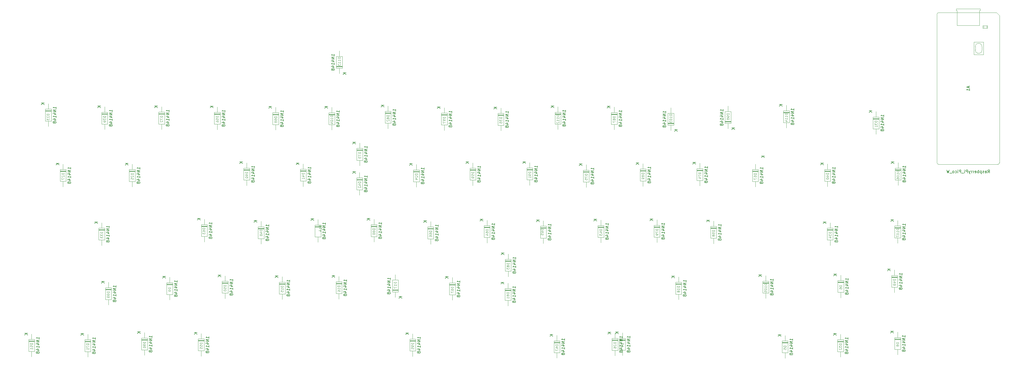
<source format=gbr>
%TF.GenerationSoftware,KiCad,Pcbnew,9.0.2*%
%TF.CreationDate,2025-06-27T22:30:49-07:00*%
%TF.ProjectId,Proj3,50726f6a-332e-46b6-9963-61645f706362,rev?*%
%TF.SameCoordinates,Original*%
%TF.FileFunction,AssemblyDrawing,Bot*%
%FSLAX46Y46*%
G04 Gerber Fmt 4.6, Leading zero omitted, Abs format (unit mm)*
G04 Created by KiCad (PCBNEW 9.0.2) date 2025-06-27 22:30:49*
%MOMM*%
%LPD*%
G01*
G04 APERTURE LIST*
%ADD10C,0.150000*%
%ADD11C,0.120000*%
%ADD12C,0.100000*%
G04 APERTURE END LIST*
D10*
X256294819Y-288819142D02*
X256294819Y-288247714D01*
X256294819Y-288533428D02*
X255294819Y-288533428D01*
X255294819Y-288533428D02*
X255437676Y-288438190D01*
X255437676Y-288438190D02*
X255532914Y-288342952D01*
X255532914Y-288342952D02*
X255580533Y-288247714D01*
X256294819Y-289247714D02*
X255294819Y-289247714D01*
X255294819Y-289247714D02*
X256294819Y-289819142D01*
X256294819Y-289819142D02*
X255294819Y-289819142D01*
X255628152Y-290723904D02*
X256294819Y-290723904D01*
X255247200Y-290485809D02*
X255961485Y-290247714D01*
X255961485Y-290247714D02*
X255961485Y-290866761D01*
X256294819Y-291771523D02*
X256294819Y-291200095D01*
X256294819Y-291485809D02*
X255294819Y-291485809D01*
X255294819Y-291485809D02*
X255437676Y-291390571D01*
X255437676Y-291390571D02*
X255532914Y-291295333D01*
X255532914Y-291295333D02*
X255580533Y-291200095D01*
X255628152Y-292628666D02*
X256294819Y-292628666D01*
X255247200Y-292390571D02*
X255961485Y-292152476D01*
X255961485Y-292152476D02*
X255961485Y-292771523D01*
X255723390Y-293295333D02*
X255675771Y-293200095D01*
X255675771Y-293200095D02*
X255628152Y-293152476D01*
X255628152Y-293152476D02*
X255532914Y-293104857D01*
X255532914Y-293104857D02*
X255485295Y-293104857D01*
X255485295Y-293104857D02*
X255390057Y-293152476D01*
X255390057Y-293152476D02*
X255342438Y-293200095D01*
X255342438Y-293200095D02*
X255294819Y-293295333D01*
X255294819Y-293295333D02*
X255294819Y-293485809D01*
X255294819Y-293485809D02*
X255342438Y-293581047D01*
X255342438Y-293581047D02*
X255390057Y-293628666D01*
X255390057Y-293628666D02*
X255485295Y-293676285D01*
X255485295Y-293676285D02*
X255532914Y-293676285D01*
X255532914Y-293676285D02*
X255628152Y-293628666D01*
X255628152Y-293628666D02*
X255675771Y-293581047D01*
X255675771Y-293581047D02*
X255723390Y-293485809D01*
X255723390Y-293485809D02*
X255723390Y-293295333D01*
X255723390Y-293295333D02*
X255771009Y-293200095D01*
X255771009Y-293200095D02*
X255818628Y-293152476D01*
X255818628Y-293152476D02*
X255913866Y-293104857D01*
X255913866Y-293104857D02*
X256104342Y-293104857D01*
X256104342Y-293104857D02*
X256199580Y-293152476D01*
X256199580Y-293152476D02*
X256247200Y-293200095D01*
X256247200Y-293200095D02*
X256294819Y-293295333D01*
X256294819Y-293295333D02*
X256294819Y-293485809D01*
X256294819Y-293485809D02*
X256247200Y-293581047D01*
X256247200Y-293581047D02*
X256199580Y-293628666D01*
X256199580Y-293628666D02*
X256104342Y-293676285D01*
X256104342Y-293676285D02*
X255913866Y-293676285D01*
X255913866Y-293676285D02*
X255818628Y-293628666D01*
X255818628Y-293628666D02*
X255771009Y-293581047D01*
X255771009Y-293581047D02*
X255723390Y-293485809D01*
X252374819Y-286890095D02*
X251374819Y-286890095D01*
X252374819Y-287461523D02*
X251803390Y-287032952D01*
X251374819Y-287461523D02*
X251946247Y-286890095D01*
D11*
X254083855Y-290290571D02*
X253283855Y-290290571D01*
X253283855Y-290290571D02*
X253283855Y-290481047D01*
X253283855Y-290481047D02*
X253321950Y-290595333D01*
X253321950Y-290595333D02*
X253398140Y-290671523D01*
X253398140Y-290671523D02*
X253474331Y-290709618D01*
X253474331Y-290709618D02*
X253626712Y-290747714D01*
X253626712Y-290747714D02*
X253740998Y-290747714D01*
X253740998Y-290747714D02*
X253893379Y-290709618D01*
X253893379Y-290709618D02*
X253969569Y-290671523D01*
X253969569Y-290671523D02*
X254045760Y-290595333D01*
X254045760Y-290595333D02*
X254083855Y-290481047D01*
X254083855Y-290481047D02*
X254083855Y-290290571D01*
X253283855Y-291433428D02*
X253283855Y-291281047D01*
X253283855Y-291281047D02*
X253321950Y-291204856D01*
X253321950Y-291204856D02*
X253360045Y-291166761D01*
X253360045Y-291166761D02*
X253474331Y-291090571D01*
X253474331Y-291090571D02*
X253626712Y-291052475D01*
X253626712Y-291052475D02*
X253931474Y-291052475D01*
X253931474Y-291052475D02*
X254007664Y-291090571D01*
X254007664Y-291090571D02*
X254045760Y-291128666D01*
X254045760Y-291128666D02*
X254083855Y-291204856D01*
X254083855Y-291204856D02*
X254083855Y-291357237D01*
X254083855Y-291357237D02*
X254045760Y-291433428D01*
X254045760Y-291433428D02*
X254007664Y-291471523D01*
X254007664Y-291471523D02*
X253931474Y-291509618D01*
X253931474Y-291509618D02*
X253740998Y-291509618D01*
X253740998Y-291509618D02*
X253664807Y-291471523D01*
X253664807Y-291471523D02*
X253626712Y-291433428D01*
X253626712Y-291433428D02*
X253588617Y-291357237D01*
X253588617Y-291357237D02*
X253588617Y-291204856D01*
X253588617Y-291204856D02*
X253626712Y-291128666D01*
X253626712Y-291128666D02*
X253664807Y-291090571D01*
X253664807Y-291090571D02*
X253740998Y-291052475D01*
X253283855Y-291776285D02*
X253283855Y-292309619D01*
X253283855Y-292309619D02*
X254083855Y-291966761D01*
D10*
X301314819Y-250859142D02*
X301314819Y-250287714D01*
X301314819Y-250573428D02*
X300314819Y-250573428D01*
X300314819Y-250573428D02*
X300457676Y-250478190D01*
X300457676Y-250478190D02*
X300552914Y-250382952D01*
X300552914Y-250382952D02*
X300600533Y-250287714D01*
X301314819Y-251287714D02*
X300314819Y-251287714D01*
X300314819Y-251287714D02*
X301314819Y-251859142D01*
X301314819Y-251859142D02*
X300314819Y-251859142D01*
X300648152Y-252763904D02*
X301314819Y-252763904D01*
X300267200Y-252525809D02*
X300981485Y-252287714D01*
X300981485Y-252287714D02*
X300981485Y-252906761D01*
X301314819Y-253811523D02*
X301314819Y-253240095D01*
X301314819Y-253525809D02*
X300314819Y-253525809D01*
X300314819Y-253525809D02*
X300457676Y-253430571D01*
X300457676Y-253430571D02*
X300552914Y-253335333D01*
X300552914Y-253335333D02*
X300600533Y-253240095D01*
X300648152Y-254668666D02*
X301314819Y-254668666D01*
X300267200Y-254430571D02*
X300981485Y-254192476D01*
X300981485Y-254192476D02*
X300981485Y-254811523D01*
X300743390Y-255335333D02*
X300695771Y-255240095D01*
X300695771Y-255240095D02*
X300648152Y-255192476D01*
X300648152Y-255192476D02*
X300552914Y-255144857D01*
X300552914Y-255144857D02*
X300505295Y-255144857D01*
X300505295Y-255144857D02*
X300410057Y-255192476D01*
X300410057Y-255192476D02*
X300362438Y-255240095D01*
X300362438Y-255240095D02*
X300314819Y-255335333D01*
X300314819Y-255335333D02*
X300314819Y-255525809D01*
X300314819Y-255525809D02*
X300362438Y-255621047D01*
X300362438Y-255621047D02*
X300410057Y-255668666D01*
X300410057Y-255668666D02*
X300505295Y-255716285D01*
X300505295Y-255716285D02*
X300552914Y-255716285D01*
X300552914Y-255716285D02*
X300648152Y-255668666D01*
X300648152Y-255668666D02*
X300695771Y-255621047D01*
X300695771Y-255621047D02*
X300743390Y-255525809D01*
X300743390Y-255525809D02*
X300743390Y-255335333D01*
X300743390Y-255335333D02*
X300791009Y-255240095D01*
X300791009Y-255240095D02*
X300838628Y-255192476D01*
X300838628Y-255192476D02*
X300933866Y-255144857D01*
X300933866Y-255144857D02*
X301124342Y-255144857D01*
X301124342Y-255144857D02*
X301219580Y-255192476D01*
X301219580Y-255192476D02*
X301267200Y-255240095D01*
X301267200Y-255240095D02*
X301314819Y-255335333D01*
X301314819Y-255335333D02*
X301314819Y-255525809D01*
X301314819Y-255525809D02*
X301267200Y-255621047D01*
X301267200Y-255621047D02*
X301219580Y-255668666D01*
X301219580Y-255668666D02*
X301124342Y-255716285D01*
X301124342Y-255716285D02*
X300933866Y-255716285D01*
X300933866Y-255716285D02*
X300838628Y-255668666D01*
X300838628Y-255668666D02*
X300791009Y-255621047D01*
X300791009Y-255621047D02*
X300743390Y-255525809D01*
X297394819Y-248930095D02*
X296394819Y-248930095D01*
X297394819Y-249501523D02*
X296823390Y-249072952D01*
X296394819Y-249501523D02*
X296966247Y-248930095D01*
D11*
X299103855Y-252330571D02*
X298303855Y-252330571D01*
X298303855Y-252330571D02*
X298303855Y-252521047D01*
X298303855Y-252521047D02*
X298341950Y-252635333D01*
X298341950Y-252635333D02*
X298418140Y-252711523D01*
X298418140Y-252711523D02*
X298494331Y-252749618D01*
X298494331Y-252749618D02*
X298646712Y-252787714D01*
X298646712Y-252787714D02*
X298760998Y-252787714D01*
X298760998Y-252787714D02*
X298913379Y-252749618D01*
X298913379Y-252749618D02*
X298989569Y-252711523D01*
X298989569Y-252711523D02*
X299065760Y-252635333D01*
X299065760Y-252635333D02*
X299103855Y-252521047D01*
X299103855Y-252521047D02*
X299103855Y-252330571D01*
X298303855Y-253054380D02*
X298303855Y-253587714D01*
X298303855Y-253587714D02*
X299103855Y-253244856D01*
X298303855Y-254273428D02*
X298303855Y-253892476D01*
X298303855Y-253892476D02*
X298684807Y-253854380D01*
X298684807Y-253854380D02*
X298646712Y-253892476D01*
X298646712Y-253892476D02*
X298608617Y-253968666D01*
X298608617Y-253968666D02*
X298608617Y-254159142D01*
X298608617Y-254159142D02*
X298646712Y-254235333D01*
X298646712Y-254235333D02*
X298684807Y-254273428D01*
X298684807Y-254273428D02*
X298760998Y-254311523D01*
X298760998Y-254311523D02*
X298951474Y-254311523D01*
X298951474Y-254311523D02*
X299027664Y-254273428D01*
X299027664Y-254273428D02*
X299065760Y-254235333D01*
X299065760Y-254235333D02*
X299103855Y-254159142D01*
X299103855Y-254159142D02*
X299103855Y-253968666D01*
X299103855Y-253968666D02*
X299065760Y-253892476D01*
X299065760Y-253892476D02*
X299027664Y-253854380D01*
D10*
X242954819Y-307709142D02*
X242954819Y-307137714D01*
X242954819Y-307423428D02*
X241954819Y-307423428D01*
X241954819Y-307423428D02*
X242097676Y-307328190D01*
X242097676Y-307328190D02*
X242192914Y-307232952D01*
X242192914Y-307232952D02*
X242240533Y-307137714D01*
X242954819Y-308137714D02*
X241954819Y-308137714D01*
X241954819Y-308137714D02*
X242954819Y-308709142D01*
X242954819Y-308709142D02*
X241954819Y-308709142D01*
X242288152Y-309613904D02*
X242954819Y-309613904D01*
X241907200Y-309375809D02*
X242621485Y-309137714D01*
X242621485Y-309137714D02*
X242621485Y-309756761D01*
X242954819Y-310661523D02*
X242954819Y-310090095D01*
X242954819Y-310375809D02*
X241954819Y-310375809D01*
X241954819Y-310375809D02*
X242097676Y-310280571D01*
X242097676Y-310280571D02*
X242192914Y-310185333D01*
X242192914Y-310185333D02*
X242240533Y-310090095D01*
X242288152Y-311518666D02*
X242954819Y-311518666D01*
X241907200Y-311280571D02*
X242621485Y-311042476D01*
X242621485Y-311042476D02*
X242621485Y-311661523D01*
X242383390Y-312185333D02*
X242335771Y-312090095D01*
X242335771Y-312090095D02*
X242288152Y-312042476D01*
X242288152Y-312042476D02*
X242192914Y-311994857D01*
X242192914Y-311994857D02*
X242145295Y-311994857D01*
X242145295Y-311994857D02*
X242050057Y-312042476D01*
X242050057Y-312042476D02*
X242002438Y-312090095D01*
X242002438Y-312090095D02*
X241954819Y-312185333D01*
X241954819Y-312185333D02*
X241954819Y-312375809D01*
X241954819Y-312375809D02*
X242002438Y-312471047D01*
X242002438Y-312471047D02*
X242050057Y-312518666D01*
X242050057Y-312518666D02*
X242145295Y-312566285D01*
X242145295Y-312566285D02*
X242192914Y-312566285D01*
X242192914Y-312566285D02*
X242288152Y-312518666D01*
X242288152Y-312518666D02*
X242335771Y-312471047D01*
X242335771Y-312471047D02*
X242383390Y-312375809D01*
X242383390Y-312375809D02*
X242383390Y-312185333D01*
X242383390Y-312185333D02*
X242431009Y-312090095D01*
X242431009Y-312090095D02*
X242478628Y-312042476D01*
X242478628Y-312042476D02*
X242573866Y-311994857D01*
X242573866Y-311994857D02*
X242764342Y-311994857D01*
X242764342Y-311994857D02*
X242859580Y-312042476D01*
X242859580Y-312042476D02*
X242907200Y-312090095D01*
X242907200Y-312090095D02*
X242954819Y-312185333D01*
X242954819Y-312185333D02*
X242954819Y-312375809D01*
X242954819Y-312375809D02*
X242907200Y-312471047D01*
X242907200Y-312471047D02*
X242859580Y-312518666D01*
X242859580Y-312518666D02*
X242764342Y-312566285D01*
X242764342Y-312566285D02*
X242573866Y-312566285D01*
X242573866Y-312566285D02*
X242478628Y-312518666D01*
X242478628Y-312518666D02*
X242431009Y-312471047D01*
X242431009Y-312471047D02*
X242383390Y-312375809D01*
D11*
X240743855Y-309180571D02*
X239943855Y-309180571D01*
X239943855Y-309180571D02*
X239943855Y-309371047D01*
X239943855Y-309371047D02*
X239981950Y-309485333D01*
X239981950Y-309485333D02*
X240058140Y-309561523D01*
X240058140Y-309561523D02*
X240134331Y-309599618D01*
X240134331Y-309599618D02*
X240286712Y-309637714D01*
X240286712Y-309637714D02*
X240400998Y-309637714D01*
X240400998Y-309637714D02*
X240553379Y-309599618D01*
X240553379Y-309599618D02*
X240629569Y-309561523D01*
X240629569Y-309561523D02*
X240705760Y-309485333D01*
X240705760Y-309485333D02*
X240743855Y-309371047D01*
X240743855Y-309371047D02*
X240743855Y-309180571D01*
X240743855Y-310018666D02*
X240743855Y-310171047D01*
X240743855Y-310171047D02*
X240705760Y-310247237D01*
X240705760Y-310247237D02*
X240667664Y-310285333D01*
X240667664Y-310285333D02*
X240553379Y-310361523D01*
X240553379Y-310361523D02*
X240400998Y-310399618D01*
X240400998Y-310399618D02*
X240096236Y-310399618D01*
X240096236Y-310399618D02*
X240020045Y-310361523D01*
X240020045Y-310361523D02*
X239981950Y-310323428D01*
X239981950Y-310323428D02*
X239943855Y-310247237D01*
X239943855Y-310247237D02*
X239943855Y-310094856D01*
X239943855Y-310094856D02*
X239981950Y-310018666D01*
X239981950Y-310018666D02*
X240020045Y-309980571D01*
X240020045Y-309980571D02*
X240096236Y-309942475D01*
X240096236Y-309942475D02*
X240286712Y-309942475D01*
X240286712Y-309942475D02*
X240362902Y-309980571D01*
X240362902Y-309980571D02*
X240400998Y-310018666D01*
X240400998Y-310018666D02*
X240439093Y-310094856D01*
X240439093Y-310094856D02*
X240439093Y-310247237D01*
X240439093Y-310247237D02*
X240400998Y-310323428D01*
X240400998Y-310323428D02*
X240362902Y-310361523D01*
X240362902Y-310361523D02*
X240286712Y-310399618D01*
X239943855Y-311123428D02*
X239943855Y-310742476D01*
X239943855Y-310742476D02*
X240324807Y-310704380D01*
X240324807Y-310704380D02*
X240286712Y-310742476D01*
X240286712Y-310742476D02*
X240248617Y-310818666D01*
X240248617Y-310818666D02*
X240248617Y-311009142D01*
X240248617Y-311009142D02*
X240286712Y-311085333D01*
X240286712Y-311085333D02*
X240324807Y-311123428D01*
X240324807Y-311123428D02*
X240400998Y-311161523D01*
X240400998Y-311161523D02*
X240591474Y-311161523D01*
X240591474Y-311161523D02*
X240667664Y-311123428D01*
X240667664Y-311123428D02*
X240705760Y-311085333D01*
X240705760Y-311085333D02*
X240743855Y-311009142D01*
X240743855Y-311009142D02*
X240743855Y-310818666D01*
X240743855Y-310818666D02*
X240705760Y-310742476D01*
X240705760Y-310742476D02*
X240667664Y-310704380D01*
D10*
X239034819Y-305780095D02*
X238034819Y-305780095D01*
X239034819Y-306351523D02*
X238463390Y-305922952D01*
X238034819Y-306351523D02*
X238606247Y-305780095D01*
X358204819Y-250679142D02*
X358204819Y-250107714D01*
X358204819Y-250393428D02*
X357204819Y-250393428D01*
X357204819Y-250393428D02*
X357347676Y-250298190D01*
X357347676Y-250298190D02*
X357442914Y-250202952D01*
X357442914Y-250202952D02*
X357490533Y-250107714D01*
X358204819Y-251107714D02*
X357204819Y-251107714D01*
X357204819Y-251107714D02*
X358204819Y-251679142D01*
X358204819Y-251679142D02*
X357204819Y-251679142D01*
X357538152Y-252583904D02*
X358204819Y-252583904D01*
X357157200Y-252345809D02*
X357871485Y-252107714D01*
X357871485Y-252107714D02*
X357871485Y-252726761D01*
X358204819Y-253631523D02*
X358204819Y-253060095D01*
X358204819Y-253345809D02*
X357204819Y-253345809D01*
X357204819Y-253345809D02*
X357347676Y-253250571D01*
X357347676Y-253250571D02*
X357442914Y-253155333D01*
X357442914Y-253155333D02*
X357490533Y-253060095D01*
X357538152Y-254488666D02*
X358204819Y-254488666D01*
X357157200Y-254250571D02*
X357871485Y-254012476D01*
X357871485Y-254012476D02*
X357871485Y-254631523D01*
X357633390Y-255155333D02*
X357585771Y-255060095D01*
X357585771Y-255060095D02*
X357538152Y-255012476D01*
X357538152Y-255012476D02*
X357442914Y-254964857D01*
X357442914Y-254964857D02*
X357395295Y-254964857D01*
X357395295Y-254964857D02*
X357300057Y-255012476D01*
X357300057Y-255012476D02*
X357252438Y-255060095D01*
X357252438Y-255060095D02*
X357204819Y-255155333D01*
X357204819Y-255155333D02*
X357204819Y-255345809D01*
X357204819Y-255345809D02*
X357252438Y-255441047D01*
X357252438Y-255441047D02*
X357300057Y-255488666D01*
X357300057Y-255488666D02*
X357395295Y-255536285D01*
X357395295Y-255536285D02*
X357442914Y-255536285D01*
X357442914Y-255536285D02*
X357538152Y-255488666D01*
X357538152Y-255488666D02*
X357585771Y-255441047D01*
X357585771Y-255441047D02*
X357633390Y-255345809D01*
X357633390Y-255345809D02*
X357633390Y-255155333D01*
X357633390Y-255155333D02*
X357681009Y-255060095D01*
X357681009Y-255060095D02*
X357728628Y-255012476D01*
X357728628Y-255012476D02*
X357823866Y-254964857D01*
X357823866Y-254964857D02*
X358014342Y-254964857D01*
X358014342Y-254964857D02*
X358109580Y-255012476D01*
X358109580Y-255012476D02*
X358157200Y-255060095D01*
X358157200Y-255060095D02*
X358204819Y-255155333D01*
X358204819Y-255155333D02*
X358204819Y-255345809D01*
X358204819Y-255345809D02*
X358157200Y-255441047D01*
X358157200Y-255441047D02*
X358109580Y-255488666D01*
X358109580Y-255488666D02*
X358014342Y-255536285D01*
X358014342Y-255536285D02*
X357823866Y-255536285D01*
X357823866Y-255536285D02*
X357728628Y-255488666D01*
X357728628Y-255488666D02*
X357681009Y-255441047D01*
X357681009Y-255441047D02*
X357633390Y-255345809D01*
D11*
X355993855Y-252150571D02*
X355193855Y-252150571D01*
X355193855Y-252150571D02*
X355193855Y-252341047D01*
X355193855Y-252341047D02*
X355231950Y-252455333D01*
X355231950Y-252455333D02*
X355308140Y-252531523D01*
X355308140Y-252531523D02*
X355384331Y-252569618D01*
X355384331Y-252569618D02*
X355536712Y-252607714D01*
X355536712Y-252607714D02*
X355650998Y-252607714D01*
X355650998Y-252607714D02*
X355803379Y-252569618D01*
X355803379Y-252569618D02*
X355879569Y-252531523D01*
X355879569Y-252531523D02*
X355955760Y-252455333D01*
X355955760Y-252455333D02*
X355993855Y-252341047D01*
X355993855Y-252341047D02*
X355993855Y-252150571D01*
X355193855Y-253331523D02*
X355193855Y-252950571D01*
X355193855Y-252950571D02*
X355574807Y-252912475D01*
X355574807Y-252912475D02*
X355536712Y-252950571D01*
X355536712Y-252950571D02*
X355498617Y-253026761D01*
X355498617Y-253026761D02*
X355498617Y-253217237D01*
X355498617Y-253217237D02*
X355536712Y-253293428D01*
X355536712Y-253293428D02*
X355574807Y-253331523D01*
X355574807Y-253331523D02*
X355650998Y-253369618D01*
X355650998Y-253369618D02*
X355841474Y-253369618D01*
X355841474Y-253369618D02*
X355917664Y-253331523D01*
X355917664Y-253331523D02*
X355955760Y-253293428D01*
X355955760Y-253293428D02*
X355993855Y-253217237D01*
X355993855Y-253217237D02*
X355993855Y-253026761D01*
X355993855Y-253026761D02*
X355955760Y-252950571D01*
X355955760Y-252950571D02*
X355917664Y-252912475D01*
X355193855Y-253636285D02*
X355193855Y-254169619D01*
X355193855Y-254169619D02*
X355993855Y-253826761D01*
D10*
X358694819Y-246260095D02*
X357694819Y-246260095D01*
X358694819Y-246831523D02*
X358123390Y-246402952D01*
X357694819Y-246831523D02*
X358266247Y-246260095D01*
X244214819Y-250779142D02*
X244214819Y-250207714D01*
X244214819Y-250493428D02*
X243214819Y-250493428D01*
X243214819Y-250493428D02*
X243357676Y-250398190D01*
X243357676Y-250398190D02*
X243452914Y-250302952D01*
X243452914Y-250302952D02*
X243500533Y-250207714D01*
X244214819Y-251207714D02*
X243214819Y-251207714D01*
X243214819Y-251207714D02*
X244214819Y-251779142D01*
X244214819Y-251779142D02*
X243214819Y-251779142D01*
X243548152Y-252683904D02*
X244214819Y-252683904D01*
X243167200Y-252445809D02*
X243881485Y-252207714D01*
X243881485Y-252207714D02*
X243881485Y-252826761D01*
X244214819Y-253731523D02*
X244214819Y-253160095D01*
X244214819Y-253445809D02*
X243214819Y-253445809D01*
X243214819Y-253445809D02*
X243357676Y-253350571D01*
X243357676Y-253350571D02*
X243452914Y-253255333D01*
X243452914Y-253255333D02*
X243500533Y-253160095D01*
X243548152Y-254588666D02*
X244214819Y-254588666D01*
X243167200Y-254350571D02*
X243881485Y-254112476D01*
X243881485Y-254112476D02*
X243881485Y-254731523D01*
X243643390Y-255255333D02*
X243595771Y-255160095D01*
X243595771Y-255160095D02*
X243548152Y-255112476D01*
X243548152Y-255112476D02*
X243452914Y-255064857D01*
X243452914Y-255064857D02*
X243405295Y-255064857D01*
X243405295Y-255064857D02*
X243310057Y-255112476D01*
X243310057Y-255112476D02*
X243262438Y-255160095D01*
X243262438Y-255160095D02*
X243214819Y-255255333D01*
X243214819Y-255255333D02*
X243214819Y-255445809D01*
X243214819Y-255445809D02*
X243262438Y-255541047D01*
X243262438Y-255541047D02*
X243310057Y-255588666D01*
X243310057Y-255588666D02*
X243405295Y-255636285D01*
X243405295Y-255636285D02*
X243452914Y-255636285D01*
X243452914Y-255636285D02*
X243548152Y-255588666D01*
X243548152Y-255588666D02*
X243595771Y-255541047D01*
X243595771Y-255541047D02*
X243643390Y-255445809D01*
X243643390Y-255445809D02*
X243643390Y-255255333D01*
X243643390Y-255255333D02*
X243691009Y-255160095D01*
X243691009Y-255160095D02*
X243738628Y-255112476D01*
X243738628Y-255112476D02*
X243833866Y-255064857D01*
X243833866Y-255064857D02*
X244024342Y-255064857D01*
X244024342Y-255064857D02*
X244119580Y-255112476D01*
X244119580Y-255112476D02*
X244167200Y-255160095D01*
X244167200Y-255160095D02*
X244214819Y-255255333D01*
X244214819Y-255255333D02*
X244214819Y-255445809D01*
X244214819Y-255445809D02*
X244167200Y-255541047D01*
X244167200Y-255541047D02*
X244119580Y-255588666D01*
X244119580Y-255588666D02*
X244024342Y-255636285D01*
X244024342Y-255636285D02*
X243833866Y-255636285D01*
X243833866Y-255636285D02*
X243738628Y-255588666D01*
X243738628Y-255588666D02*
X243691009Y-255541047D01*
X243691009Y-255541047D02*
X243643390Y-255445809D01*
D11*
X242003855Y-252250571D02*
X241203855Y-252250571D01*
X241203855Y-252250571D02*
X241203855Y-252441047D01*
X241203855Y-252441047D02*
X241241950Y-252555333D01*
X241241950Y-252555333D02*
X241318140Y-252631523D01*
X241318140Y-252631523D02*
X241394331Y-252669618D01*
X241394331Y-252669618D02*
X241546712Y-252707714D01*
X241546712Y-252707714D02*
X241660998Y-252707714D01*
X241660998Y-252707714D02*
X241813379Y-252669618D01*
X241813379Y-252669618D02*
X241889569Y-252631523D01*
X241889569Y-252631523D02*
X241965760Y-252555333D01*
X241965760Y-252555333D02*
X242003855Y-252441047D01*
X242003855Y-252441047D02*
X242003855Y-252250571D01*
X241280045Y-253012475D02*
X241241950Y-253050571D01*
X241241950Y-253050571D02*
X241203855Y-253126761D01*
X241203855Y-253126761D02*
X241203855Y-253317237D01*
X241203855Y-253317237D02*
X241241950Y-253393428D01*
X241241950Y-253393428D02*
X241280045Y-253431523D01*
X241280045Y-253431523D02*
X241356236Y-253469618D01*
X241356236Y-253469618D02*
X241432426Y-253469618D01*
X241432426Y-253469618D02*
X241546712Y-253431523D01*
X241546712Y-253431523D02*
X242003855Y-252974380D01*
X242003855Y-252974380D02*
X242003855Y-253469618D01*
X241470521Y-254155333D02*
X242003855Y-254155333D01*
X241165760Y-253964857D02*
X241737188Y-253774380D01*
X241737188Y-253774380D02*
X241737188Y-254269619D01*
D10*
X240294819Y-248850095D02*
X239294819Y-248850095D01*
X240294819Y-249421523D02*
X239723390Y-248992952D01*
X239294819Y-249421523D02*
X239866247Y-248850095D01*
X225094819Y-253479142D02*
X225094819Y-252907714D01*
X225094819Y-253193428D02*
X224094819Y-253193428D01*
X224094819Y-253193428D02*
X224237676Y-253098190D01*
X224237676Y-253098190D02*
X224332914Y-253002952D01*
X224332914Y-253002952D02*
X224380533Y-252907714D01*
X225094819Y-253907714D02*
X224094819Y-253907714D01*
X224094819Y-253907714D02*
X225094819Y-254479142D01*
X225094819Y-254479142D02*
X224094819Y-254479142D01*
X224428152Y-255383904D02*
X225094819Y-255383904D01*
X224047200Y-255145809D02*
X224761485Y-254907714D01*
X224761485Y-254907714D02*
X224761485Y-255526761D01*
X225094819Y-256431523D02*
X225094819Y-255860095D01*
X225094819Y-256145809D02*
X224094819Y-256145809D01*
X224094819Y-256145809D02*
X224237676Y-256050571D01*
X224237676Y-256050571D02*
X224332914Y-255955333D01*
X224332914Y-255955333D02*
X224380533Y-255860095D01*
X224428152Y-257288666D02*
X225094819Y-257288666D01*
X224047200Y-257050571D02*
X224761485Y-256812476D01*
X224761485Y-256812476D02*
X224761485Y-257431523D01*
X224523390Y-257955333D02*
X224475771Y-257860095D01*
X224475771Y-257860095D02*
X224428152Y-257812476D01*
X224428152Y-257812476D02*
X224332914Y-257764857D01*
X224332914Y-257764857D02*
X224285295Y-257764857D01*
X224285295Y-257764857D02*
X224190057Y-257812476D01*
X224190057Y-257812476D02*
X224142438Y-257860095D01*
X224142438Y-257860095D02*
X224094819Y-257955333D01*
X224094819Y-257955333D02*
X224094819Y-258145809D01*
X224094819Y-258145809D02*
X224142438Y-258241047D01*
X224142438Y-258241047D02*
X224190057Y-258288666D01*
X224190057Y-258288666D02*
X224285295Y-258336285D01*
X224285295Y-258336285D02*
X224332914Y-258336285D01*
X224332914Y-258336285D02*
X224428152Y-258288666D01*
X224428152Y-258288666D02*
X224475771Y-258241047D01*
X224475771Y-258241047D02*
X224523390Y-258145809D01*
X224523390Y-258145809D02*
X224523390Y-257955333D01*
X224523390Y-257955333D02*
X224571009Y-257860095D01*
X224571009Y-257860095D02*
X224618628Y-257812476D01*
X224618628Y-257812476D02*
X224713866Y-257764857D01*
X224713866Y-257764857D02*
X224904342Y-257764857D01*
X224904342Y-257764857D02*
X224999580Y-257812476D01*
X224999580Y-257812476D02*
X225047200Y-257860095D01*
X225047200Y-257860095D02*
X225094819Y-257955333D01*
X225094819Y-257955333D02*
X225094819Y-258145809D01*
X225094819Y-258145809D02*
X225047200Y-258241047D01*
X225047200Y-258241047D02*
X224999580Y-258288666D01*
X224999580Y-258288666D02*
X224904342Y-258336285D01*
X224904342Y-258336285D02*
X224713866Y-258336285D01*
X224713866Y-258336285D02*
X224618628Y-258288666D01*
X224618628Y-258288666D02*
X224571009Y-258241047D01*
X224571009Y-258241047D02*
X224523390Y-258145809D01*
X221174819Y-251550095D02*
X220174819Y-251550095D01*
X221174819Y-252121523D02*
X220603390Y-251692952D01*
X220174819Y-252121523D02*
X220746247Y-251550095D01*
D11*
X222883855Y-254950571D02*
X222083855Y-254950571D01*
X222083855Y-254950571D02*
X222083855Y-255141047D01*
X222083855Y-255141047D02*
X222121950Y-255255333D01*
X222121950Y-255255333D02*
X222198140Y-255331523D01*
X222198140Y-255331523D02*
X222274331Y-255369618D01*
X222274331Y-255369618D02*
X222426712Y-255407714D01*
X222426712Y-255407714D02*
X222540998Y-255407714D01*
X222540998Y-255407714D02*
X222693379Y-255369618D01*
X222693379Y-255369618D02*
X222769569Y-255331523D01*
X222769569Y-255331523D02*
X222845760Y-255255333D01*
X222845760Y-255255333D02*
X222883855Y-255141047D01*
X222883855Y-255141047D02*
X222883855Y-254950571D01*
X222350521Y-256093428D02*
X222883855Y-256093428D01*
X222045760Y-255902952D02*
X222617188Y-255712475D01*
X222617188Y-255712475D02*
X222617188Y-256207714D01*
X222160045Y-256474380D02*
X222121950Y-256512476D01*
X222121950Y-256512476D02*
X222083855Y-256588666D01*
X222083855Y-256588666D02*
X222083855Y-256779142D01*
X222083855Y-256779142D02*
X222121950Y-256855333D01*
X222121950Y-256855333D02*
X222160045Y-256893428D01*
X222160045Y-256893428D02*
X222236236Y-256931523D01*
X222236236Y-256931523D02*
X222312426Y-256931523D01*
X222312426Y-256931523D02*
X222426712Y-256893428D01*
X222426712Y-256893428D02*
X222883855Y-256436285D01*
X222883855Y-256436285D02*
X222883855Y-256931523D01*
D10*
X306254819Y-269489142D02*
X306254819Y-268917714D01*
X306254819Y-269203428D02*
X305254819Y-269203428D01*
X305254819Y-269203428D02*
X305397676Y-269108190D01*
X305397676Y-269108190D02*
X305492914Y-269012952D01*
X305492914Y-269012952D02*
X305540533Y-268917714D01*
X306254819Y-269917714D02*
X305254819Y-269917714D01*
X305254819Y-269917714D02*
X306254819Y-270489142D01*
X306254819Y-270489142D02*
X305254819Y-270489142D01*
X305588152Y-271393904D02*
X306254819Y-271393904D01*
X305207200Y-271155809D02*
X305921485Y-270917714D01*
X305921485Y-270917714D02*
X305921485Y-271536761D01*
X306254819Y-272441523D02*
X306254819Y-271870095D01*
X306254819Y-272155809D02*
X305254819Y-272155809D01*
X305254819Y-272155809D02*
X305397676Y-272060571D01*
X305397676Y-272060571D02*
X305492914Y-271965333D01*
X305492914Y-271965333D02*
X305540533Y-271870095D01*
X305588152Y-273298666D02*
X306254819Y-273298666D01*
X305207200Y-273060571D02*
X305921485Y-272822476D01*
X305921485Y-272822476D02*
X305921485Y-273441523D01*
X305683390Y-273965333D02*
X305635771Y-273870095D01*
X305635771Y-273870095D02*
X305588152Y-273822476D01*
X305588152Y-273822476D02*
X305492914Y-273774857D01*
X305492914Y-273774857D02*
X305445295Y-273774857D01*
X305445295Y-273774857D02*
X305350057Y-273822476D01*
X305350057Y-273822476D02*
X305302438Y-273870095D01*
X305302438Y-273870095D02*
X305254819Y-273965333D01*
X305254819Y-273965333D02*
X305254819Y-274155809D01*
X305254819Y-274155809D02*
X305302438Y-274251047D01*
X305302438Y-274251047D02*
X305350057Y-274298666D01*
X305350057Y-274298666D02*
X305445295Y-274346285D01*
X305445295Y-274346285D02*
X305492914Y-274346285D01*
X305492914Y-274346285D02*
X305588152Y-274298666D01*
X305588152Y-274298666D02*
X305635771Y-274251047D01*
X305635771Y-274251047D02*
X305683390Y-274155809D01*
X305683390Y-274155809D02*
X305683390Y-273965333D01*
X305683390Y-273965333D02*
X305731009Y-273870095D01*
X305731009Y-273870095D02*
X305778628Y-273822476D01*
X305778628Y-273822476D02*
X305873866Y-273774857D01*
X305873866Y-273774857D02*
X306064342Y-273774857D01*
X306064342Y-273774857D02*
X306159580Y-273822476D01*
X306159580Y-273822476D02*
X306207200Y-273870095D01*
X306207200Y-273870095D02*
X306254819Y-273965333D01*
X306254819Y-273965333D02*
X306254819Y-274155809D01*
X306254819Y-274155809D02*
X306207200Y-274251047D01*
X306207200Y-274251047D02*
X306159580Y-274298666D01*
X306159580Y-274298666D02*
X306064342Y-274346285D01*
X306064342Y-274346285D02*
X305873866Y-274346285D01*
X305873866Y-274346285D02*
X305778628Y-274298666D01*
X305778628Y-274298666D02*
X305731009Y-274251047D01*
X305731009Y-274251047D02*
X305683390Y-274155809D01*
X302334819Y-267560095D02*
X301334819Y-267560095D01*
X302334819Y-268131523D02*
X301763390Y-267702952D01*
X301334819Y-268131523D02*
X301906247Y-267560095D01*
D11*
X304043855Y-270960571D02*
X303243855Y-270960571D01*
X303243855Y-270960571D02*
X303243855Y-271151047D01*
X303243855Y-271151047D02*
X303281950Y-271265333D01*
X303281950Y-271265333D02*
X303358140Y-271341523D01*
X303358140Y-271341523D02*
X303434331Y-271379618D01*
X303434331Y-271379618D02*
X303586712Y-271417714D01*
X303586712Y-271417714D02*
X303700998Y-271417714D01*
X303700998Y-271417714D02*
X303853379Y-271379618D01*
X303853379Y-271379618D02*
X303929569Y-271341523D01*
X303929569Y-271341523D02*
X304005760Y-271265333D01*
X304005760Y-271265333D02*
X304043855Y-271151047D01*
X304043855Y-271151047D02*
X304043855Y-270960571D01*
X303510521Y-272103428D02*
X304043855Y-272103428D01*
X303205760Y-271912952D02*
X303777188Y-271722475D01*
X303777188Y-271722475D02*
X303777188Y-272217714D01*
X303243855Y-272446285D02*
X303243855Y-272941523D01*
X303243855Y-272941523D02*
X303548617Y-272674857D01*
X303548617Y-272674857D02*
X303548617Y-272789142D01*
X303548617Y-272789142D02*
X303586712Y-272865333D01*
X303586712Y-272865333D02*
X303624807Y-272903428D01*
X303624807Y-272903428D02*
X303700998Y-272941523D01*
X303700998Y-272941523D02*
X303891474Y-272941523D01*
X303891474Y-272941523D02*
X303967664Y-272903428D01*
X303967664Y-272903428D02*
X304005760Y-272865333D01*
X304005760Y-272865333D02*
X304043855Y-272789142D01*
X304043855Y-272789142D02*
X304043855Y-272560571D01*
X304043855Y-272560571D02*
X304005760Y-272484380D01*
X304005760Y-272484380D02*
X303967664Y-272446285D01*
D10*
X263184819Y-250219142D02*
X263184819Y-249647714D01*
X263184819Y-249933428D02*
X262184819Y-249933428D01*
X262184819Y-249933428D02*
X262327676Y-249838190D01*
X262327676Y-249838190D02*
X262422914Y-249742952D01*
X262422914Y-249742952D02*
X262470533Y-249647714D01*
X263184819Y-250647714D02*
X262184819Y-250647714D01*
X262184819Y-250647714D02*
X263184819Y-251219142D01*
X263184819Y-251219142D02*
X262184819Y-251219142D01*
X262518152Y-252123904D02*
X263184819Y-252123904D01*
X262137200Y-251885809D02*
X262851485Y-251647714D01*
X262851485Y-251647714D02*
X262851485Y-252266761D01*
X263184819Y-253171523D02*
X263184819Y-252600095D01*
X263184819Y-252885809D02*
X262184819Y-252885809D01*
X262184819Y-252885809D02*
X262327676Y-252790571D01*
X262327676Y-252790571D02*
X262422914Y-252695333D01*
X262422914Y-252695333D02*
X262470533Y-252600095D01*
X262518152Y-254028666D02*
X263184819Y-254028666D01*
X262137200Y-253790571D02*
X262851485Y-253552476D01*
X262851485Y-253552476D02*
X262851485Y-254171523D01*
X262613390Y-254695333D02*
X262565771Y-254600095D01*
X262565771Y-254600095D02*
X262518152Y-254552476D01*
X262518152Y-254552476D02*
X262422914Y-254504857D01*
X262422914Y-254504857D02*
X262375295Y-254504857D01*
X262375295Y-254504857D02*
X262280057Y-254552476D01*
X262280057Y-254552476D02*
X262232438Y-254600095D01*
X262232438Y-254600095D02*
X262184819Y-254695333D01*
X262184819Y-254695333D02*
X262184819Y-254885809D01*
X262184819Y-254885809D02*
X262232438Y-254981047D01*
X262232438Y-254981047D02*
X262280057Y-255028666D01*
X262280057Y-255028666D02*
X262375295Y-255076285D01*
X262375295Y-255076285D02*
X262422914Y-255076285D01*
X262422914Y-255076285D02*
X262518152Y-255028666D01*
X262518152Y-255028666D02*
X262565771Y-254981047D01*
X262565771Y-254981047D02*
X262613390Y-254885809D01*
X262613390Y-254885809D02*
X262613390Y-254695333D01*
X262613390Y-254695333D02*
X262661009Y-254600095D01*
X262661009Y-254600095D02*
X262708628Y-254552476D01*
X262708628Y-254552476D02*
X262803866Y-254504857D01*
X262803866Y-254504857D02*
X262994342Y-254504857D01*
X262994342Y-254504857D02*
X263089580Y-254552476D01*
X263089580Y-254552476D02*
X263137200Y-254600095D01*
X263137200Y-254600095D02*
X263184819Y-254695333D01*
X263184819Y-254695333D02*
X263184819Y-254885809D01*
X263184819Y-254885809D02*
X263137200Y-254981047D01*
X263137200Y-254981047D02*
X263089580Y-255028666D01*
X263089580Y-255028666D02*
X262994342Y-255076285D01*
X262994342Y-255076285D02*
X262803866Y-255076285D01*
X262803866Y-255076285D02*
X262708628Y-255028666D01*
X262708628Y-255028666D02*
X262661009Y-254981047D01*
X262661009Y-254981047D02*
X262613390Y-254885809D01*
X259264819Y-248290095D02*
X258264819Y-248290095D01*
X259264819Y-248861523D02*
X258693390Y-248432952D01*
X258264819Y-248861523D02*
X258836247Y-248290095D01*
D11*
X260973855Y-251690571D02*
X260173855Y-251690571D01*
X260173855Y-251690571D02*
X260173855Y-251881047D01*
X260173855Y-251881047D02*
X260211950Y-251995333D01*
X260211950Y-251995333D02*
X260288140Y-252071523D01*
X260288140Y-252071523D02*
X260364331Y-252109618D01*
X260364331Y-252109618D02*
X260516712Y-252147714D01*
X260516712Y-252147714D02*
X260630998Y-252147714D01*
X260630998Y-252147714D02*
X260783379Y-252109618D01*
X260783379Y-252109618D02*
X260859569Y-252071523D01*
X260859569Y-252071523D02*
X260935760Y-251995333D01*
X260935760Y-251995333D02*
X260973855Y-251881047D01*
X260973855Y-251881047D02*
X260973855Y-251690571D01*
X260173855Y-252871523D02*
X260173855Y-252490571D01*
X260173855Y-252490571D02*
X260554807Y-252452475D01*
X260554807Y-252452475D02*
X260516712Y-252490571D01*
X260516712Y-252490571D02*
X260478617Y-252566761D01*
X260478617Y-252566761D02*
X260478617Y-252757237D01*
X260478617Y-252757237D02*
X260516712Y-252833428D01*
X260516712Y-252833428D02*
X260554807Y-252871523D01*
X260554807Y-252871523D02*
X260630998Y-252909618D01*
X260630998Y-252909618D02*
X260821474Y-252909618D01*
X260821474Y-252909618D02*
X260897664Y-252871523D01*
X260897664Y-252871523D02*
X260935760Y-252833428D01*
X260935760Y-252833428D02*
X260973855Y-252757237D01*
X260973855Y-252757237D02*
X260973855Y-252566761D01*
X260973855Y-252566761D02*
X260935760Y-252490571D01*
X260935760Y-252490571D02*
X260897664Y-252452475D01*
X260973855Y-253290571D02*
X260973855Y-253442952D01*
X260973855Y-253442952D02*
X260935760Y-253519142D01*
X260935760Y-253519142D02*
X260897664Y-253557238D01*
X260897664Y-253557238D02*
X260783379Y-253633428D01*
X260783379Y-253633428D02*
X260630998Y-253671523D01*
X260630998Y-253671523D02*
X260326236Y-253671523D01*
X260326236Y-253671523D02*
X260250045Y-253633428D01*
X260250045Y-253633428D02*
X260211950Y-253595333D01*
X260211950Y-253595333D02*
X260173855Y-253519142D01*
X260173855Y-253519142D02*
X260173855Y-253366761D01*
X260173855Y-253366761D02*
X260211950Y-253290571D01*
X260211950Y-253290571D02*
X260250045Y-253252476D01*
X260250045Y-253252476D02*
X260326236Y-253214380D01*
X260326236Y-253214380D02*
X260516712Y-253214380D01*
X260516712Y-253214380D02*
X260592902Y-253252476D01*
X260592902Y-253252476D02*
X260630998Y-253290571D01*
X260630998Y-253290571D02*
X260669093Y-253366761D01*
X260669093Y-253366761D02*
X260669093Y-253519142D01*
X260669093Y-253519142D02*
X260630998Y-253595333D01*
X260630998Y-253595333D02*
X260592902Y-253633428D01*
X260592902Y-253633428D02*
X260516712Y-253671523D01*
D10*
X339534819Y-250379142D02*
X339534819Y-249807714D01*
X339534819Y-250093428D02*
X338534819Y-250093428D01*
X338534819Y-250093428D02*
X338677676Y-249998190D01*
X338677676Y-249998190D02*
X338772914Y-249902952D01*
X338772914Y-249902952D02*
X338820533Y-249807714D01*
X339534819Y-250807714D02*
X338534819Y-250807714D01*
X338534819Y-250807714D02*
X339534819Y-251379142D01*
X339534819Y-251379142D02*
X338534819Y-251379142D01*
X338868152Y-252283904D02*
X339534819Y-252283904D01*
X338487200Y-252045809D02*
X339201485Y-251807714D01*
X339201485Y-251807714D02*
X339201485Y-252426761D01*
X339534819Y-253331523D02*
X339534819Y-252760095D01*
X339534819Y-253045809D02*
X338534819Y-253045809D01*
X338534819Y-253045809D02*
X338677676Y-252950571D01*
X338677676Y-252950571D02*
X338772914Y-252855333D01*
X338772914Y-252855333D02*
X338820533Y-252760095D01*
X338868152Y-254188666D02*
X339534819Y-254188666D01*
X338487200Y-253950571D02*
X339201485Y-253712476D01*
X339201485Y-253712476D02*
X339201485Y-254331523D01*
X338963390Y-254855333D02*
X338915771Y-254760095D01*
X338915771Y-254760095D02*
X338868152Y-254712476D01*
X338868152Y-254712476D02*
X338772914Y-254664857D01*
X338772914Y-254664857D02*
X338725295Y-254664857D01*
X338725295Y-254664857D02*
X338630057Y-254712476D01*
X338630057Y-254712476D02*
X338582438Y-254760095D01*
X338582438Y-254760095D02*
X338534819Y-254855333D01*
X338534819Y-254855333D02*
X338534819Y-255045809D01*
X338534819Y-255045809D02*
X338582438Y-255141047D01*
X338582438Y-255141047D02*
X338630057Y-255188666D01*
X338630057Y-255188666D02*
X338725295Y-255236285D01*
X338725295Y-255236285D02*
X338772914Y-255236285D01*
X338772914Y-255236285D02*
X338868152Y-255188666D01*
X338868152Y-255188666D02*
X338915771Y-255141047D01*
X338915771Y-255141047D02*
X338963390Y-255045809D01*
X338963390Y-255045809D02*
X338963390Y-254855333D01*
X338963390Y-254855333D02*
X339011009Y-254760095D01*
X339011009Y-254760095D02*
X339058628Y-254712476D01*
X339058628Y-254712476D02*
X339153866Y-254664857D01*
X339153866Y-254664857D02*
X339344342Y-254664857D01*
X339344342Y-254664857D02*
X339439580Y-254712476D01*
X339439580Y-254712476D02*
X339487200Y-254760095D01*
X339487200Y-254760095D02*
X339534819Y-254855333D01*
X339534819Y-254855333D02*
X339534819Y-255045809D01*
X339534819Y-255045809D02*
X339487200Y-255141047D01*
X339487200Y-255141047D02*
X339439580Y-255188666D01*
X339439580Y-255188666D02*
X339344342Y-255236285D01*
X339344342Y-255236285D02*
X339153866Y-255236285D01*
X339153866Y-255236285D02*
X339058628Y-255188666D01*
X339058628Y-255188666D02*
X339011009Y-255141047D01*
X339011009Y-255141047D02*
X338963390Y-255045809D01*
X335614819Y-248450095D02*
X334614819Y-248450095D01*
X335614819Y-249021523D02*
X335043390Y-248592952D01*
X334614819Y-249021523D02*
X335186247Y-248450095D01*
D11*
X337323855Y-251850571D02*
X336523855Y-251850571D01*
X336523855Y-251850571D02*
X336523855Y-252041047D01*
X336523855Y-252041047D02*
X336561950Y-252155333D01*
X336561950Y-252155333D02*
X336638140Y-252231523D01*
X336638140Y-252231523D02*
X336714331Y-252269618D01*
X336714331Y-252269618D02*
X336866712Y-252307714D01*
X336866712Y-252307714D02*
X336980998Y-252307714D01*
X336980998Y-252307714D02*
X337133379Y-252269618D01*
X337133379Y-252269618D02*
X337209569Y-252231523D01*
X337209569Y-252231523D02*
X337285760Y-252155333D01*
X337285760Y-252155333D02*
X337323855Y-252041047D01*
X337323855Y-252041047D02*
X337323855Y-251850571D01*
X336523855Y-252574380D02*
X336523855Y-253107714D01*
X336523855Y-253107714D02*
X337323855Y-252764856D01*
X336790521Y-253755333D02*
X337323855Y-253755333D01*
X336485760Y-253564857D02*
X337057188Y-253374380D01*
X337057188Y-253374380D02*
X337057188Y-253869619D01*
D10*
X229934819Y-269219142D02*
X229934819Y-268647714D01*
X229934819Y-268933428D02*
X228934819Y-268933428D01*
X228934819Y-268933428D02*
X229077676Y-268838190D01*
X229077676Y-268838190D02*
X229172914Y-268742952D01*
X229172914Y-268742952D02*
X229220533Y-268647714D01*
X229934819Y-269647714D02*
X228934819Y-269647714D01*
X228934819Y-269647714D02*
X229934819Y-270219142D01*
X229934819Y-270219142D02*
X228934819Y-270219142D01*
X229268152Y-271123904D02*
X229934819Y-271123904D01*
X228887200Y-270885809D02*
X229601485Y-270647714D01*
X229601485Y-270647714D02*
X229601485Y-271266761D01*
X229934819Y-272171523D02*
X229934819Y-271600095D01*
X229934819Y-271885809D02*
X228934819Y-271885809D01*
X228934819Y-271885809D02*
X229077676Y-271790571D01*
X229077676Y-271790571D02*
X229172914Y-271695333D01*
X229172914Y-271695333D02*
X229220533Y-271600095D01*
X229268152Y-273028666D02*
X229934819Y-273028666D01*
X228887200Y-272790571D02*
X229601485Y-272552476D01*
X229601485Y-272552476D02*
X229601485Y-273171523D01*
X229363390Y-273695333D02*
X229315771Y-273600095D01*
X229315771Y-273600095D02*
X229268152Y-273552476D01*
X229268152Y-273552476D02*
X229172914Y-273504857D01*
X229172914Y-273504857D02*
X229125295Y-273504857D01*
X229125295Y-273504857D02*
X229030057Y-273552476D01*
X229030057Y-273552476D02*
X228982438Y-273600095D01*
X228982438Y-273600095D02*
X228934819Y-273695333D01*
X228934819Y-273695333D02*
X228934819Y-273885809D01*
X228934819Y-273885809D02*
X228982438Y-273981047D01*
X228982438Y-273981047D02*
X229030057Y-274028666D01*
X229030057Y-274028666D02*
X229125295Y-274076285D01*
X229125295Y-274076285D02*
X229172914Y-274076285D01*
X229172914Y-274076285D02*
X229268152Y-274028666D01*
X229268152Y-274028666D02*
X229315771Y-273981047D01*
X229315771Y-273981047D02*
X229363390Y-273885809D01*
X229363390Y-273885809D02*
X229363390Y-273695333D01*
X229363390Y-273695333D02*
X229411009Y-273600095D01*
X229411009Y-273600095D02*
X229458628Y-273552476D01*
X229458628Y-273552476D02*
X229553866Y-273504857D01*
X229553866Y-273504857D02*
X229744342Y-273504857D01*
X229744342Y-273504857D02*
X229839580Y-273552476D01*
X229839580Y-273552476D02*
X229887200Y-273600095D01*
X229887200Y-273600095D02*
X229934819Y-273695333D01*
X229934819Y-273695333D02*
X229934819Y-273885809D01*
X229934819Y-273885809D02*
X229887200Y-273981047D01*
X229887200Y-273981047D02*
X229839580Y-274028666D01*
X229839580Y-274028666D02*
X229744342Y-274076285D01*
X229744342Y-274076285D02*
X229553866Y-274076285D01*
X229553866Y-274076285D02*
X229458628Y-274028666D01*
X229458628Y-274028666D02*
X229411009Y-273981047D01*
X229411009Y-273981047D02*
X229363390Y-273885809D01*
D11*
X227723855Y-270690571D02*
X226923855Y-270690571D01*
X226923855Y-270690571D02*
X226923855Y-270881047D01*
X226923855Y-270881047D02*
X226961950Y-270995333D01*
X226961950Y-270995333D02*
X227038140Y-271071523D01*
X227038140Y-271071523D02*
X227114331Y-271109618D01*
X227114331Y-271109618D02*
X227266712Y-271147714D01*
X227266712Y-271147714D02*
X227380998Y-271147714D01*
X227380998Y-271147714D02*
X227533379Y-271109618D01*
X227533379Y-271109618D02*
X227609569Y-271071523D01*
X227609569Y-271071523D02*
X227685760Y-270995333D01*
X227685760Y-270995333D02*
X227723855Y-270881047D01*
X227723855Y-270881047D02*
X227723855Y-270690571D01*
X227266712Y-271604856D02*
X227228617Y-271528666D01*
X227228617Y-271528666D02*
X227190521Y-271490571D01*
X227190521Y-271490571D02*
X227114331Y-271452475D01*
X227114331Y-271452475D02*
X227076236Y-271452475D01*
X227076236Y-271452475D02*
X227000045Y-271490571D01*
X227000045Y-271490571D02*
X226961950Y-271528666D01*
X226961950Y-271528666D02*
X226923855Y-271604856D01*
X226923855Y-271604856D02*
X226923855Y-271757237D01*
X226923855Y-271757237D02*
X226961950Y-271833428D01*
X226961950Y-271833428D02*
X227000045Y-271871523D01*
X227000045Y-271871523D02*
X227076236Y-271909618D01*
X227076236Y-271909618D02*
X227114331Y-271909618D01*
X227114331Y-271909618D02*
X227190521Y-271871523D01*
X227190521Y-271871523D02*
X227228617Y-271833428D01*
X227228617Y-271833428D02*
X227266712Y-271757237D01*
X227266712Y-271757237D02*
X227266712Y-271604856D01*
X227266712Y-271604856D02*
X227304807Y-271528666D01*
X227304807Y-271528666D02*
X227342902Y-271490571D01*
X227342902Y-271490571D02*
X227419093Y-271452475D01*
X227419093Y-271452475D02*
X227571474Y-271452475D01*
X227571474Y-271452475D02*
X227647664Y-271490571D01*
X227647664Y-271490571D02*
X227685760Y-271528666D01*
X227685760Y-271528666D02*
X227723855Y-271604856D01*
X227723855Y-271604856D02*
X227723855Y-271757237D01*
X227723855Y-271757237D02*
X227685760Y-271833428D01*
X227685760Y-271833428D02*
X227647664Y-271871523D01*
X227647664Y-271871523D02*
X227571474Y-271909618D01*
X227571474Y-271909618D02*
X227419093Y-271909618D01*
X227419093Y-271909618D02*
X227342902Y-271871523D01*
X227342902Y-271871523D02*
X227304807Y-271833428D01*
X227304807Y-271833428D02*
X227266712Y-271757237D01*
X226923855Y-272404857D02*
X226923855Y-272481047D01*
X226923855Y-272481047D02*
X226961950Y-272557238D01*
X226961950Y-272557238D02*
X227000045Y-272595333D01*
X227000045Y-272595333D02*
X227076236Y-272633428D01*
X227076236Y-272633428D02*
X227228617Y-272671523D01*
X227228617Y-272671523D02*
X227419093Y-272671523D01*
X227419093Y-272671523D02*
X227571474Y-272633428D01*
X227571474Y-272633428D02*
X227647664Y-272595333D01*
X227647664Y-272595333D02*
X227685760Y-272557238D01*
X227685760Y-272557238D02*
X227723855Y-272481047D01*
X227723855Y-272481047D02*
X227723855Y-272404857D01*
X227723855Y-272404857D02*
X227685760Y-272328666D01*
X227685760Y-272328666D02*
X227647664Y-272290571D01*
X227647664Y-272290571D02*
X227571474Y-272252476D01*
X227571474Y-272252476D02*
X227419093Y-272214380D01*
X227419093Y-272214380D02*
X227228617Y-272214380D01*
X227228617Y-272214380D02*
X227076236Y-272252476D01*
X227076236Y-272252476D02*
X227000045Y-272290571D01*
X227000045Y-272290571D02*
X226961950Y-272328666D01*
X226961950Y-272328666D02*
X226923855Y-272404857D01*
D10*
X226014819Y-267290095D02*
X225014819Y-267290095D01*
X226014819Y-267861523D02*
X225443390Y-267432952D01*
X225014819Y-267861523D02*
X225586247Y-267290095D01*
X282324819Y-250139142D02*
X282324819Y-249567714D01*
X282324819Y-249853428D02*
X281324819Y-249853428D01*
X281324819Y-249853428D02*
X281467676Y-249758190D01*
X281467676Y-249758190D02*
X281562914Y-249662952D01*
X281562914Y-249662952D02*
X281610533Y-249567714D01*
X282324819Y-250567714D02*
X281324819Y-250567714D01*
X281324819Y-250567714D02*
X282324819Y-251139142D01*
X282324819Y-251139142D02*
X281324819Y-251139142D01*
X281658152Y-252043904D02*
X282324819Y-252043904D01*
X281277200Y-251805809D02*
X281991485Y-251567714D01*
X281991485Y-251567714D02*
X281991485Y-252186761D01*
X282324819Y-253091523D02*
X282324819Y-252520095D01*
X282324819Y-252805809D02*
X281324819Y-252805809D01*
X281324819Y-252805809D02*
X281467676Y-252710571D01*
X281467676Y-252710571D02*
X281562914Y-252615333D01*
X281562914Y-252615333D02*
X281610533Y-252520095D01*
X281658152Y-253948666D02*
X282324819Y-253948666D01*
X281277200Y-253710571D02*
X281991485Y-253472476D01*
X281991485Y-253472476D02*
X281991485Y-254091523D01*
X281753390Y-254615333D02*
X281705771Y-254520095D01*
X281705771Y-254520095D02*
X281658152Y-254472476D01*
X281658152Y-254472476D02*
X281562914Y-254424857D01*
X281562914Y-254424857D02*
X281515295Y-254424857D01*
X281515295Y-254424857D02*
X281420057Y-254472476D01*
X281420057Y-254472476D02*
X281372438Y-254520095D01*
X281372438Y-254520095D02*
X281324819Y-254615333D01*
X281324819Y-254615333D02*
X281324819Y-254805809D01*
X281324819Y-254805809D02*
X281372438Y-254901047D01*
X281372438Y-254901047D02*
X281420057Y-254948666D01*
X281420057Y-254948666D02*
X281515295Y-254996285D01*
X281515295Y-254996285D02*
X281562914Y-254996285D01*
X281562914Y-254996285D02*
X281658152Y-254948666D01*
X281658152Y-254948666D02*
X281705771Y-254901047D01*
X281705771Y-254901047D02*
X281753390Y-254805809D01*
X281753390Y-254805809D02*
X281753390Y-254615333D01*
X281753390Y-254615333D02*
X281801009Y-254520095D01*
X281801009Y-254520095D02*
X281848628Y-254472476D01*
X281848628Y-254472476D02*
X281943866Y-254424857D01*
X281943866Y-254424857D02*
X282134342Y-254424857D01*
X282134342Y-254424857D02*
X282229580Y-254472476D01*
X282229580Y-254472476D02*
X282277200Y-254520095D01*
X282277200Y-254520095D02*
X282324819Y-254615333D01*
X282324819Y-254615333D02*
X282324819Y-254805809D01*
X282324819Y-254805809D02*
X282277200Y-254901047D01*
X282277200Y-254901047D02*
X282229580Y-254948666D01*
X282229580Y-254948666D02*
X282134342Y-254996285D01*
X282134342Y-254996285D02*
X281943866Y-254996285D01*
X281943866Y-254996285D02*
X281848628Y-254948666D01*
X281848628Y-254948666D02*
X281801009Y-254901047D01*
X281801009Y-254901047D02*
X281753390Y-254805809D01*
X278404819Y-248210095D02*
X277404819Y-248210095D01*
X278404819Y-248781523D02*
X277833390Y-248352952D01*
X277404819Y-248781523D02*
X277976247Y-248210095D01*
D11*
X280113855Y-251610571D02*
X279313855Y-251610571D01*
X279313855Y-251610571D02*
X279313855Y-251801047D01*
X279313855Y-251801047D02*
X279351950Y-251915333D01*
X279351950Y-251915333D02*
X279428140Y-251991523D01*
X279428140Y-251991523D02*
X279504331Y-252029618D01*
X279504331Y-252029618D02*
X279656712Y-252067714D01*
X279656712Y-252067714D02*
X279770998Y-252067714D01*
X279770998Y-252067714D02*
X279923379Y-252029618D01*
X279923379Y-252029618D02*
X279999569Y-251991523D01*
X279999569Y-251991523D02*
X280075760Y-251915333D01*
X280075760Y-251915333D02*
X280113855Y-251801047D01*
X280113855Y-251801047D02*
X280113855Y-251610571D01*
X280113855Y-252448666D02*
X280113855Y-252601047D01*
X280113855Y-252601047D02*
X280075760Y-252677237D01*
X280075760Y-252677237D02*
X280037664Y-252715333D01*
X280037664Y-252715333D02*
X279923379Y-252791523D01*
X279923379Y-252791523D02*
X279770998Y-252829618D01*
X279770998Y-252829618D02*
X279466236Y-252829618D01*
X279466236Y-252829618D02*
X279390045Y-252791523D01*
X279390045Y-252791523D02*
X279351950Y-252753428D01*
X279351950Y-252753428D02*
X279313855Y-252677237D01*
X279313855Y-252677237D02*
X279313855Y-252524856D01*
X279313855Y-252524856D02*
X279351950Y-252448666D01*
X279351950Y-252448666D02*
X279390045Y-252410571D01*
X279390045Y-252410571D02*
X279466236Y-252372475D01*
X279466236Y-252372475D02*
X279656712Y-252372475D01*
X279656712Y-252372475D02*
X279732902Y-252410571D01*
X279732902Y-252410571D02*
X279770998Y-252448666D01*
X279770998Y-252448666D02*
X279809093Y-252524856D01*
X279809093Y-252524856D02*
X279809093Y-252677237D01*
X279809093Y-252677237D02*
X279770998Y-252753428D01*
X279770998Y-252753428D02*
X279732902Y-252791523D01*
X279732902Y-252791523D02*
X279656712Y-252829618D01*
X280113855Y-253591523D02*
X280113855Y-253134380D01*
X280113855Y-253362952D02*
X279313855Y-253362952D01*
X279313855Y-253362952D02*
X279428140Y-253286761D01*
X279428140Y-253286761D02*
X279504331Y-253210571D01*
X279504331Y-253210571D02*
X279542426Y-253134380D01*
D10*
X382494819Y-250629142D02*
X382494819Y-250057714D01*
X382494819Y-250343428D02*
X381494819Y-250343428D01*
X381494819Y-250343428D02*
X381637676Y-250248190D01*
X381637676Y-250248190D02*
X381732914Y-250152952D01*
X381732914Y-250152952D02*
X381780533Y-250057714D01*
X382494819Y-251057714D02*
X381494819Y-251057714D01*
X381494819Y-251057714D02*
X382494819Y-251629142D01*
X382494819Y-251629142D02*
X381494819Y-251629142D01*
X381828152Y-252533904D02*
X382494819Y-252533904D01*
X381447200Y-252295809D02*
X382161485Y-252057714D01*
X382161485Y-252057714D02*
X382161485Y-252676761D01*
X382494819Y-253581523D02*
X382494819Y-253010095D01*
X382494819Y-253295809D02*
X381494819Y-253295809D01*
X381494819Y-253295809D02*
X381637676Y-253200571D01*
X381637676Y-253200571D02*
X381732914Y-253105333D01*
X381732914Y-253105333D02*
X381780533Y-253010095D01*
X381828152Y-254438666D02*
X382494819Y-254438666D01*
X381447200Y-254200571D02*
X382161485Y-253962476D01*
X382161485Y-253962476D02*
X382161485Y-254581523D01*
X381923390Y-255105333D02*
X381875771Y-255010095D01*
X381875771Y-255010095D02*
X381828152Y-254962476D01*
X381828152Y-254962476D02*
X381732914Y-254914857D01*
X381732914Y-254914857D02*
X381685295Y-254914857D01*
X381685295Y-254914857D02*
X381590057Y-254962476D01*
X381590057Y-254962476D02*
X381542438Y-255010095D01*
X381542438Y-255010095D02*
X381494819Y-255105333D01*
X381494819Y-255105333D02*
X381494819Y-255295809D01*
X381494819Y-255295809D02*
X381542438Y-255391047D01*
X381542438Y-255391047D02*
X381590057Y-255438666D01*
X381590057Y-255438666D02*
X381685295Y-255486285D01*
X381685295Y-255486285D02*
X381732914Y-255486285D01*
X381732914Y-255486285D02*
X381828152Y-255438666D01*
X381828152Y-255438666D02*
X381875771Y-255391047D01*
X381875771Y-255391047D02*
X381923390Y-255295809D01*
X381923390Y-255295809D02*
X381923390Y-255105333D01*
X381923390Y-255105333D02*
X381971009Y-255010095D01*
X381971009Y-255010095D02*
X382018628Y-254962476D01*
X382018628Y-254962476D02*
X382113866Y-254914857D01*
X382113866Y-254914857D02*
X382304342Y-254914857D01*
X382304342Y-254914857D02*
X382399580Y-254962476D01*
X382399580Y-254962476D02*
X382447200Y-255010095D01*
X382447200Y-255010095D02*
X382494819Y-255105333D01*
X382494819Y-255105333D02*
X382494819Y-255295809D01*
X382494819Y-255295809D02*
X382447200Y-255391047D01*
X382447200Y-255391047D02*
X382399580Y-255438666D01*
X382399580Y-255438666D02*
X382304342Y-255486285D01*
X382304342Y-255486285D02*
X382113866Y-255486285D01*
X382113866Y-255486285D02*
X382018628Y-255438666D01*
X382018628Y-255438666D02*
X381971009Y-255391047D01*
X381971009Y-255391047D02*
X381923390Y-255295809D01*
X378574819Y-248700095D02*
X377574819Y-248700095D01*
X378574819Y-249271523D02*
X378003390Y-248842952D01*
X377574819Y-249271523D02*
X378146247Y-248700095D01*
D11*
X380283855Y-252100571D02*
X379483855Y-252100571D01*
X379483855Y-252100571D02*
X379483855Y-252291047D01*
X379483855Y-252291047D02*
X379521950Y-252405333D01*
X379521950Y-252405333D02*
X379598140Y-252481523D01*
X379598140Y-252481523D02*
X379674331Y-252519618D01*
X379674331Y-252519618D02*
X379826712Y-252557714D01*
X379826712Y-252557714D02*
X379940998Y-252557714D01*
X379940998Y-252557714D02*
X380093379Y-252519618D01*
X380093379Y-252519618D02*
X380169569Y-252481523D01*
X380169569Y-252481523D02*
X380245760Y-252405333D01*
X380245760Y-252405333D02*
X380283855Y-252291047D01*
X380283855Y-252291047D02*
X380283855Y-252100571D01*
X379750521Y-253243428D02*
X380283855Y-253243428D01*
X379445760Y-253052952D02*
X380017188Y-252862475D01*
X380017188Y-252862475D02*
X380017188Y-253357714D01*
X379483855Y-253814857D02*
X379483855Y-253891047D01*
X379483855Y-253891047D02*
X379521950Y-253967238D01*
X379521950Y-253967238D02*
X379560045Y-254005333D01*
X379560045Y-254005333D02*
X379636236Y-254043428D01*
X379636236Y-254043428D02*
X379788617Y-254081523D01*
X379788617Y-254081523D02*
X379979093Y-254081523D01*
X379979093Y-254081523D02*
X380131474Y-254043428D01*
X380131474Y-254043428D02*
X380207664Y-254005333D01*
X380207664Y-254005333D02*
X380245760Y-253967238D01*
X380245760Y-253967238D02*
X380283855Y-253891047D01*
X380283855Y-253891047D02*
X380283855Y-253814857D01*
X380283855Y-253814857D02*
X380245760Y-253738666D01*
X380245760Y-253738666D02*
X380207664Y-253700571D01*
X380207664Y-253700571D02*
X380131474Y-253662476D01*
X380131474Y-253662476D02*
X379979093Y-253624380D01*
X379979093Y-253624380D02*
X379788617Y-253624380D01*
X379788617Y-253624380D02*
X379636236Y-253662476D01*
X379636236Y-253662476D02*
X379560045Y-253700571D01*
X379560045Y-253700571D02*
X379521950Y-253738666D01*
X379521950Y-253738666D02*
X379483855Y-253814857D01*
D10*
X248984819Y-269979142D02*
X248984819Y-269407714D01*
X248984819Y-269693428D02*
X247984819Y-269693428D01*
X247984819Y-269693428D02*
X248127676Y-269598190D01*
X248127676Y-269598190D02*
X248222914Y-269502952D01*
X248222914Y-269502952D02*
X248270533Y-269407714D01*
X248984819Y-270407714D02*
X247984819Y-270407714D01*
X247984819Y-270407714D02*
X248984819Y-270979142D01*
X248984819Y-270979142D02*
X247984819Y-270979142D01*
X248318152Y-271883904D02*
X248984819Y-271883904D01*
X247937200Y-271645809D02*
X248651485Y-271407714D01*
X248651485Y-271407714D02*
X248651485Y-272026761D01*
X248984819Y-272931523D02*
X248984819Y-272360095D01*
X248984819Y-272645809D02*
X247984819Y-272645809D01*
X247984819Y-272645809D02*
X248127676Y-272550571D01*
X248127676Y-272550571D02*
X248222914Y-272455333D01*
X248222914Y-272455333D02*
X248270533Y-272360095D01*
X248318152Y-273788666D02*
X248984819Y-273788666D01*
X247937200Y-273550571D02*
X248651485Y-273312476D01*
X248651485Y-273312476D02*
X248651485Y-273931523D01*
X248413390Y-274455333D02*
X248365771Y-274360095D01*
X248365771Y-274360095D02*
X248318152Y-274312476D01*
X248318152Y-274312476D02*
X248222914Y-274264857D01*
X248222914Y-274264857D02*
X248175295Y-274264857D01*
X248175295Y-274264857D02*
X248080057Y-274312476D01*
X248080057Y-274312476D02*
X248032438Y-274360095D01*
X248032438Y-274360095D02*
X247984819Y-274455333D01*
X247984819Y-274455333D02*
X247984819Y-274645809D01*
X247984819Y-274645809D02*
X248032438Y-274741047D01*
X248032438Y-274741047D02*
X248080057Y-274788666D01*
X248080057Y-274788666D02*
X248175295Y-274836285D01*
X248175295Y-274836285D02*
X248222914Y-274836285D01*
X248222914Y-274836285D02*
X248318152Y-274788666D01*
X248318152Y-274788666D02*
X248365771Y-274741047D01*
X248365771Y-274741047D02*
X248413390Y-274645809D01*
X248413390Y-274645809D02*
X248413390Y-274455333D01*
X248413390Y-274455333D02*
X248461009Y-274360095D01*
X248461009Y-274360095D02*
X248508628Y-274312476D01*
X248508628Y-274312476D02*
X248603866Y-274264857D01*
X248603866Y-274264857D02*
X248794342Y-274264857D01*
X248794342Y-274264857D02*
X248889580Y-274312476D01*
X248889580Y-274312476D02*
X248937200Y-274360095D01*
X248937200Y-274360095D02*
X248984819Y-274455333D01*
X248984819Y-274455333D02*
X248984819Y-274645809D01*
X248984819Y-274645809D02*
X248937200Y-274741047D01*
X248937200Y-274741047D02*
X248889580Y-274788666D01*
X248889580Y-274788666D02*
X248794342Y-274836285D01*
X248794342Y-274836285D02*
X248603866Y-274836285D01*
X248603866Y-274836285D02*
X248508628Y-274788666D01*
X248508628Y-274788666D02*
X248461009Y-274741047D01*
X248461009Y-274741047D02*
X248413390Y-274645809D01*
X245064819Y-268050095D02*
X244064819Y-268050095D01*
X245064819Y-268621523D02*
X244493390Y-268192952D01*
X244064819Y-268621523D02*
X244636247Y-268050095D01*
D11*
X246773855Y-271450571D02*
X245973855Y-271450571D01*
X245973855Y-271450571D02*
X245973855Y-271641047D01*
X245973855Y-271641047D02*
X246011950Y-271755333D01*
X246011950Y-271755333D02*
X246088140Y-271831523D01*
X246088140Y-271831523D02*
X246164331Y-271869618D01*
X246164331Y-271869618D02*
X246316712Y-271907714D01*
X246316712Y-271907714D02*
X246430998Y-271907714D01*
X246430998Y-271907714D02*
X246583379Y-271869618D01*
X246583379Y-271869618D02*
X246659569Y-271831523D01*
X246659569Y-271831523D02*
X246735760Y-271755333D01*
X246735760Y-271755333D02*
X246773855Y-271641047D01*
X246773855Y-271641047D02*
X246773855Y-271450571D01*
X245973855Y-272593428D02*
X245973855Y-272441047D01*
X245973855Y-272441047D02*
X246011950Y-272364856D01*
X246011950Y-272364856D02*
X246050045Y-272326761D01*
X246050045Y-272326761D02*
X246164331Y-272250571D01*
X246164331Y-272250571D02*
X246316712Y-272212475D01*
X246316712Y-272212475D02*
X246621474Y-272212475D01*
X246621474Y-272212475D02*
X246697664Y-272250571D01*
X246697664Y-272250571D02*
X246735760Y-272288666D01*
X246735760Y-272288666D02*
X246773855Y-272364856D01*
X246773855Y-272364856D02*
X246773855Y-272517237D01*
X246773855Y-272517237D02*
X246735760Y-272593428D01*
X246735760Y-272593428D02*
X246697664Y-272631523D01*
X246697664Y-272631523D02*
X246621474Y-272669618D01*
X246621474Y-272669618D02*
X246430998Y-272669618D01*
X246430998Y-272669618D02*
X246354807Y-272631523D01*
X246354807Y-272631523D02*
X246316712Y-272593428D01*
X246316712Y-272593428D02*
X246278617Y-272517237D01*
X246278617Y-272517237D02*
X246278617Y-272364856D01*
X246278617Y-272364856D02*
X246316712Y-272288666D01*
X246316712Y-272288666D02*
X246354807Y-272250571D01*
X246354807Y-272250571D02*
X246430998Y-272212475D01*
X245973855Y-273355333D02*
X245973855Y-273202952D01*
X245973855Y-273202952D02*
X246011950Y-273126761D01*
X246011950Y-273126761D02*
X246050045Y-273088666D01*
X246050045Y-273088666D02*
X246164331Y-273012476D01*
X246164331Y-273012476D02*
X246316712Y-272974380D01*
X246316712Y-272974380D02*
X246621474Y-272974380D01*
X246621474Y-272974380D02*
X246697664Y-273012476D01*
X246697664Y-273012476D02*
X246735760Y-273050571D01*
X246735760Y-273050571D02*
X246773855Y-273126761D01*
X246773855Y-273126761D02*
X246773855Y-273279142D01*
X246773855Y-273279142D02*
X246735760Y-273355333D01*
X246735760Y-273355333D02*
X246697664Y-273393428D01*
X246697664Y-273393428D02*
X246621474Y-273431523D01*
X246621474Y-273431523D02*
X246430998Y-273431523D01*
X246430998Y-273431523D02*
X246354807Y-273393428D01*
X246354807Y-273393428D02*
X246316712Y-273355333D01*
X246316712Y-273355333D02*
X246278617Y-273279142D01*
X246278617Y-273279142D02*
X246278617Y-273126761D01*
X246278617Y-273126761D02*
X246316712Y-273050571D01*
X246316712Y-273050571D02*
X246354807Y-273012476D01*
X246354807Y-273012476D02*
X246430998Y-272974380D01*
D10*
X206124819Y-250569142D02*
X206124819Y-249997714D01*
X206124819Y-250283428D02*
X205124819Y-250283428D01*
X205124819Y-250283428D02*
X205267676Y-250188190D01*
X205267676Y-250188190D02*
X205362914Y-250092952D01*
X205362914Y-250092952D02*
X205410533Y-249997714D01*
X206124819Y-250997714D02*
X205124819Y-250997714D01*
X205124819Y-250997714D02*
X206124819Y-251569142D01*
X206124819Y-251569142D02*
X205124819Y-251569142D01*
X205458152Y-252473904D02*
X206124819Y-252473904D01*
X205077200Y-252235809D02*
X205791485Y-251997714D01*
X205791485Y-251997714D02*
X205791485Y-252616761D01*
X206124819Y-253521523D02*
X206124819Y-252950095D01*
X206124819Y-253235809D02*
X205124819Y-253235809D01*
X205124819Y-253235809D02*
X205267676Y-253140571D01*
X205267676Y-253140571D02*
X205362914Y-253045333D01*
X205362914Y-253045333D02*
X205410533Y-252950095D01*
X205458152Y-254378666D02*
X206124819Y-254378666D01*
X205077200Y-254140571D02*
X205791485Y-253902476D01*
X205791485Y-253902476D02*
X205791485Y-254521523D01*
X205553390Y-255045333D02*
X205505771Y-254950095D01*
X205505771Y-254950095D02*
X205458152Y-254902476D01*
X205458152Y-254902476D02*
X205362914Y-254854857D01*
X205362914Y-254854857D02*
X205315295Y-254854857D01*
X205315295Y-254854857D02*
X205220057Y-254902476D01*
X205220057Y-254902476D02*
X205172438Y-254950095D01*
X205172438Y-254950095D02*
X205124819Y-255045333D01*
X205124819Y-255045333D02*
X205124819Y-255235809D01*
X205124819Y-255235809D02*
X205172438Y-255331047D01*
X205172438Y-255331047D02*
X205220057Y-255378666D01*
X205220057Y-255378666D02*
X205315295Y-255426285D01*
X205315295Y-255426285D02*
X205362914Y-255426285D01*
X205362914Y-255426285D02*
X205458152Y-255378666D01*
X205458152Y-255378666D02*
X205505771Y-255331047D01*
X205505771Y-255331047D02*
X205553390Y-255235809D01*
X205553390Y-255235809D02*
X205553390Y-255045333D01*
X205553390Y-255045333D02*
X205601009Y-254950095D01*
X205601009Y-254950095D02*
X205648628Y-254902476D01*
X205648628Y-254902476D02*
X205743866Y-254854857D01*
X205743866Y-254854857D02*
X205934342Y-254854857D01*
X205934342Y-254854857D02*
X206029580Y-254902476D01*
X206029580Y-254902476D02*
X206077200Y-254950095D01*
X206077200Y-254950095D02*
X206124819Y-255045333D01*
X206124819Y-255045333D02*
X206124819Y-255235809D01*
X206124819Y-255235809D02*
X206077200Y-255331047D01*
X206077200Y-255331047D02*
X206029580Y-255378666D01*
X206029580Y-255378666D02*
X205934342Y-255426285D01*
X205934342Y-255426285D02*
X205743866Y-255426285D01*
X205743866Y-255426285D02*
X205648628Y-255378666D01*
X205648628Y-255378666D02*
X205601009Y-255331047D01*
X205601009Y-255331047D02*
X205553390Y-255235809D01*
X202204819Y-248640095D02*
X201204819Y-248640095D01*
X202204819Y-249211523D02*
X201633390Y-248782952D01*
X201204819Y-249211523D02*
X201776247Y-248640095D01*
D11*
X203913855Y-252040571D02*
X203113855Y-252040571D01*
X203113855Y-252040571D02*
X203113855Y-252231047D01*
X203113855Y-252231047D02*
X203151950Y-252345333D01*
X203151950Y-252345333D02*
X203228140Y-252421523D01*
X203228140Y-252421523D02*
X203304331Y-252459618D01*
X203304331Y-252459618D02*
X203456712Y-252497714D01*
X203456712Y-252497714D02*
X203570998Y-252497714D01*
X203570998Y-252497714D02*
X203723379Y-252459618D01*
X203723379Y-252459618D02*
X203799569Y-252421523D01*
X203799569Y-252421523D02*
X203875760Y-252345333D01*
X203875760Y-252345333D02*
X203913855Y-252231047D01*
X203913855Y-252231047D02*
X203913855Y-252040571D01*
X203380521Y-253183428D02*
X203913855Y-253183428D01*
X203075760Y-252992952D02*
X203647188Y-252802475D01*
X203647188Y-252802475D02*
X203647188Y-253297714D01*
X203913855Y-254021523D02*
X203913855Y-253564380D01*
X203913855Y-253792952D02*
X203113855Y-253792952D01*
X203113855Y-253792952D02*
X203228140Y-253716761D01*
X203228140Y-253716761D02*
X203304331Y-253640571D01*
X203304331Y-253640571D02*
X203342426Y-253564380D01*
D10*
X211074819Y-269319142D02*
X211074819Y-268747714D01*
X211074819Y-269033428D02*
X210074819Y-269033428D01*
X210074819Y-269033428D02*
X210217676Y-268938190D01*
X210217676Y-268938190D02*
X210312914Y-268842952D01*
X210312914Y-268842952D02*
X210360533Y-268747714D01*
X211074819Y-269747714D02*
X210074819Y-269747714D01*
X210074819Y-269747714D02*
X211074819Y-270319142D01*
X211074819Y-270319142D02*
X210074819Y-270319142D01*
X210408152Y-271223904D02*
X211074819Y-271223904D01*
X210027200Y-270985809D02*
X210741485Y-270747714D01*
X210741485Y-270747714D02*
X210741485Y-271366761D01*
X211074819Y-272271523D02*
X211074819Y-271700095D01*
X211074819Y-271985809D02*
X210074819Y-271985809D01*
X210074819Y-271985809D02*
X210217676Y-271890571D01*
X210217676Y-271890571D02*
X210312914Y-271795333D01*
X210312914Y-271795333D02*
X210360533Y-271700095D01*
X210408152Y-273128666D02*
X211074819Y-273128666D01*
X210027200Y-272890571D02*
X210741485Y-272652476D01*
X210741485Y-272652476D02*
X210741485Y-273271523D01*
X210503390Y-273795333D02*
X210455771Y-273700095D01*
X210455771Y-273700095D02*
X210408152Y-273652476D01*
X210408152Y-273652476D02*
X210312914Y-273604857D01*
X210312914Y-273604857D02*
X210265295Y-273604857D01*
X210265295Y-273604857D02*
X210170057Y-273652476D01*
X210170057Y-273652476D02*
X210122438Y-273700095D01*
X210122438Y-273700095D02*
X210074819Y-273795333D01*
X210074819Y-273795333D02*
X210074819Y-273985809D01*
X210074819Y-273985809D02*
X210122438Y-274081047D01*
X210122438Y-274081047D02*
X210170057Y-274128666D01*
X210170057Y-274128666D02*
X210265295Y-274176285D01*
X210265295Y-274176285D02*
X210312914Y-274176285D01*
X210312914Y-274176285D02*
X210408152Y-274128666D01*
X210408152Y-274128666D02*
X210455771Y-274081047D01*
X210455771Y-274081047D02*
X210503390Y-273985809D01*
X210503390Y-273985809D02*
X210503390Y-273795333D01*
X210503390Y-273795333D02*
X210551009Y-273700095D01*
X210551009Y-273700095D02*
X210598628Y-273652476D01*
X210598628Y-273652476D02*
X210693866Y-273604857D01*
X210693866Y-273604857D02*
X210884342Y-273604857D01*
X210884342Y-273604857D02*
X210979580Y-273652476D01*
X210979580Y-273652476D02*
X211027200Y-273700095D01*
X211027200Y-273700095D02*
X211074819Y-273795333D01*
X211074819Y-273795333D02*
X211074819Y-273985809D01*
X211074819Y-273985809D02*
X211027200Y-274081047D01*
X211027200Y-274081047D02*
X210979580Y-274128666D01*
X210979580Y-274128666D02*
X210884342Y-274176285D01*
X210884342Y-274176285D02*
X210693866Y-274176285D01*
X210693866Y-274176285D02*
X210598628Y-274128666D01*
X210598628Y-274128666D02*
X210551009Y-274081047D01*
X210551009Y-274081047D02*
X210503390Y-273985809D01*
D11*
X209643855Y-269630571D02*
X208843855Y-269630571D01*
X208843855Y-269630571D02*
X208843855Y-269821047D01*
X208843855Y-269821047D02*
X208881950Y-269935333D01*
X208881950Y-269935333D02*
X208958140Y-270011523D01*
X208958140Y-270011523D02*
X209034331Y-270049618D01*
X209034331Y-270049618D02*
X209186712Y-270087714D01*
X209186712Y-270087714D02*
X209300998Y-270087714D01*
X209300998Y-270087714D02*
X209453379Y-270049618D01*
X209453379Y-270049618D02*
X209529569Y-270011523D01*
X209529569Y-270011523D02*
X209605760Y-269935333D01*
X209605760Y-269935333D02*
X209643855Y-269821047D01*
X209643855Y-269821047D02*
X209643855Y-269630571D01*
X209643855Y-270849618D02*
X209643855Y-270392475D01*
X209643855Y-270621047D02*
X208843855Y-270621047D01*
X208843855Y-270621047D02*
X208958140Y-270544856D01*
X208958140Y-270544856D02*
X209034331Y-270468666D01*
X209034331Y-270468666D02*
X209072426Y-270392475D01*
X209110521Y-271535333D02*
X209643855Y-271535333D01*
X208805760Y-271344857D02*
X209377188Y-271154380D01*
X209377188Y-271154380D02*
X209377188Y-271649619D01*
D10*
X207154819Y-267390095D02*
X206154819Y-267390095D01*
X207154819Y-267961523D02*
X206583390Y-267532952D01*
X206154819Y-267961523D02*
X206726247Y-267390095D01*
X232874819Y-287839142D02*
X232874819Y-287267714D01*
X232874819Y-287553428D02*
X231874819Y-287553428D01*
X231874819Y-287553428D02*
X232017676Y-287458190D01*
X232017676Y-287458190D02*
X232112914Y-287362952D01*
X232112914Y-287362952D02*
X232160533Y-287267714D01*
X232874819Y-288267714D02*
X231874819Y-288267714D01*
X231874819Y-288267714D02*
X232874819Y-288839142D01*
X232874819Y-288839142D02*
X231874819Y-288839142D01*
X232208152Y-289743904D02*
X232874819Y-289743904D01*
X231827200Y-289505809D02*
X232541485Y-289267714D01*
X232541485Y-289267714D02*
X232541485Y-289886761D01*
X232874819Y-290791523D02*
X232874819Y-290220095D01*
X232874819Y-290505809D02*
X231874819Y-290505809D01*
X231874819Y-290505809D02*
X232017676Y-290410571D01*
X232017676Y-290410571D02*
X232112914Y-290315333D01*
X232112914Y-290315333D02*
X232160533Y-290220095D01*
X232208152Y-291648666D02*
X232874819Y-291648666D01*
X231827200Y-291410571D02*
X232541485Y-291172476D01*
X232541485Y-291172476D02*
X232541485Y-291791523D01*
X232303390Y-292315333D02*
X232255771Y-292220095D01*
X232255771Y-292220095D02*
X232208152Y-292172476D01*
X232208152Y-292172476D02*
X232112914Y-292124857D01*
X232112914Y-292124857D02*
X232065295Y-292124857D01*
X232065295Y-292124857D02*
X231970057Y-292172476D01*
X231970057Y-292172476D02*
X231922438Y-292220095D01*
X231922438Y-292220095D02*
X231874819Y-292315333D01*
X231874819Y-292315333D02*
X231874819Y-292505809D01*
X231874819Y-292505809D02*
X231922438Y-292601047D01*
X231922438Y-292601047D02*
X231970057Y-292648666D01*
X231970057Y-292648666D02*
X232065295Y-292696285D01*
X232065295Y-292696285D02*
X232112914Y-292696285D01*
X232112914Y-292696285D02*
X232208152Y-292648666D01*
X232208152Y-292648666D02*
X232255771Y-292601047D01*
X232255771Y-292601047D02*
X232303390Y-292505809D01*
X232303390Y-292505809D02*
X232303390Y-292315333D01*
X232303390Y-292315333D02*
X232351009Y-292220095D01*
X232351009Y-292220095D02*
X232398628Y-292172476D01*
X232398628Y-292172476D02*
X232493866Y-292124857D01*
X232493866Y-292124857D02*
X232684342Y-292124857D01*
X232684342Y-292124857D02*
X232779580Y-292172476D01*
X232779580Y-292172476D02*
X232827200Y-292220095D01*
X232827200Y-292220095D02*
X232874819Y-292315333D01*
X232874819Y-292315333D02*
X232874819Y-292505809D01*
X232874819Y-292505809D02*
X232827200Y-292601047D01*
X232827200Y-292601047D02*
X232779580Y-292648666D01*
X232779580Y-292648666D02*
X232684342Y-292696285D01*
X232684342Y-292696285D02*
X232493866Y-292696285D01*
X232493866Y-292696285D02*
X232398628Y-292648666D01*
X232398628Y-292648666D02*
X232351009Y-292601047D01*
X232351009Y-292601047D02*
X232303390Y-292505809D01*
D11*
X234903855Y-288710571D02*
X234103855Y-288710571D01*
X234103855Y-288710571D02*
X234103855Y-288901047D01*
X234103855Y-288901047D02*
X234141950Y-289015333D01*
X234141950Y-289015333D02*
X234218140Y-289091523D01*
X234218140Y-289091523D02*
X234294331Y-289129618D01*
X234294331Y-289129618D02*
X234446712Y-289167714D01*
X234446712Y-289167714D02*
X234560998Y-289167714D01*
X234560998Y-289167714D02*
X234713379Y-289129618D01*
X234713379Y-289129618D02*
X234789569Y-289091523D01*
X234789569Y-289091523D02*
X234865760Y-289015333D01*
X234865760Y-289015333D02*
X234903855Y-288901047D01*
X234903855Y-288901047D02*
X234903855Y-288710571D01*
X234903855Y-289929618D02*
X234903855Y-289472475D01*
X234903855Y-289701047D02*
X234103855Y-289701047D01*
X234103855Y-289701047D02*
X234218140Y-289624856D01*
X234218140Y-289624856D02*
X234294331Y-289548666D01*
X234294331Y-289548666D02*
X234332426Y-289472475D01*
X234103855Y-290196285D02*
X234103855Y-290729619D01*
X234103855Y-290729619D02*
X234903855Y-290386761D01*
D10*
X236794819Y-293530095D02*
X235794819Y-293530095D01*
X236794819Y-294101523D02*
X236223390Y-293672952D01*
X235794819Y-294101523D02*
X236366247Y-293530095D01*
X383354819Y-270389142D02*
X383354819Y-269817714D01*
X383354819Y-270103428D02*
X382354819Y-270103428D01*
X382354819Y-270103428D02*
X382497676Y-270008190D01*
X382497676Y-270008190D02*
X382592914Y-269912952D01*
X382592914Y-269912952D02*
X382640533Y-269817714D01*
X383354819Y-270817714D02*
X382354819Y-270817714D01*
X382354819Y-270817714D02*
X383354819Y-271389142D01*
X383354819Y-271389142D02*
X382354819Y-271389142D01*
X382688152Y-272293904D02*
X383354819Y-272293904D01*
X382307200Y-272055809D02*
X383021485Y-271817714D01*
X383021485Y-271817714D02*
X383021485Y-272436761D01*
X383354819Y-273341523D02*
X383354819Y-272770095D01*
X383354819Y-273055809D02*
X382354819Y-273055809D01*
X382354819Y-273055809D02*
X382497676Y-272960571D01*
X382497676Y-272960571D02*
X382592914Y-272865333D01*
X382592914Y-272865333D02*
X382640533Y-272770095D01*
X382688152Y-274198666D02*
X383354819Y-274198666D01*
X382307200Y-273960571D02*
X383021485Y-273722476D01*
X383021485Y-273722476D02*
X383021485Y-274341523D01*
X382783390Y-274865333D02*
X382735771Y-274770095D01*
X382735771Y-274770095D02*
X382688152Y-274722476D01*
X382688152Y-274722476D02*
X382592914Y-274674857D01*
X382592914Y-274674857D02*
X382545295Y-274674857D01*
X382545295Y-274674857D02*
X382450057Y-274722476D01*
X382450057Y-274722476D02*
X382402438Y-274770095D01*
X382402438Y-274770095D02*
X382354819Y-274865333D01*
X382354819Y-274865333D02*
X382354819Y-275055809D01*
X382354819Y-275055809D02*
X382402438Y-275151047D01*
X382402438Y-275151047D02*
X382450057Y-275198666D01*
X382450057Y-275198666D02*
X382545295Y-275246285D01*
X382545295Y-275246285D02*
X382592914Y-275246285D01*
X382592914Y-275246285D02*
X382688152Y-275198666D01*
X382688152Y-275198666D02*
X382735771Y-275151047D01*
X382735771Y-275151047D02*
X382783390Y-275055809D01*
X382783390Y-275055809D02*
X382783390Y-274865333D01*
X382783390Y-274865333D02*
X382831009Y-274770095D01*
X382831009Y-274770095D02*
X382878628Y-274722476D01*
X382878628Y-274722476D02*
X382973866Y-274674857D01*
X382973866Y-274674857D02*
X383164342Y-274674857D01*
X383164342Y-274674857D02*
X383259580Y-274722476D01*
X383259580Y-274722476D02*
X383307200Y-274770095D01*
X383307200Y-274770095D02*
X383354819Y-274865333D01*
X383354819Y-274865333D02*
X383354819Y-275055809D01*
X383354819Y-275055809D02*
X383307200Y-275151047D01*
X383307200Y-275151047D02*
X383259580Y-275198666D01*
X383259580Y-275198666D02*
X383164342Y-275246285D01*
X383164342Y-275246285D02*
X382973866Y-275246285D01*
X382973866Y-275246285D02*
X382878628Y-275198666D01*
X382878628Y-275198666D02*
X382831009Y-275151047D01*
X382831009Y-275151047D02*
X382783390Y-275055809D01*
D11*
X381143855Y-271860571D02*
X380343855Y-271860571D01*
X380343855Y-271860571D02*
X380343855Y-272051047D01*
X380343855Y-272051047D02*
X380381950Y-272165333D01*
X380381950Y-272165333D02*
X380458140Y-272241523D01*
X380458140Y-272241523D02*
X380534331Y-272279618D01*
X380534331Y-272279618D02*
X380686712Y-272317714D01*
X380686712Y-272317714D02*
X380800998Y-272317714D01*
X380800998Y-272317714D02*
X380953379Y-272279618D01*
X380953379Y-272279618D02*
X381029569Y-272241523D01*
X381029569Y-272241523D02*
X381105760Y-272165333D01*
X381105760Y-272165333D02*
X381143855Y-272051047D01*
X381143855Y-272051047D02*
X381143855Y-271860571D01*
X380343855Y-272584380D02*
X380343855Y-273079618D01*
X380343855Y-273079618D02*
X380648617Y-272812952D01*
X380648617Y-272812952D02*
X380648617Y-272927237D01*
X380648617Y-272927237D02*
X380686712Y-273003428D01*
X380686712Y-273003428D02*
X380724807Y-273041523D01*
X380724807Y-273041523D02*
X380800998Y-273079618D01*
X380800998Y-273079618D02*
X380991474Y-273079618D01*
X380991474Y-273079618D02*
X381067664Y-273041523D01*
X381067664Y-273041523D02*
X381105760Y-273003428D01*
X381105760Y-273003428D02*
X381143855Y-272927237D01*
X381143855Y-272927237D02*
X381143855Y-272698666D01*
X381143855Y-272698666D02*
X381105760Y-272622475D01*
X381105760Y-272622475D02*
X381067664Y-272584380D01*
X380610521Y-273765333D02*
X381143855Y-273765333D01*
X380305760Y-273574857D02*
X380877188Y-273384380D01*
X380877188Y-273384380D02*
X380877188Y-273879619D01*
D10*
X379434819Y-268460095D02*
X378434819Y-268460095D01*
X379434819Y-269031523D02*
X378863390Y-268602952D01*
X378434819Y-269031523D02*
X379006247Y-268460095D01*
X267954819Y-269519142D02*
X267954819Y-268947714D01*
X267954819Y-269233428D02*
X266954819Y-269233428D01*
X266954819Y-269233428D02*
X267097676Y-269138190D01*
X267097676Y-269138190D02*
X267192914Y-269042952D01*
X267192914Y-269042952D02*
X267240533Y-268947714D01*
X267954819Y-269947714D02*
X266954819Y-269947714D01*
X266954819Y-269947714D02*
X267954819Y-270519142D01*
X267954819Y-270519142D02*
X266954819Y-270519142D01*
X267288152Y-271423904D02*
X267954819Y-271423904D01*
X266907200Y-271185809D02*
X267621485Y-270947714D01*
X267621485Y-270947714D02*
X267621485Y-271566761D01*
X267954819Y-272471523D02*
X267954819Y-271900095D01*
X267954819Y-272185809D02*
X266954819Y-272185809D01*
X266954819Y-272185809D02*
X267097676Y-272090571D01*
X267097676Y-272090571D02*
X267192914Y-271995333D01*
X267192914Y-271995333D02*
X267240533Y-271900095D01*
X267288152Y-273328666D02*
X267954819Y-273328666D01*
X266907200Y-273090571D02*
X267621485Y-272852476D01*
X267621485Y-272852476D02*
X267621485Y-273471523D01*
X267383390Y-273995333D02*
X267335771Y-273900095D01*
X267335771Y-273900095D02*
X267288152Y-273852476D01*
X267288152Y-273852476D02*
X267192914Y-273804857D01*
X267192914Y-273804857D02*
X267145295Y-273804857D01*
X267145295Y-273804857D02*
X267050057Y-273852476D01*
X267050057Y-273852476D02*
X267002438Y-273900095D01*
X267002438Y-273900095D02*
X266954819Y-273995333D01*
X266954819Y-273995333D02*
X266954819Y-274185809D01*
X266954819Y-274185809D02*
X267002438Y-274281047D01*
X267002438Y-274281047D02*
X267050057Y-274328666D01*
X267050057Y-274328666D02*
X267145295Y-274376285D01*
X267145295Y-274376285D02*
X267192914Y-274376285D01*
X267192914Y-274376285D02*
X267288152Y-274328666D01*
X267288152Y-274328666D02*
X267335771Y-274281047D01*
X267335771Y-274281047D02*
X267383390Y-274185809D01*
X267383390Y-274185809D02*
X267383390Y-273995333D01*
X267383390Y-273995333D02*
X267431009Y-273900095D01*
X267431009Y-273900095D02*
X267478628Y-273852476D01*
X267478628Y-273852476D02*
X267573866Y-273804857D01*
X267573866Y-273804857D02*
X267764342Y-273804857D01*
X267764342Y-273804857D02*
X267859580Y-273852476D01*
X267859580Y-273852476D02*
X267907200Y-273900095D01*
X267907200Y-273900095D02*
X267954819Y-273995333D01*
X267954819Y-273995333D02*
X267954819Y-274185809D01*
X267954819Y-274185809D02*
X267907200Y-274281047D01*
X267907200Y-274281047D02*
X267859580Y-274328666D01*
X267859580Y-274328666D02*
X267764342Y-274376285D01*
X267764342Y-274376285D02*
X267573866Y-274376285D01*
X267573866Y-274376285D02*
X267478628Y-274328666D01*
X267478628Y-274328666D02*
X267431009Y-274281047D01*
X267431009Y-274281047D02*
X267383390Y-274185809D01*
X264034819Y-267590095D02*
X263034819Y-267590095D01*
X264034819Y-268161523D02*
X263463390Y-267732952D01*
X263034819Y-268161523D02*
X263606247Y-267590095D01*
D11*
X265743855Y-270990571D02*
X264943855Y-270990571D01*
X264943855Y-270990571D02*
X264943855Y-271181047D01*
X264943855Y-271181047D02*
X264981950Y-271295333D01*
X264981950Y-271295333D02*
X265058140Y-271371523D01*
X265058140Y-271371523D02*
X265134331Y-271409618D01*
X265134331Y-271409618D02*
X265286712Y-271447714D01*
X265286712Y-271447714D02*
X265400998Y-271447714D01*
X265400998Y-271447714D02*
X265553379Y-271409618D01*
X265553379Y-271409618D02*
X265629569Y-271371523D01*
X265629569Y-271371523D02*
X265705760Y-271295333D01*
X265705760Y-271295333D02*
X265743855Y-271181047D01*
X265743855Y-271181047D02*
X265743855Y-270990571D01*
X264943855Y-272133428D02*
X264943855Y-271981047D01*
X264943855Y-271981047D02*
X264981950Y-271904856D01*
X264981950Y-271904856D02*
X265020045Y-271866761D01*
X265020045Y-271866761D02*
X265134331Y-271790571D01*
X265134331Y-271790571D02*
X265286712Y-271752475D01*
X265286712Y-271752475D02*
X265591474Y-271752475D01*
X265591474Y-271752475D02*
X265667664Y-271790571D01*
X265667664Y-271790571D02*
X265705760Y-271828666D01*
X265705760Y-271828666D02*
X265743855Y-271904856D01*
X265743855Y-271904856D02*
X265743855Y-272057237D01*
X265743855Y-272057237D02*
X265705760Y-272133428D01*
X265705760Y-272133428D02*
X265667664Y-272171523D01*
X265667664Y-272171523D02*
X265591474Y-272209618D01*
X265591474Y-272209618D02*
X265400998Y-272209618D01*
X265400998Y-272209618D02*
X265324807Y-272171523D01*
X265324807Y-272171523D02*
X265286712Y-272133428D01*
X265286712Y-272133428D02*
X265248617Y-272057237D01*
X265248617Y-272057237D02*
X265248617Y-271904856D01*
X265248617Y-271904856D02*
X265286712Y-271828666D01*
X265286712Y-271828666D02*
X265324807Y-271790571D01*
X265324807Y-271790571D02*
X265400998Y-271752475D01*
X265210521Y-272895333D02*
X265743855Y-272895333D01*
X264905760Y-272704857D02*
X265477188Y-272514380D01*
X265477188Y-272514380D02*
X265477188Y-273009619D01*
D10*
X310984819Y-307489142D02*
X310984819Y-306917714D01*
X310984819Y-307203428D02*
X309984819Y-307203428D01*
X309984819Y-307203428D02*
X310127676Y-307108190D01*
X310127676Y-307108190D02*
X310222914Y-307012952D01*
X310222914Y-307012952D02*
X310270533Y-306917714D01*
X310984819Y-307917714D02*
X309984819Y-307917714D01*
X309984819Y-307917714D02*
X310984819Y-308489142D01*
X310984819Y-308489142D02*
X309984819Y-308489142D01*
X310318152Y-309393904D02*
X310984819Y-309393904D01*
X309937200Y-309155809D02*
X310651485Y-308917714D01*
X310651485Y-308917714D02*
X310651485Y-309536761D01*
X310984819Y-310441523D02*
X310984819Y-309870095D01*
X310984819Y-310155809D02*
X309984819Y-310155809D01*
X309984819Y-310155809D02*
X310127676Y-310060571D01*
X310127676Y-310060571D02*
X310222914Y-309965333D01*
X310222914Y-309965333D02*
X310270533Y-309870095D01*
X310318152Y-311298666D02*
X310984819Y-311298666D01*
X309937200Y-311060571D02*
X310651485Y-310822476D01*
X310651485Y-310822476D02*
X310651485Y-311441523D01*
X310413390Y-311965333D02*
X310365771Y-311870095D01*
X310365771Y-311870095D02*
X310318152Y-311822476D01*
X310318152Y-311822476D02*
X310222914Y-311774857D01*
X310222914Y-311774857D02*
X310175295Y-311774857D01*
X310175295Y-311774857D02*
X310080057Y-311822476D01*
X310080057Y-311822476D02*
X310032438Y-311870095D01*
X310032438Y-311870095D02*
X309984819Y-311965333D01*
X309984819Y-311965333D02*
X309984819Y-312155809D01*
X309984819Y-312155809D02*
X310032438Y-312251047D01*
X310032438Y-312251047D02*
X310080057Y-312298666D01*
X310080057Y-312298666D02*
X310175295Y-312346285D01*
X310175295Y-312346285D02*
X310222914Y-312346285D01*
X310222914Y-312346285D02*
X310318152Y-312298666D01*
X310318152Y-312298666D02*
X310365771Y-312251047D01*
X310365771Y-312251047D02*
X310413390Y-312155809D01*
X310413390Y-312155809D02*
X310413390Y-311965333D01*
X310413390Y-311965333D02*
X310461009Y-311870095D01*
X310461009Y-311870095D02*
X310508628Y-311822476D01*
X310508628Y-311822476D02*
X310603866Y-311774857D01*
X310603866Y-311774857D02*
X310794342Y-311774857D01*
X310794342Y-311774857D02*
X310889580Y-311822476D01*
X310889580Y-311822476D02*
X310937200Y-311870095D01*
X310937200Y-311870095D02*
X310984819Y-311965333D01*
X310984819Y-311965333D02*
X310984819Y-312155809D01*
X310984819Y-312155809D02*
X310937200Y-312251047D01*
X310937200Y-312251047D02*
X310889580Y-312298666D01*
X310889580Y-312298666D02*
X310794342Y-312346285D01*
X310794342Y-312346285D02*
X310603866Y-312346285D01*
X310603866Y-312346285D02*
X310508628Y-312298666D01*
X310508628Y-312298666D02*
X310461009Y-312251047D01*
X310461009Y-312251047D02*
X310413390Y-312155809D01*
D11*
X308773855Y-308960571D02*
X307973855Y-308960571D01*
X307973855Y-308960571D02*
X307973855Y-309151047D01*
X307973855Y-309151047D02*
X308011950Y-309265333D01*
X308011950Y-309265333D02*
X308088140Y-309341523D01*
X308088140Y-309341523D02*
X308164331Y-309379618D01*
X308164331Y-309379618D02*
X308316712Y-309417714D01*
X308316712Y-309417714D02*
X308430998Y-309417714D01*
X308430998Y-309417714D02*
X308583379Y-309379618D01*
X308583379Y-309379618D02*
X308659569Y-309341523D01*
X308659569Y-309341523D02*
X308735760Y-309265333D01*
X308735760Y-309265333D02*
X308773855Y-309151047D01*
X308773855Y-309151047D02*
X308773855Y-308960571D01*
X308050045Y-309722475D02*
X308011950Y-309760571D01*
X308011950Y-309760571D02*
X307973855Y-309836761D01*
X307973855Y-309836761D02*
X307973855Y-310027237D01*
X307973855Y-310027237D02*
X308011950Y-310103428D01*
X308011950Y-310103428D02*
X308050045Y-310141523D01*
X308050045Y-310141523D02*
X308126236Y-310179618D01*
X308126236Y-310179618D02*
X308202426Y-310179618D01*
X308202426Y-310179618D02*
X308316712Y-310141523D01*
X308316712Y-310141523D02*
X308773855Y-309684380D01*
X308773855Y-309684380D02*
X308773855Y-310179618D01*
X307973855Y-310865333D02*
X307973855Y-310712952D01*
X307973855Y-310712952D02*
X308011950Y-310636761D01*
X308011950Y-310636761D02*
X308050045Y-310598666D01*
X308050045Y-310598666D02*
X308164331Y-310522476D01*
X308164331Y-310522476D02*
X308316712Y-310484380D01*
X308316712Y-310484380D02*
X308621474Y-310484380D01*
X308621474Y-310484380D02*
X308697664Y-310522476D01*
X308697664Y-310522476D02*
X308735760Y-310560571D01*
X308735760Y-310560571D02*
X308773855Y-310636761D01*
X308773855Y-310636761D02*
X308773855Y-310789142D01*
X308773855Y-310789142D02*
X308735760Y-310865333D01*
X308735760Y-310865333D02*
X308697664Y-310903428D01*
X308697664Y-310903428D02*
X308621474Y-310941523D01*
X308621474Y-310941523D02*
X308430998Y-310941523D01*
X308430998Y-310941523D02*
X308354807Y-310903428D01*
X308354807Y-310903428D02*
X308316712Y-310865333D01*
X308316712Y-310865333D02*
X308278617Y-310789142D01*
X308278617Y-310789142D02*
X308278617Y-310636761D01*
X308278617Y-310636761D02*
X308316712Y-310560571D01*
X308316712Y-310560571D02*
X308354807Y-310522476D01*
X308354807Y-310522476D02*
X308430998Y-310484380D01*
D10*
X307064819Y-305560095D02*
X306064819Y-305560095D01*
X307064819Y-306131523D02*
X306493390Y-305702952D01*
X306064819Y-306131523D02*
X306636247Y-305560095D01*
X406094819Y-269649142D02*
X406094819Y-269077714D01*
X406094819Y-269363428D02*
X405094819Y-269363428D01*
X405094819Y-269363428D02*
X405237676Y-269268190D01*
X405237676Y-269268190D02*
X405332914Y-269172952D01*
X405332914Y-269172952D02*
X405380533Y-269077714D01*
X406094819Y-270077714D02*
X405094819Y-270077714D01*
X405094819Y-270077714D02*
X406094819Y-270649142D01*
X406094819Y-270649142D02*
X405094819Y-270649142D01*
X405428152Y-271553904D02*
X406094819Y-271553904D01*
X405047200Y-271315809D02*
X405761485Y-271077714D01*
X405761485Y-271077714D02*
X405761485Y-271696761D01*
X406094819Y-272601523D02*
X406094819Y-272030095D01*
X406094819Y-272315809D02*
X405094819Y-272315809D01*
X405094819Y-272315809D02*
X405237676Y-272220571D01*
X405237676Y-272220571D02*
X405332914Y-272125333D01*
X405332914Y-272125333D02*
X405380533Y-272030095D01*
X405428152Y-273458666D02*
X406094819Y-273458666D01*
X405047200Y-273220571D02*
X405761485Y-272982476D01*
X405761485Y-272982476D02*
X405761485Y-273601523D01*
X405523390Y-274125333D02*
X405475771Y-274030095D01*
X405475771Y-274030095D02*
X405428152Y-273982476D01*
X405428152Y-273982476D02*
X405332914Y-273934857D01*
X405332914Y-273934857D02*
X405285295Y-273934857D01*
X405285295Y-273934857D02*
X405190057Y-273982476D01*
X405190057Y-273982476D02*
X405142438Y-274030095D01*
X405142438Y-274030095D02*
X405094819Y-274125333D01*
X405094819Y-274125333D02*
X405094819Y-274315809D01*
X405094819Y-274315809D02*
X405142438Y-274411047D01*
X405142438Y-274411047D02*
X405190057Y-274458666D01*
X405190057Y-274458666D02*
X405285295Y-274506285D01*
X405285295Y-274506285D02*
X405332914Y-274506285D01*
X405332914Y-274506285D02*
X405428152Y-274458666D01*
X405428152Y-274458666D02*
X405475771Y-274411047D01*
X405475771Y-274411047D02*
X405523390Y-274315809D01*
X405523390Y-274315809D02*
X405523390Y-274125333D01*
X405523390Y-274125333D02*
X405571009Y-274030095D01*
X405571009Y-274030095D02*
X405618628Y-273982476D01*
X405618628Y-273982476D02*
X405713866Y-273934857D01*
X405713866Y-273934857D02*
X405904342Y-273934857D01*
X405904342Y-273934857D02*
X405999580Y-273982476D01*
X405999580Y-273982476D02*
X406047200Y-274030095D01*
X406047200Y-274030095D02*
X406094819Y-274125333D01*
X406094819Y-274125333D02*
X406094819Y-274315809D01*
X406094819Y-274315809D02*
X406047200Y-274411047D01*
X406047200Y-274411047D02*
X405999580Y-274458666D01*
X405999580Y-274458666D02*
X405904342Y-274506285D01*
X405904342Y-274506285D02*
X405713866Y-274506285D01*
X405713866Y-274506285D02*
X405618628Y-274458666D01*
X405618628Y-274458666D02*
X405571009Y-274411047D01*
X405571009Y-274411047D02*
X405523390Y-274315809D01*
X402174819Y-267720095D02*
X401174819Y-267720095D01*
X402174819Y-268291523D02*
X401603390Y-267862952D01*
X401174819Y-268291523D02*
X401746247Y-267720095D01*
D11*
X403883855Y-270739619D02*
X403083855Y-270739619D01*
X403083855Y-270739619D02*
X403083855Y-270930095D01*
X403083855Y-270930095D02*
X403121950Y-271044381D01*
X403121950Y-271044381D02*
X403198140Y-271120571D01*
X403198140Y-271120571D02*
X403274331Y-271158666D01*
X403274331Y-271158666D02*
X403426712Y-271196762D01*
X403426712Y-271196762D02*
X403540998Y-271196762D01*
X403540998Y-271196762D02*
X403693379Y-271158666D01*
X403693379Y-271158666D02*
X403769569Y-271120571D01*
X403769569Y-271120571D02*
X403845760Y-271044381D01*
X403845760Y-271044381D02*
X403883855Y-270930095D01*
X403883855Y-270930095D02*
X403883855Y-270739619D01*
X403883855Y-271958666D02*
X403883855Y-271501523D01*
X403883855Y-271730095D02*
X403083855Y-271730095D01*
X403083855Y-271730095D02*
X403198140Y-271653904D01*
X403198140Y-271653904D02*
X403274331Y-271577714D01*
X403274331Y-271577714D02*
X403312426Y-271501523D01*
X403083855Y-272453905D02*
X403083855Y-272530095D01*
X403083855Y-272530095D02*
X403121950Y-272606286D01*
X403121950Y-272606286D02*
X403160045Y-272644381D01*
X403160045Y-272644381D02*
X403236236Y-272682476D01*
X403236236Y-272682476D02*
X403388617Y-272720571D01*
X403388617Y-272720571D02*
X403579093Y-272720571D01*
X403579093Y-272720571D02*
X403731474Y-272682476D01*
X403731474Y-272682476D02*
X403807664Y-272644381D01*
X403807664Y-272644381D02*
X403845760Y-272606286D01*
X403845760Y-272606286D02*
X403883855Y-272530095D01*
X403883855Y-272530095D02*
X403883855Y-272453905D01*
X403883855Y-272453905D02*
X403845760Y-272377714D01*
X403845760Y-272377714D02*
X403807664Y-272339619D01*
X403807664Y-272339619D02*
X403731474Y-272301524D01*
X403731474Y-272301524D02*
X403579093Y-272263428D01*
X403579093Y-272263428D02*
X403388617Y-272263428D01*
X403388617Y-272263428D02*
X403236236Y-272301524D01*
X403236236Y-272301524D02*
X403160045Y-272339619D01*
X403160045Y-272339619D02*
X403121950Y-272377714D01*
X403121950Y-272377714D02*
X403083855Y-272453905D01*
X403083855Y-272987238D02*
X403083855Y-273520572D01*
X403083855Y-273520572D02*
X403883855Y-273177714D01*
D10*
X325104819Y-269409142D02*
X325104819Y-268837714D01*
X325104819Y-269123428D02*
X324104819Y-269123428D01*
X324104819Y-269123428D02*
X324247676Y-269028190D01*
X324247676Y-269028190D02*
X324342914Y-268932952D01*
X324342914Y-268932952D02*
X324390533Y-268837714D01*
X325104819Y-269837714D02*
X324104819Y-269837714D01*
X324104819Y-269837714D02*
X325104819Y-270409142D01*
X325104819Y-270409142D02*
X324104819Y-270409142D01*
X324438152Y-271313904D02*
X325104819Y-271313904D01*
X324057200Y-271075809D02*
X324771485Y-270837714D01*
X324771485Y-270837714D02*
X324771485Y-271456761D01*
X325104819Y-272361523D02*
X325104819Y-271790095D01*
X325104819Y-272075809D02*
X324104819Y-272075809D01*
X324104819Y-272075809D02*
X324247676Y-271980571D01*
X324247676Y-271980571D02*
X324342914Y-271885333D01*
X324342914Y-271885333D02*
X324390533Y-271790095D01*
X324438152Y-273218666D02*
X325104819Y-273218666D01*
X324057200Y-272980571D02*
X324771485Y-272742476D01*
X324771485Y-272742476D02*
X324771485Y-273361523D01*
X324533390Y-273885333D02*
X324485771Y-273790095D01*
X324485771Y-273790095D02*
X324438152Y-273742476D01*
X324438152Y-273742476D02*
X324342914Y-273694857D01*
X324342914Y-273694857D02*
X324295295Y-273694857D01*
X324295295Y-273694857D02*
X324200057Y-273742476D01*
X324200057Y-273742476D02*
X324152438Y-273790095D01*
X324152438Y-273790095D02*
X324104819Y-273885333D01*
X324104819Y-273885333D02*
X324104819Y-274075809D01*
X324104819Y-274075809D02*
X324152438Y-274171047D01*
X324152438Y-274171047D02*
X324200057Y-274218666D01*
X324200057Y-274218666D02*
X324295295Y-274266285D01*
X324295295Y-274266285D02*
X324342914Y-274266285D01*
X324342914Y-274266285D02*
X324438152Y-274218666D01*
X324438152Y-274218666D02*
X324485771Y-274171047D01*
X324485771Y-274171047D02*
X324533390Y-274075809D01*
X324533390Y-274075809D02*
X324533390Y-273885333D01*
X324533390Y-273885333D02*
X324581009Y-273790095D01*
X324581009Y-273790095D02*
X324628628Y-273742476D01*
X324628628Y-273742476D02*
X324723866Y-273694857D01*
X324723866Y-273694857D02*
X324914342Y-273694857D01*
X324914342Y-273694857D02*
X325009580Y-273742476D01*
X325009580Y-273742476D02*
X325057200Y-273790095D01*
X325057200Y-273790095D02*
X325104819Y-273885333D01*
X325104819Y-273885333D02*
X325104819Y-274075809D01*
X325104819Y-274075809D02*
X325057200Y-274171047D01*
X325057200Y-274171047D02*
X325009580Y-274218666D01*
X325009580Y-274218666D02*
X324914342Y-274266285D01*
X324914342Y-274266285D02*
X324723866Y-274266285D01*
X324723866Y-274266285D02*
X324628628Y-274218666D01*
X324628628Y-274218666D02*
X324581009Y-274171047D01*
X324581009Y-274171047D02*
X324533390Y-274075809D01*
D11*
X322893855Y-270880571D02*
X322093855Y-270880571D01*
X322093855Y-270880571D02*
X322093855Y-271071047D01*
X322093855Y-271071047D02*
X322131950Y-271185333D01*
X322131950Y-271185333D02*
X322208140Y-271261523D01*
X322208140Y-271261523D02*
X322284331Y-271299618D01*
X322284331Y-271299618D02*
X322436712Y-271337714D01*
X322436712Y-271337714D02*
X322550998Y-271337714D01*
X322550998Y-271337714D02*
X322703379Y-271299618D01*
X322703379Y-271299618D02*
X322779569Y-271261523D01*
X322779569Y-271261523D02*
X322855760Y-271185333D01*
X322855760Y-271185333D02*
X322893855Y-271071047D01*
X322893855Y-271071047D02*
X322893855Y-270880571D01*
X322093855Y-271604380D02*
X322093855Y-272137714D01*
X322093855Y-272137714D02*
X322893855Y-271794856D01*
X322893855Y-272480571D02*
X322893855Y-272632952D01*
X322893855Y-272632952D02*
X322855760Y-272709142D01*
X322855760Y-272709142D02*
X322817664Y-272747238D01*
X322817664Y-272747238D02*
X322703379Y-272823428D01*
X322703379Y-272823428D02*
X322550998Y-272861523D01*
X322550998Y-272861523D02*
X322246236Y-272861523D01*
X322246236Y-272861523D02*
X322170045Y-272823428D01*
X322170045Y-272823428D02*
X322131950Y-272785333D01*
X322131950Y-272785333D02*
X322093855Y-272709142D01*
X322093855Y-272709142D02*
X322093855Y-272556761D01*
X322093855Y-272556761D02*
X322131950Y-272480571D01*
X322131950Y-272480571D02*
X322170045Y-272442476D01*
X322170045Y-272442476D02*
X322246236Y-272404380D01*
X322246236Y-272404380D02*
X322436712Y-272404380D01*
X322436712Y-272404380D02*
X322512902Y-272442476D01*
X322512902Y-272442476D02*
X322550998Y-272480571D01*
X322550998Y-272480571D02*
X322589093Y-272556761D01*
X322589093Y-272556761D02*
X322589093Y-272709142D01*
X322589093Y-272709142D02*
X322550998Y-272785333D01*
X322550998Y-272785333D02*
X322512902Y-272823428D01*
X322512902Y-272823428D02*
X322436712Y-272861523D01*
D10*
X321184819Y-267480095D02*
X320184819Y-267480095D01*
X321184819Y-268051523D02*
X320613390Y-267622952D01*
X320184819Y-268051523D02*
X320756247Y-267480095D01*
X406064819Y-307169142D02*
X406064819Y-306597714D01*
X406064819Y-306883428D02*
X405064819Y-306883428D01*
X405064819Y-306883428D02*
X405207676Y-306788190D01*
X405207676Y-306788190D02*
X405302914Y-306692952D01*
X405302914Y-306692952D02*
X405350533Y-306597714D01*
X406064819Y-307597714D02*
X405064819Y-307597714D01*
X405064819Y-307597714D02*
X406064819Y-308169142D01*
X406064819Y-308169142D02*
X405064819Y-308169142D01*
X405398152Y-309073904D02*
X406064819Y-309073904D01*
X405017200Y-308835809D02*
X405731485Y-308597714D01*
X405731485Y-308597714D02*
X405731485Y-309216761D01*
X406064819Y-310121523D02*
X406064819Y-309550095D01*
X406064819Y-309835809D02*
X405064819Y-309835809D01*
X405064819Y-309835809D02*
X405207676Y-309740571D01*
X405207676Y-309740571D02*
X405302914Y-309645333D01*
X405302914Y-309645333D02*
X405350533Y-309550095D01*
X405398152Y-310978666D02*
X406064819Y-310978666D01*
X405017200Y-310740571D02*
X405731485Y-310502476D01*
X405731485Y-310502476D02*
X405731485Y-311121523D01*
X405493390Y-311645333D02*
X405445771Y-311550095D01*
X405445771Y-311550095D02*
X405398152Y-311502476D01*
X405398152Y-311502476D02*
X405302914Y-311454857D01*
X405302914Y-311454857D02*
X405255295Y-311454857D01*
X405255295Y-311454857D02*
X405160057Y-311502476D01*
X405160057Y-311502476D02*
X405112438Y-311550095D01*
X405112438Y-311550095D02*
X405064819Y-311645333D01*
X405064819Y-311645333D02*
X405064819Y-311835809D01*
X405064819Y-311835809D02*
X405112438Y-311931047D01*
X405112438Y-311931047D02*
X405160057Y-311978666D01*
X405160057Y-311978666D02*
X405255295Y-312026285D01*
X405255295Y-312026285D02*
X405302914Y-312026285D01*
X405302914Y-312026285D02*
X405398152Y-311978666D01*
X405398152Y-311978666D02*
X405445771Y-311931047D01*
X405445771Y-311931047D02*
X405493390Y-311835809D01*
X405493390Y-311835809D02*
X405493390Y-311645333D01*
X405493390Y-311645333D02*
X405541009Y-311550095D01*
X405541009Y-311550095D02*
X405588628Y-311502476D01*
X405588628Y-311502476D02*
X405683866Y-311454857D01*
X405683866Y-311454857D02*
X405874342Y-311454857D01*
X405874342Y-311454857D02*
X405969580Y-311502476D01*
X405969580Y-311502476D02*
X406017200Y-311550095D01*
X406017200Y-311550095D02*
X406064819Y-311645333D01*
X406064819Y-311645333D02*
X406064819Y-311835809D01*
X406064819Y-311835809D02*
X406017200Y-311931047D01*
X406017200Y-311931047D02*
X405969580Y-311978666D01*
X405969580Y-311978666D02*
X405874342Y-312026285D01*
X405874342Y-312026285D02*
X405683866Y-312026285D01*
X405683866Y-312026285D02*
X405588628Y-311978666D01*
X405588628Y-311978666D02*
X405541009Y-311931047D01*
X405541009Y-311931047D02*
X405493390Y-311835809D01*
D11*
X403853855Y-309021524D02*
X403053855Y-309021524D01*
X403053855Y-309021524D02*
X403053855Y-309212000D01*
X403053855Y-309212000D02*
X403091950Y-309326286D01*
X403091950Y-309326286D02*
X403168140Y-309402476D01*
X403168140Y-309402476D02*
X403244331Y-309440571D01*
X403244331Y-309440571D02*
X403396712Y-309478667D01*
X403396712Y-309478667D02*
X403510998Y-309478667D01*
X403510998Y-309478667D02*
X403663379Y-309440571D01*
X403663379Y-309440571D02*
X403739569Y-309402476D01*
X403739569Y-309402476D02*
X403815760Y-309326286D01*
X403815760Y-309326286D02*
X403853855Y-309212000D01*
X403853855Y-309212000D02*
X403853855Y-309021524D01*
X403396712Y-309935809D02*
X403358617Y-309859619D01*
X403358617Y-309859619D02*
X403320521Y-309821524D01*
X403320521Y-309821524D02*
X403244331Y-309783428D01*
X403244331Y-309783428D02*
X403206236Y-309783428D01*
X403206236Y-309783428D02*
X403130045Y-309821524D01*
X403130045Y-309821524D02*
X403091950Y-309859619D01*
X403091950Y-309859619D02*
X403053855Y-309935809D01*
X403053855Y-309935809D02*
X403053855Y-310088190D01*
X403053855Y-310088190D02*
X403091950Y-310164381D01*
X403091950Y-310164381D02*
X403130045Y-310202476D01*
X403130045Y-310202476D02*
X403206236Y-310240571D01*
X403206236Y-310240571D02*
X403244331Y-310240571D01*
X403244331Y-310240571D02*
X403320521Y-310202476D01*
X403320521Y-310202476D02*
X403358617Y-310164381D01*
X403358617Y-310164381D02*
X403396712Y-310088190D01*
X403396712Y-310088190D02*
X403396712Y-309935809D01*
X403396712Y-309935809D02*
X403434807Y-309859619D01*
X403434807Y-309859619D02*
X403472902Y-309821524D01*
X403472902Y-309821524D02*
X403549093Y-309783428D01*
X403549093Y-309783428D02*
X403701474Y-309783428D01*
X403701474Y-309783428D02*
X403777664Y-309821524D01*
X403777664Y-309821524D02*
X403815760Y-309859619D01*
X403815760Y-309859619D02*
X403853855Y-309935809D01*
X403853855Y-309935809D02*
X403853855Y-310088190D01*
X403853855Y-310088190D02*
X403815760Y-310164381D01*
X403815760Y-310164381D02*
X403777664Y-310202476D01*
X403777664Y-310202476D02*
X403701474Y-310240571D01*
X403701474Y-310240571D02*
X403549093Y-310240571D01*
X403549093Y-310240571D02*
X403472902Y-310202476D01*
X403472902Y-310202476D02*
X403434807Y-310164381D01*
X403434807Y-310164381D02*
X403396712Y-310088190D01*
D10*
X402144819Y-305240095D02*
X401144819Y-305240095D01*
X402144819Y-305811523D02*
X401573390Y-305382952D01*
X401144819Y-305811523D02*
X401716247Y-305240095D01*
X332384819Y-288599142D02*
X332384819Y-288027714D01*
X332384819Y-288313428D02*
X331384819Y-288313428D01*
X331384819Y-288313428D02*
X331527676Y-288218190D01*
X331527676Y-288218190D02*
X331622914Y-288122952D01*
X331622914Y-288122952D02*
X331670533Y-288027714D01*
X332384819Y-289027714D02*
X331384819Y-289027714D01*
X331384819Y-289027714D02*
X332384819Y-289599142D01*
X332384819Y-289599142D02*
X331384819Y-289599142D01*
X331718152Y-290503904D02*
X332384819Y-290503904D01*
X331337200Y-290265809D02*
X332051485Y-290027714D01*
X332051485Y-290027714D02*
X332051485Y-290646761D01*
X332384819Y-291551523D02*
X332384819Y-290980095D01*
X332384819Y-291265809D02*
X331384819Y-291265809D01*
X331384819Y-291265809D02*
X331527676Y-291170571D01*
X331527676Y-291170571D02*
X331622914Y-291075333D01*
X331622914Y-291075333D02*
X331670533Y-290980095D01*
X331718152Y-292408666D02*
X332384819Y-292408666D01*
X331337200Y-292170571D02*
X332051485Y-291932476D01*
X332051485Y-291932476D02*
X332051485Y-292551523D01*
X331813390Y-293075333D02*
X331765771Y-292980095D01*
X331765771Y-292980095D02*
X331718152Y-292932476D01*
X331718152Y-292932476D02*
X331622914Y-292884857D01*
X331622914Y-292884857D02*
X331575295Y-292884857D01*
X331575295Y-292884857D02*
X331480057Y-292932476D01*
X331480057Y-292932476D02*
X331432438Y-292980095D01*
X331432438Y-292980095D02*
X331384819Y-293075333D01*
X331384819Y-293075333D02*
X331384819Y-293265809D01*
X331384819Y-293265809D02*
X331432438Y-293361047D01*
X331432438Y-293361047D02*
X331480057Y-293408666D01*
X331480057Y-293408666D02*
X331575295Y-293456285D01*
X331575295Y-293456285D02*
X331622914Y-293456285D01*
X331622914Y-293456285D02*
X331718152Y-293408666D01*
X331718152Y-293408666D02*
X331765771Y-293361047D01*
X331765771Y-293361047D02*
X331813390Y-293265809D01*
X331813390Y-293265809D02*
X331813390Y-293075333D01*
X331813390Y-293075333D02*
X331861009Y-292980095D01*
X331861009Y-292980095D02*
X331908628Y-292932476D01*
X331908628Y-292932476D02*
X332003866Y-292884857D01*
X332003866Y-292884857D02*
X332194342Y-292884857D01*
X332194342Y-292884857D02*
X332289580Y-292932476D01*
X332289580Y-292932476D02*
X332337200Y-292980095D01*
X332337200Y-292980095D02*
X332384819Y-293075333D01*
X332384819Y-293075333D02*
X332384819Y-293265809D01*
X332384819Y-293265809D02*
X332337200Y-293361047D01*
X332337200Y-293361047D02*
X332289580Y-293408666D01*
X332289580Y-293408666D02*
X332194342Y-293456285D01*
X332194342Y-293456285D02*
X332003866Y-293456285D01*
X332003866Y-293456285D02*
X331908628Y-293408666D01*
X331908628Y-293408666D02*
X331861009Y-293361047D01*
X331861009Y-293361047D02*
X331813390Y-293265809D01*
D11*
X330173855Y-290070571D02*
X329373855Y-290070571D01*
X329373855Y-290070571D02*
X329373855Y-290261047D01*
X329373855Y-290261047D02*
X329411950Y-290375333D01*
X329411950Y-290375333D02*
X329488140Y-290451523D01*
X329488140Y-290451523D02*
X329564331Y-290489618D01*
X329564331Y-290489618D02*
X329716712Y-290527714D01*
X329716712Y-290527714D02*
X329830998Y-290527714D01*
X329830998Y-290527714D02*
X329983379Y-290489618D01*
X329983379Y-290489618D02*
X330059569Y-290451523D01*
X330059569Y-290451523D02*
X330135760Y-290375333D01*
X330135760Y-290375333D02*
X330173855Y-290261047D01*
X330173855Y-290261047D02*
X330173855Y-290070571D01*
X330173855Y-291289618D02*
X330173855Y-290832475D01*
X330173855Y-291061047D02*
X329373855Y-291061047D01*
X329373855Y-291061047D02*
X329488140Y-290984856D01*
X329488140Y-290984856D02*
X329564331Y-290908666D01*
X329564331Y-290908666D02*
X329602426Y-290832475D01*
X329716712Y-291746761D02*
X329678617Y-291670571D01*
X329678617Y-291670571D02*
X329640521Y-291632476D01*
X329640521Y-291632476D02*
X329564331Y-291594380D01*
X329564331Y-291594380D02*
X329526236Y-291594380D01*
X329526236Y-291594380D02*
X329450045Y-291632476D01*
X329450045Y-291632476D02*
X329411950Y-291670571D01*
X329411950Y-291670571D02*
X329373855Y-291746761D01*
X329373855Y-291746761D02*
X329373855Y-291899142D01*
X329373855Y-291899142D02*
X329411950Y-291975333D01*
X329411950Y-291975333D02*
X329450045Y-292013428D01*
X329450045Y-292013428D02*
X329526236Y-292051523D01*
X329526236Y-292051523D02*
X329564331Y-292051523D01*
X329564331Y-292051523D02*
X329640521Y-292013428D01*
X329640521Y-292013428D02*
X329678617Y-291975333D01*
X329678617Y-291975333D02*
X329716712Y-291899142D01*
X329716712Y-291899142D02*
X329716712Y-291746761D01*
X329716712Y-291746761D02*
X329754807Y-291670571D01*
X329754807Y-291670571D02*
X329792902Y-291632476D01*
X329792902Y-291632476D02*
X329869093Y-291594380D01*
X329869093Y-291594380D02*
X330021474Y-291594380D01*
X330021474Y-291594380D02*
X330097664Y-291632476D01*
X330097664Y-291632476D02*
X330135760Y-291670571D01*
X330135760Y-291670571D02*
X330173855Y-291746761D01*
X330173855Y-291746761D02*
X330173855Y-291899142D01*
X330173855Y-291899142D02*
X330135760Y-291975333D01*
X330135760Y-291975333D02*
X330097664Y-292013428D01*
X330097664Y-292013428D02*
X330021474Y-292051523D01*
X330021474Y-292051523D02*
X329869093Y-292051523D01*
X329869093Y-292051523D02*
X329792902Y-292013428D01*
X329792902Y-292013428D02*
X329754807Y-291975333D01*
X329754807Y-291975333D02*
X329716712Y-291899142D01*
D10*
X328464819Y-286670095D02*
X327464819Y-286670095D01*
X328464819Y-287241523D02*
X327893390Y-286812952D01*
X327464819Y-287241523D02*
X328036247Y-286670095D01*
X386844819Y-307919142D02*
X386844819Y-307347714D01*
X386844819Y-307633428D02*
X385844819Y-307633428D01*
X385844819Y-307633428D02*
X385987676Y-307538190D01*
X385987676Y-307538190D02*
X386082914Y-307442952D01*
X386082914Y-307442952D02*
X386130533Y-307347714D01*
X386844819Y-308347714D02*
X385844819Y-308347714D01*
X385844819Y-308347714D02*
X386844819Y-308919142D01*
X386844819Y-308919142D02*
X385844819Y-308919142D01*
X386178152Y-309823904D02*
X386844819Y-309823904D01*
X385797200Y-309585809D02*
X386511485Y-309347714D01*
X386511485Y-309347714D02*
X386511485Y-309966761D01*
X386844819Y-310871523D02*
X386844819Y-310300095D01*
X386844819Y-310585809D02*
X385844819Y-310585809D01*
X385844819Y-310585809D02*
X385987676Y-310490571D01*
X385987676Y-310490571D02*
X386082914Y-310395333D01*
X386082914Y-310395333D02*
X386130533Y-310300095D01*
X386178152Y-311728666D02*
X386844819Y-311728666D01*
X385797200Y-311490571D02*
X386511485Y-311252476D01*
X386511485Y-311252476D02*
X386511485Y-311871523D01*
X386273390Y-312395333D02*
X386225771Y-312300095D01*
X386225771Y-312300095D02*
X386178152Y-312252476D01*
X386178152Y-312252476D02*
X386082914Y-312204857D01*
X386082914Y-312204857D02*
X386035295Y-312204857D01*
X386035295Y-312204857D02*
X385940057Y-312252476D01*
X385940057Y-312252476D02*
X385892438Y-312300095D01*
X385892438Y-312300095D02*
X385844819Y-312395333D01*
X385844819Y-312395333D02*
X385844819Y-312585809D01*
X385844819Y-312585809D02*
X385892438Y-312681047D01*
X385892438Y-312681047D02*
X385940057Y-312728666D01*
X385940057Y-312728666D02*
X386035295Y-312776285D01*
X386035295Y-312776285D02*
X386082914Y-312776285D01*
X386082914Y-312776285D02*
X386178152Y-312728666D01*
X386178152Y-312728666D02*
X386225771Y-312681047D01*
X386225771Y-312681047D02*
X386273390Y-312585809D01*
X386273390Y-312585809D02*
X386273390Y-312395333D01*
X386273390Y-312395333D02*
X386321009Y-312300095D01*
X386321009Y-312300095D02*
X386368628Y-312252476D01*
X386368628Y-312252476D02*
X386463866Y-312204857D01*
X386463866Y-312204857D02*
X386654342Y-312204857D01*
X386654342Y-312204857D02*
X386749580Y-312252476D01*
X386749580Y-312252476D02*
X386797200Y-312300095D01*
X386797200Y-312300095D02*
X386844819Y-312395333D01*
X386844819Y-312395333D02*
X386844819Y-312585809D01*
X386844819Y-312585809D02*
X386797200Y-312681047D01*
X386797200Y-312681047D02*
X386749580Y-312728666D01*
X386749580Y-312728666D02*
X386654342Y-312776285D01*
X386654342Y-312776285D02*
X386463866Y-312776285D01*
X386463866Y-312776285D02*
X386368628Y-312728666D01*
X386368628Y-312728666D02*
X386321009Y-312681047D01*
X386321009Y-312681047D02*
X386273390Y-312585809D01*
D11*
X384633855Y-309390571D02*
X383833855Y-309390571D01*
X383833855Y-309390571D02*
X383833855Y-309581047D01*
X383833855Y-309581047D02*
X383871950Y-309695333D01*
X383871950Y-309695333D02*
X383948140Y-309771523D01*
X383948140Y-309771523D02*
X384024331Y-309809618D01*
X384024331Y-309809618D02*
X384176712Y-309847714D01*
X384176712Y-309847714D02*
X384290998Y-309847714D01*
X384290998Y-309847714D02*
X384443379Y-309809618D01*
X384443379Y-309809618D02*
X384519569Y-309771523D01*
X384519569Y-309771523D02*
X384595760Y-309695333D01*
X384595760Y-309695333D02*
X384633855Y-309581047D01*
X384633855Y-309581047D02*
X384633855Y-309390571D01*
X383833855Y-310114380D02*
X383833855Y-310609618D01*
X383833855Y-310609618D02*
X384138617Y-310342952D01*
X384138617Y-310342952D02*
X384138617Y-310457237D01*
X384138617Y-310457237D02*
X384176712Y-310533428D01*
X384176712Y-310533428D02*
X384214807Y-310571523D01*
X384214807Y-310571523D02*
X384290998Y-310609618D01*
X384290998Y-310609618D02*
X384481474Y-310609618D01*
X384481474Y-310609618D02*
X384557664Y-310571523D01*
X384557664Y-310571523D02*
X384595760Y-310533428D01*
X384595760Y-310533428D02*
X384633855Y-310457237D01*
X384633855Y-310457237D02*
X384633855Y-310228666D01*
X384633855Y-310228666D02*
X384595760Y-310152475D01*
X384595760Y-310152475D02*
X384557664Y-310114380D01*
X383910045Y-310914380D02*
X383871950Y-310952476D01*
X383871950Y-310952476D02*
X383833855Y-311028666D01*
X383833855Y-311028666D02*
X383833855Y-311219142D01*
X383833855Y-311219142D02*
X383871950Y-311295333D01*
X383871950Y-311295333D02*
X383910045Y-311333428D01*
X383910045Y-311333428D02*
X383986236Y-311371523D01*
X383986236Y-311371523D02*
X384062426Y-311371523D01*
X384062426Y-311371523D02*
X384176712Y-311333428D01*
X384176712Y-311333428D02*
X384633855Y-310876285D01*
X384633855Y-310876285D02*
X384633855Y-311371523D01*
D10*
X382924819Y-305990095D02*
X381924819Y-305990095D01*
X382924819Y-306561523D02*
X382353390Y-306132952D01*
X381924819Y-306561523D02*
X382496247Y-305990095D01*
X286904819Y-269719142D02*
X286904819Y-269147714D01*
X286904819Y-269433428D02*
X285904819Y-269433428D01*
X285904819Y-269433428D02*
X286047676Y-269338190D01*
X286047676Y-269338190D02*
X286142914Y-269242952D01*
X286142914Y-269242952D02*
X286190533Y-269147714D01*
X286904819Y-270147714D02*
X285904819Y-270147714D01*
X285904819Y-270147714D02*
X286904819Y-270719142D01*
X286904819Y-270719142D02*
X285904819Y-270719142D01*
X286238152Y-271623904D02*
X286904819Y-271623904D01*
X285857200Y-271385809D02*
X286571485Y-271147714D01*
X286571485Y-271147714D02*
X286571485Y-271766761D01*
X286904819Y-272671523D02*
X286904819Y-272100095D01*
X286904819Y-272385809D02*
X285904819Y-272385809D01*
X285904819Y-272385809D02*
X286047676Y-272290571D01*
X286047676Y-272290571D02*
X286142914Y-272195333D01*
X286142914Y-272195333D02*
X286190533Y-272100095D01*
X286238152Y-273528666D02*
X286904819Y-273528666D01*
X285857200Y-273290571D02*
X286571485Y-273052476D01*
X286571485Y-273052476D02*
X286571485Y-273671523D01*
X286333390Y-274195333D02*
X286285771Y-274100095D01*
X286285771Y-274100095D02*
X286238152Y-274052476D01*
X286238152Y-274052476D02*
X286142914Y-274004857D01*
X286142914Y-274004857D02*
X286095295Y-274004857D01*
X286095295Y-274004857D02*
X286000057Y-274052476D01*
X286000057Y-274052476D02*
X285952438Y-274100095D01*
X285952438Y-274100095D02*
X285904819Y-274195333D01*
X285904819Y-274195333D02*
X285904819Y-274385809D01*
X285904819Y-274385809D02*
X285952438Y-274481047D01*
X285952438Y-274481047D02*
X286000057Y-274528666D01*
X286000057Y-274528666D02*
X286095295Y-274576285D01*
X286095295Y-274576285D02*
X286142914Y-274576285D01*
X286142914Y-274576285D02*
X286238152Y-274528666D01*
X286238152Y-274528666D02*
X286285771Y-274481047D01*
X286285771Y-274481047D02*
X286333390Y-274385809D01*
X286333390Y-274385809D02*
X286333390Y-274195333D01*
X286333390Y-274195333D02*
X286381009Y-274100095D01*
X286381009Y-274100095D02*
X286428628Y-274052476D01*
X286428628Y-274052476D02*
X286523866Y-274004857D01*
X286523866Y-274004857D02*
X286714342Y-274004857D01*
X286714342Y-274004857D02*
X286809580Y-274052476D01*
X286809580Y-274052476D02*
X286857200Y-274100095D01*
X286857200Y-274100095D02*
X286904819Y-274195333D01*
X286904819Y-274195333D02*
X286904819Y-274385809D01*
X286904819Y-274385809D02*
X286857200Y-274481047D01*
X286857200Y-274481047D02*
X286809580Y-274528666D01*
X286809580Y-274528666D02*
X286714342Y-274576285D01*
X286714342Y-274576285D02*
X286523866Y-274576285D01*
X286523866Y-274576285D02*
X286428628Y-274528666D01*
X286428628Y-274528666D02*
X286381009Y-274481047D01*
X286381009Y-274481047D02*
X286333390Y-274385809D01*
X282984819Y-267790095D02*
X281984819Y-267790095D01*
X282984819Y-268361523D02*
X282413390Y-267932952D01*
X281984819Y-268361523D02*
X282556247Y-267790095D01*
D11*
X284323855Y-270830571D02*
X283523855Y-270830571D01*
X283523855Y-270830571D02*
X283523855Y-271021047D01*
X283523855Y-271021047D02*
X283561950Y-271135333D01*
X283561950Y-271135333D02*
X283638140Y-271211523D01*
X283638140Y-271211523D02*
X283714331Y-271249618D01*
X283714331Y-271249618D02*
X283866712Y-271287714D01*
X283866712Y-271287714D02*
X283980998Y-271287714D01*
X283980998Y-271287714D02*
X284133379Y-271249618D01*
X284133379Y-271249618D02*
X284209569Y-271211523D01*
X284209569Y-271211523D02*
X284285760Y-271135333D01*
X284285760Y-271135333D02*
X284323855Y-271021047D01*
X284323855Y-271021047D02*
X284323855Y-270830571D01*
X283523855Y-271973428D02*
X283523855Y-271821047D01*
X283523855Y-271821047D02*
X283561950Y-271744856D01*
X283561950Y-271744856D02*
X283600045Y-271706761D01*
X283600045Y-271706761D02*
X283714331Y-271630571D01*
X283714331Y-271630571D02*
X283866712Y-271592475D01*
X283866712Y-271592475D02*
X284171474Y-271592475D01*
X284171474Y-271592475D02*
X284247664Y-271630571D01*
X284247664Y-271630571D02*
X284285760Y-271668666D01*
X284285760Y-271668666D02*
X284323855Y-271744856D01*
X284323855Y-271744856D02*
X284323855Y-271897237D01*
X284323855Y-271897237D02*
X284285760Y-271973428D01*
X284285760Y-271973428D02*
X284247664Y-272011523D01*
X284247664Y-272011523D02*
X284171474Y-272049618D01*
X284171474Y-272049618D02*
X283980998Y-272049618D01*
X283980998Y-272049618D02*
X283904807Y-272011523D01*
X283904807Y-272011523D02*
X283866712Y-271973428D01*
X283866712Y-271973428D02*
X283828617Y-271897237D01*
X283828617Y-271897237D02*
X283828617Y-271744856D01*
X283828617Y-271744856D02*
X283866712Y-271668666D01*
X283866712Y-271668666D02*
X283904807Y-271630571D01*
X283904807Y-271630571D02*
X283980998Y-271592475D01*
X283523855Y-272773428D02*
X283523855Y-272392476D01*
X283523855Y-272392476D02*
X283904807Y-272354380D01*
X283904807Y-272354380D02*
X283866712Y-272392476D01*
X283866712Y-272392476D02*
X283828617Y-272468666D01*
X283828617Y-272468666D02*
X283828617Y-272659142D01*
X283828617Y-272659142D02*
X283866712Y-272735333D01*
X283866712Y-272735333D02*
X283904807Y-272773428D01*
X283904807Y-272773428D02*
X283980998Y-272811523D01*
X283980998Y-272811523D02*
X284171474Y-272811523D01*
X284171474Y-272811523D02*
X284247664Y-272773428D01*
X284247664Y-272773428D02*
X284285760Y-272735333D01*
X284285760Y-272735333D02*
X284323855Y-272659142D01*
X284323855Y-272659142D02*
X284323855Y-272468666D01*
X284323855Y-272468666D02*
X284285760Y-272392476D01*
X284285760Y-272392476D02*
X284247664Y-272354380D01*
D10*
X274994819Y-290709142D02*
X274994819Y-290137714D01*
X274994819Y-290423428D02*
X273994819Y-290423428D01*
X273994819Y-290423428D02*
X274137676Y-290328190D01*
X274137676Y-290328190D02*
X274232914Y-290232952D01*
X274232914Y-290232952D02*
X274280533Y-290137714D01*
X274994819Y-291137714D02*
X273994819Y-291137714D01*
X273994819Y-291137714D02*
X274994819Y-291709142D01*
X274994819Y-291709142D02*
X273994819Y-291709142D01*
X274328152Y-292613904D02*
X274994819Y-292613904D01*
X273947200Y-292375809D02*
X274661485Y-292137714D01*
X274661485Y-292137714D02*
X274661485Y-292756761D01*
X274994819Y-293661523D02*
X274994819Y-293090095D01*
X274994819Y-293375809D02*
X273994819Y-293375809D01*
X273994819Y-293375809D02*
X274137676Y-293280571D01*
X274137676Y-293280571D02*
X274232914Y-293185333D01*
X274232914Y-293185333D02*
X274280533Y-293090095D01*
X274328152Y-294518666D02*
X274994819Y-294518666D01*
X273947200Y-294280571D02*
X274661485Y-294042476D01*
X274661485Y-294042476D02*
X274661485Y-294661523D01*
X274423390Y-295185333D02*
X274375771Y-295090095D01*
X274375771Y-295090095D02*
X274328152Y-295042476D01*
X274328152Y-295042476D02*
X274232914Y-294994857D01*
X274232914Y-294994857D02*
X274185295Y-294994857D01*
X274185295Y-294994857D02*
X274090057Y-295042476D01*
X274090057Y-295042476D02*
X274042438Y-295090095D01*
X274042438Y-295090095D02*
X273994819Y-295185333D01*
X273994819Y-295185333D02*
X273994819Y-295375809D01*
X273994819Y-295375809D02*
X274042438Y-295471047D01*
X274042438Y-295471047D02*
X274090057Y-295518666D01*
X274090057Y-295518666D02*
X274185295Y-295566285D01*
X274185295Y-295566285D02*
X274232914Y-295566285D01*
X274232914Y-295566285D02*
X274328152Y-295518666D01*
X274328152Y-295518666D02*
X274375771Y-295471047D01*
X274375771Y-295471047D02*
X274423390Y-295375809D01*
X274423390Y-295375809D02*
X274423390Y-295185333D01*
X274423390Y-295185333D02*
X274471009Y-295090095D01*
X274471009Y-295090095D02*
X274518628Y-295042476D01*
X274518628Y-295042476D02*
X274613866Y-294994857D01*
X274613866Y-294994857D02*
X274804342Y-294994857D01*
X274804342Y-294994857D02*
X274899580Y-295042476D01*
X274899580Y-295042476D02*
X274947200Y-295090095D01*
X274947200Y-295090095D02*
X274994819Y-295185333D01*
X274994819Y-295185333D02*
X274994819Y-295375809D01*
X274994819Y-295375809D02*
X274947200Y-295471047D01*
X274947200Y-295471047D02*
X274899580Y-295518666D01*
X274899580Y-295518666D02*
X274804342Y-295566285D01*
X274804342Y-295566285D02*
X274613866Y-295566285D01*
X274613866Y-295566285D02*
X274518628Y-295518666D01*
X274518628Y-295518666D02*
X274471009Y-295471047D01*
X274471009Y-295471047D02*
X274423390Y-295375809D01*
X271074819Y-288780095D02*
X270074819Y-288780095D01*
X271074819Y-289351523D02*
X270503390Y-288922952D01*
X270074819Y-289351523D02*
X270646247Y-288780095D01*
D11*
X272783855Y-292180571D02*
X271983855Y-292180571D01*
X271983855Y-292180571D02*
X271983855Y-292371047D01*
X271983855Y-292371047D02*
X272021950Y-292485333D01*
X272021950Y-292485333D02*
X272098140Y-292561523D01*
X272098140Y-292561523D02*
X272174331Y-292599618D01*
X272174331Y-292599618D02*
X272326712Y-292637714D01*
X272326712Y-292637714D02*
X272440998Y-292637714D01*
X272440998Y-292637714D02*
X272593379Y-292599618D01*
X272593379Y-292599618D02*
X272669569Y-292561523D01*
X272669569Y-292561523D02*
X272745760Y-292485333D01*
X272745760Y-292485333D02*
X272783855Y-292371047D01*
X272783855Y-292371047D02*
X272783855Y-292180571D01*
X272326712Y-293094856D02*
X272288617Y-293018666D01*
X272288617Y-293018666D02*
X272250521Y-292980571D01*
X272250521Y-292980571D02*
X272174331Y-292942475D01*
X272174331Y-292942475D02*
X272136236Y-292942475D01*
X272136236Y-292942475D02*
X272060045Y-292980571D01*
X272060045Y-292980571D02*
X272021950Y-293018666D01*
X272021950Y-293018666D02*
X271983855Y-293094856D01*
X271983855Y-293094856D02*
X271983855Y-293247237D01*
X271983855Y-293247237D02*
X272021950Y-293323428D01*
X272021950Y-293323428D02*
X272060045Y-293361523D01*
X272060045Y-293361523D02*
X272136236Y-293399618D01*
X272136236Y-293399618D02*
X272174331Y-293399618D01*
X272174331Y-293399618D02*
X272250521Y-293361523D01*
X272250521Y-293361523D02*
X272288617Y-293323428D01*
X272288617Y-293323428D02*
X272326712Y-293247237D01*
X272326712Y-293247237D02*
X272326712Y-293094856D01*
X272326712Y-293094856D02*
X272364807Y-293018666D01*
X272364807Y-293018666D02*
X272402902Y-292980571D01*
X272402902Y-292980571D02*
X272479093Y-292942475D01*
X272479093Y-292942475D02*
X272631474Y-292942475D01*
X272631474Y-292942475D02*
X272707664Y-292980571D01*
X272707664Y-292980571D02*
X272745760Y-293018666D01*
X272745760Y-293018666D02*
X272783855Y-293094856D01*
X272783855Y-293094856D02*
X272783855Y-293247237D01*
X272783855Y-293247237D02*
X272745760Y-293323428D01*
X272745760Y-293323428D02*
X272707664Y-293361523D01*
X272707664Y-293361523D02*
X272631474Y-293399618D01*
X272631474Y-293399618D02*
X272479093Y-293399618D01*
X272479093Y-293399618D02*
X272402902Y-293361523D01*
X272402902Y-293361523D02*
X272364807Y-293323428D01*
X272364807Y-293323428D02*
X272326712Y-293247237D01*
X272783855Y-294161523D02*
X272783855Y-293704380D01*
X272783855Y-293932952D02*
X271983855Y-293932952D01*
X271983855Y-293932952D02*
X272098140Y-293856761D01*
X272098140Y-293856761D02*
X272174331Y-293780571D01*
X272174331Y-293780571D02*
X272212426Y-293704380D01*
D10*
X275054819Y-280869142D02*
X275054819Y-280297714D01*
X275054819Y-280583428D02*
X274054819Y-280583428D01*
X274054819Y-280583428D02*
X274197676Y-280488190D01*
X274197676Y-280488190D02*
X274292914Y-280392952D01*
X274292914Y-280392952D02*
X274340533Y-280297714D01*
X275054819Y-281297714D02*
X274054819Y-281297714D01*
X274054819Y-281297714D02*
X275054819Y-281869142D01*
X275054819Y-281869142D02*
X274054819Y-281869142D01*
X274388152Y-282773904D02*
X275054819Y-282773904D01*
X274007200Y-282535809D02*
X274721485Y-282297714D01*
X274721485Y-282297714D02*
X274721485Y-282916761D01*
X275054819Y-283821523D02*
X275054819Y-283250095D01*
X275054819Y-283535809D02*
X274054819Y-283535809D01*
X274054819Y-283535809D02*
X274197676Y-283440571D01*
X274197676Y-283440571D02*
X274292914Y-283345333D01*
X274292914Y-283345333D02*
X274340533Y-283250095D01*
X274388152Y-284678666D02*
X275054819Y-284678666D01*
X274007200Y-284440571D02*
X274721485Y-284202476D01*
X274721485Y-284202476D02*
X274721485Y-284821523D01*
X274483390Y-285345333D02*
X274435771Y-285250095D01*
X274435771Y-285250095D02*
X274388152Y-285202476D01*
X274388152Y-285202476D02*
X274292914Y-285154857D01*
X274292914Y-285154857D02*
X274245295Y-285154857D01*
X274245295Y-285154857D02*
X274150057Y-285202476D01*
X274150057Y-285202476D02*
X274102438Y-285250095D01*
X274102438Y-285250095D02*
X274054819Y-285345333D01*
X274054819Y-285345333D02*
X274054819Y-285535809D01*
X274054819Y-285535809D02*
X274102438Y-285631047D01*
X274102438Y-285631047D02*
X274150057Y-285678666D01*
X274150057Y-285678666D02*
X274245295Y-285726285D01*
X274245295Y-285726285D02*
X274292914Y-285726285D01*
X274292914Y-285726285D02*
X274388152Y-285678666D01*
X274388152Y-285678666D02*
X274435771Y-285631047D01*
X274435771Y-285631047D02*
X274483390Y-285535809D01*
X274483390Y-285535809D02*
X274483390Y-285345333D01*
X274483390Y-285345333D02*
X274531009Y-285250095D01*
X274531009Y-285250095D02*
X274578628Y-285202476D01*
X274578628Y-285202476D02*
X274673866Y-285154857D01*
X274673866Y-285154857D02*
X274864342Y-285154857D01*
X274864342Y-285154857D02*
X274959580Y-285202476D01*
X274959580Y-285202476D02*
X275007200Y-285250095D01*
X275007200Y-285250095D02*
X275054819Y-285345333D01*
X275054819Y-285345333D02*
X275054819Y-285535809D01*
X275054819Y-285535809D02*
X275007200Y-285631047D01*
X275007200Y-285631047D02*
X274959580Y-285678666D01*
X274959580Y-285678666D02*
X274864342Y-285726285D01*
X274864342Y-285726285D02*
X274673866Y-285726285D01*
X274673866Y-285726285D02*
X274578628Y-285678666D01*
X274578628Y-285678666D02*
X274531009Y-285631047D01*
X274531009Y-285631047D02*
X274483390Y-285535809D01*
D11*
X272843855Y-282340571D02*
X272043855Y-282340571D01*
X272043855Y-282340571D02*
X272043855Y-282531047D01*
X272043855Y-282531047D02*
X272081950Y-282645333D01*
X272081950Y-282645333D02*
X272158140Y-282721523D01*
X272158140Y-282721523D02*
X272234331Y-282759618D01*
X272234331Y-282759618D02*
X272386712Y-282797714D01*
X272386712Y-282797714D02*
X272500998Y-282797714D01*
X272500998Y-282797714D02*
X272653379Y-282759618D01*
X272653379Y-282759618D02*
X272729569Y-282721523D01*
X272729569Y-282721523D02*
X272805760Y-282645333D01*
X272805760Y-282645333D02*
X272843855Y-282531047D01*
X272843855Y-282531047D02*
X272843855Y-282340571D01*
X272386712Y-283254856D02*
X272348617Y-283178666D01*
X272348617Y-283178666D02*
X272310521Y-283140571D01*
X272310521Y-283140571D02*
X272234331Y-283102475D01*
X272234331Y-283102475D02*
X272196236Y-283102475D01*
X272196236Y-283102475D02*
X272120045Y-283140571D01*
X272120045Y-283140571D02*
X272081950Y-283178666D01*
X272081950Y-283178666D02*
X272043855Y-283254856D01*
X272043855Y-283254856D02*
X272043855Y-283407237D01*
X272043855Y-283407237D02*
X272081950Y-283483428D01*
X272081950Y-283483428D02*
X272120045Y-283521523D01*
X272120045Y-283521523D02*
X272196236Y-283559618D01*
X272196236Y-283559618D02*
X272234331Y-283559618D01*
X272234331Y-283559618D02*
X272310521Y-283521523D01*
X272310521Y-283521523D02*
X272348617Y-283483428D01*
X272348617Y-283483428D02*
X272386712Y-283407237D01*
X272386712Y-283407237D02*
X272386712Y-283254856D01*
X272386712Y-283254856D02*
X272424807Y-283178666D01*
X272424807Y-283178666D02*
X272462902Y-283140571D01*
X272462902Y-283140571D02*
X272539093Y-283102475D01*
X272539093Y-283102475D02*
X272691474Y-283102475D01*
X272691474Y-283102475D02*
X272767664Y-283140571D01*
X272767664Y-283140571D02*
X272805760Y-283178666D01*
X272805760Y-283178666D02*
X272843855Y-283254856D01*
X272843855Y-283254856D02*
X272843855Y-283407237D01*
X272843855Y-283407237D02*
X272805760Y-283483428D01*
X272805760Y-283483428D02*
X272767664Y-283521523D01*
X272767664Y-283521523D02*
X272691474Y-283559618D01*
X272691474Y-283559618D02*
X272539093Y-283559618D01*
X272539093Y-283559618D02*
X272462902Y-283521523D01*
X272462902Y-283521523D02*
X272424807Y-283483428D01*
X272424807Y-283483428D02*
X272386712Y-283407237D01*
X272043855Y-283826285D02*
X272043855Y-284321523D01*
X272043855Y-284321523D02*
X272348617Y-284054857D01*
X272348617Y-284054857D02*
X272348617Y-284169142D01*
X272348617Y-284169142D02*
X272386712Y-284245333D01*
X272386712Y-284245333D02*
X272424807Y-284283428D01*
X272424807Y-284283428D02*
X272500998Y-284321523D01*
X272500998Y-284321523D02*
X272691474Y-284321523D01*
X272691474Y-284321523D02*
X272767664Y-284283428D01*
X272767664Y-284283428D02*
X272805760Y-284245333D01*
X272805760Y-284245333D02*
X272843855Y-284169142D01*
X272843855Y-284169142D02*
X272843855Y-283940571D01*
X272843855Y-283940571D02*
X272805760Y-283864380D01*
X272805760Y-283864380D02*
X272767664Y-283826285D01*
D10*
X271134819Y-278940095D02*
X270134819Y-278940095D01*
X271134819Y-279511523D02*
X270563390Y-279082952D01*
X270134819Y-279511523D02*
X270706247Y-278940095D01*
X313504819Y-307439142D02*
X313504819Y-306867714D01*
X313504819Y-307153428D02*
X312504819Y-307153428D01*
X312504819Y-307153428D02*
X312647676Y-307058190D01*
X312647676Y-307058190D02*
X312742914Y-306962952D01*
X312742914Y-306962952D02*
X312790533Y-306867714D01*
X313504819Y-307867714D02*
X312504819Y-307867714D01*
X312504819Y-307867714D02*
X313504819Y-308439142D01*
X313504819Y-308439142D02*
X312504819Y-308439142D01*
X312838152Y-309343904D02*
X313504819Y-309343904D01*
X312457200Y-309105809D02*
X313171485Y-308867714D01*
X313171485Y-308867714D02*
X313171485Y-309486761D01*
X313504819Y-310391523D02*
X313504819Y-309820095D01*
X313504819Y-310105809D02*
X312504819Y-310105809D01*
X312504819Y-310105809D02*
X312647676Y-310010571D01*
X312647676Y-310010571D02*
X312742914Y-309915333D01*
X312742914Y-309915333D02*
X312790533Y-309820095D01*
X312838152Y-311248666D02*
X313504819Y-311248666D01*
X312457200Y-311010571D02*
X313171485Y-310772476D01*
X313171485Y-310772476D02*
X313171485Y-311391523D01*
X312933390Y-311915333D02*
X312885771Y-311820095D01*
X312885771Y-311820095D02*
X312838152Y-311772476D01*
X312838152Y-311772476D02*
X312742914Y-311724857D01*
X312742914Y-311724857D02*
X312695295Y-311724857D01*
X312695295Y-311724857D02*
X312600057Y-311772476D01*
X312600057Y-311772476D02*
X312552438Y-311820095D01*
X312552438Y-311820095D02*
X312504819Y-311915333D01*
X312504819Y-311915333D02*
X312504819Y-312105809D01*
X312504819Y-312105809D02*
X312552438Y-312201047D01*
X312552438Y-312201047D02*
X312600057Y-312248666D01*
X312600057Y-312248666D02*
X312695295Y-312296285D01*
X312695295Y-312296285D02*
X312742914Y-312296285D01*
X312742914Y-312296285D02*
X312838152Y-312248666D01*
X312838152Y-312248666D02*
X312885771Y-312201047D01*
X312885771Y-312201047D02*
X312933390Y-312105809D01*
X312933390Y-312105809D02*
X312933390Y-311915333D01*
X312933390Y-311915333D02*
X312981009Y-311820095D01*
X312981009Y-311820095D02*
X313028628Y-311772476D01*
X313028628Y-311772476D02*
X313123866Y-311724857D01*
X313123866Y-311724857D02*
X313314342Y-311724857D01*
X313314342Y-311724857D02*
X313409580Y-311772476D01*
X313409580Y-311772476D02*
X313457200Y-311820095D01*
X313457200Y-311820095D02*
X313504819Y-311915333D01*
X313504819Y-311915333D02*
X313504819Y-312105809D01*
X313504819Y-312105809D02*
X313457200Y-312201047D01*
X313457200Y-312201047D02*
X313409580Y-312248666D01*
X313409580Y-312248666D02*
X313314342Y-312296285D01*
X313314342Y-312296285D02*
X313123866Y-312296285D01*
X313123866Y-312296285D02*
X313028628Y-312248666D01*
X313028628Y-312248666D02*
X312981009Y-312201047D01*
X312981009Y-312201047D02*
X312933390Y-312105809D01*
D11*
X311293855Y-309291524D02*
X310493855Y-309291524D01*
X310493855Y-309291524D02*
X310493855Y-309482000D01*
X310493855Y-309482000D02*
X310531950Y-309596286D01*
X310531950Y-309596286D02*
X310608140Y-309672476D01*
X310608140Y-309672476D02*
X310684331Y-309710571D01*
X310684331Y-309710571D02*
X310836712Y-309748667D01*
X310836712Y-309748667D02*
X310950998Y-309748667D01*
X310950998Y-309748667D02*
X311103379Y-309710571D01*
X311103379Y-309710571D02*
X311179569Y-309672476D01*
X311179569Y-309672476D02*
X311255760Y-309596286D01*
X311255760Y-309596286D02*
X311293855Y-309482000D01*
X311293855Y-309482000D02*
X311293855Y-309291524D01*
X310493855Y-310015333D02*
X310493855Y-310548667D01*
X310493855Y-310548667D02*
X311293855Y-310205809D01*
D10*
X309584819Y-305510095D02*
X308584819Y-305510095D01*
X309584819Y-306081523D02*
X309013390Y-305652952D01*
X308584819Y-306081523D02*
X309156247Y-305510095D01*
X406204819Y-250189142D02*
X406204819Y-249617714D01*
X406204819Y-249903428D02*
X405204819Y-249903428D01*
X405204819Y-249903428D02*
X405347676Y-249808190D01*
X405347676Y-249808190D02*
X405442914Y-249712952D01*
X405442914Y-249712952D02*
X405490533Y-249617714D01*
X406204819Y-250617714D02*
X405204819Y-250617714D01*
X405204819Y-250617714D02*
X406204819Y-251189142D01*
X406204819Y-251189142D02*
X405204819Y-251189142D01*
X405538152Y-252093904D02*
X406204819Y-252093904D01*
X405157200Y-251855809D02*
X405871485Y-251617714D01*
X405871485Y-251617714D02*
X405871485Y-252236761D01*
X406204819Y-253141523D02*
X406204819Y-252570095D01*
X406204819Y-252855809D02*
X405204819Y-252855809D01*
X405204819Y-252855809D02*
X405347676Y-252760571D01*
X405347676Y-252760571D02*
X405442914Y-252665333D01*
X405442914Y-252665333D02*
X405490533Y-252570095D01*
X405538152Y-253998666D02*
X406204819Y-253998666D01*
X405157200Y-253760571D02*
X405871485Y-253522476D01*
X405871485Y-253522476D02*
X405871485Y-254141523D01*
X405633390Y-254665333D02*
X405585771Y-254570095D01*
X405585771Y-254570095D02*
X405538152Y-254522476D01*
X405538152Y-254522476D02*
X405442914Y-254474857D01*
X405442914Y-254474857D02*
X405395295Y-254474857D01*
X405395295Y-254474857D02*
X405300057Y-254522476D01*
X405300057Y-254522476D02*
X405252438Y-254570095D01*
X405252438Y-254570095D02*
X405204819Y-254665333D01*
X405204819Y-254665333D02*
X405204819Y-254855809D01*
X405204819Y-254855809D02*
X405252438Y-254951047D01*
X405252438Y-254951047D02*
X405300057Y-254998666D01*
X405300057Y-254998666D02*
X405395295Y-255046285D01*
X405395295Y-255046285D02*
X405442914Y-255046285D01*
X405442914Y-255046285D02*
X405538152Y-254998666D01*
X405538152Y-254998666D02*
X405585771Y-254951047D01*
X405585771Y-254951047D02*
X405633390Y-254855809D01*
X405633390Y-254855809D02*
X405633390Y-254665333D01*
X405633390Y-254665333D02*
X405681009Y-254570095D01*
X405681009Y-254570095D02*
X405728628Y-254522476D01*
X405728628Y-254522476D02*
X405823866Y-254474857D01*
X405823866Y-254474857D02*
X406014342Y-254474857D01*
X406014342Y-254474857D02*
X406109580Y-254522476D01*
X406109580Y-254522476D02*
X406157200Y-254570095D01*
X406157200Y-254570095D02*
X406204819Y-254665333D01*
X406204819Y-254665333D02*
X406204819Y-254855809D01*
X406204819Y-254855809D02*
X406157200Y-254951047D01*
X406157200Y-254951047D02*
X406109580Y-254998666D01*
X406109580Y-254998666D02*
X406014342Y-255046285D01*
X406014342Y-255046285D02*
X405823866Y-255046285D01*
X405823866Y-255046285D02*
X405728628Y-254998666D01*
X405728628Y-254998666D02*
X405681009Y-254951047D01*
X405681009Y-254951047D02*
X405633390Y-254855809D01*
X402284819Y-248260095D02*
X401284819Y-248260095D01*
X402284819Y-248831523D02*
X401713390Y-248402952D01*
X401284819Y-248831523D02*
X401856247Y-248260095D01*
D11*
X403993855Y-251279619D02*
X403193855Y-251279619D01*
X403193855Y-251279619D02*
X403193855Y-251470095D01*
X403193855Y-251470095D02*
X403231950Y-251584381D01*
X403231950Y-251584381D02*
X403308140Y-251660571D01*
X403308140Y-251660571D02*
X403384331Y-251698666D01*
X403384331Y-251698666D02*
X403536712Y-251736762D01*
X403536712Y-251736762D02*
X403650998Y-251736762D01*
X403650998Y-251736762D02*
X403803379Y-251698666D01*
X403803379Y-251698666D02*
X403879569Y-251660571D01*
X403879569Y-251660571D02*
X403955760Y-251584381D01*
X403955760Y-251584381D02*
X403993855Y-251470095D01*
X403993855Y-251470095D02*
X403993855Y-251279619D01*
X403993855Y-252498666D02*
X403993855Y-252041523D01*
X403993855Y-252270095D02*
X403193855Y-252270095D01*
X403193855Y-252270095D02*
X403308140Y-252193904D01*
X403308140Y-252193904D02*
X403384331Y-252117714D01*
X403384331Y-252117714D02*
X403422426Y-252041523D01*
X403193855Y-252993905D02*
X403193855Y-253070095D01*
X403193855Y-253070095D02*
X403231950Y-253146286D01*
X403231950Y-253146286D02*
X403270045Y-253184381D01*
X403270045Y-253184381D02*
X403346236Y-253222476D01*
X403346236Y-253222476D02*
X403498617Y-253260571D01*
X403498617Y-253260571D02*
X403689093Y-253260571D01*
X403689093Y-253260571D02*
X403841474Y-253222476D01*
X403841474Y-253222476D02*
X403917664Y-253184381D01*
X403917664Y-253184381D02*
X403955760Y-253146286D01*
X403955760Y-253146286D02*
X403993855Y-253070095D01*
X403993855Y-253070095D02*
X403993855Y-252993905D01*
X403993855Y-252993905D02*
X403955760Y-252917714D01*
X403955760Y-252917714D02*
X403917664Y-252879619D01*
X403917664Y-252879619D02*
X403841474Y-252841524D01*
X403841474Y-252841524D02*
X403689093Y-252803428D01*
X403689093Y-252803428D02*
X403498617Y-252803428D01*
X403498617Y-252803428D02*
X403346236Y-252841524D01*
X403346236Y-252841524D02*
X403270045Y-252879619D01*
X403270045Y-252879619D02*
X403231950Y-252917714D01*
X403231950Y-252917714D02*
X403193855Y-252993905D01*
X403193855Y-253946286D02*
X403193855Y-253793905D01*
X403193855Y-253793905D02*
X403231950Y-253717714D01*
X403231950Y-253717714D02*
X403270045Y-253679619D01*
X403270045Y-253679619D02*
X403384331Y-253603429D01*
X403384331Y-253603429D02*
X403536712Y-253565333D01*
X403536712Y-253565333D02*
X403841474Y-253565333D01*
X403841474Y-253565333D02*
X403917664Y-253603429D01*
X403917664Y-253603429D02*
X403955760Y-253641524D01*
X403955760Y-253641524D02*
X403993855Y-253717714D01*
X403993855Y-253717714D02*
X403993855Y-253870095D01*
X403993855Y-253870095D02*
X403955760Y-253946286D01*
X403955760Y-253946286D02*
X403917664Y-253984381D01*
X403917664Y-253984381D02*
X403841474Y-254022476D01*
X403841474Y-254022476D02*
X403650998Y-254022476D01*
X403650998Y-254022476D02*
X403574807Y-253984381D01*
X403574807Y-253984381D02*
X403536712Y-253946286D01*
X403536712Y-253946286D02*
X403498617Y-253870095D01*
X403498617Y-253870095D02*
X403498617Y-253717714D01*
X403498617Y-253717714D02*
X403536712Y-253641524D01*
X403536712Y-253641524D02*
X403574807Y-253603429D01*
X403574807Y-253603429D02*
X403650998Y-253565333D01*
D10*
X291464819Y-308269142D02*
X291464819Y-307697714D01*
X291464819Y-307983428D02*
X290464819Y-307983428D01*
X290464819Y-307983428D02*
X290607676Y-307888190D01*
X290607676Y-307888190D02*
X290702914Y-307792952D01*
X290702914Y-307792952D02*
X290750533Y-307697714D01*
X291464819Y-308697714D02*
X290464819Y-308697714D01*
X290464819Y-308697714D02*
X291464819Y-309269142D01*
X291464819Y-309269142D02*
X290464819Y-309269142D01*
X290798152Y-310173904D02*
X291464819Y-310173904D01*
X290417200Y-309935809D02*
X291131485Y-309697714D01*
X291131485Y-309697714D02*
X291131485Y-310316761D01*
X291464819Y-311221523D02*
X291464819Y-310650095D01*
X291464819Y-310935809D02*
X290464819Y-310935809D01*
X290464819Y-310935809D02*
X290607676Y-310840571D01*
X290607676Y-310840571D02*
X290702914Y-310745333D01*
X290702914Y-310745333D02*
X290750533Y-310650095D01*
X290798152Y-312078666D02*
X291464819Y-312078666D01*
X290417200Y-311840571D02*
X291131485Y-311602476D01*
X291131485Y-311602476D02*
X291131485Y-312221523D01*
X290893390Y-312745333D02*
X290845771Y-312650095D01*
X290845771Y-312650095D02*
X290798152Y-312602476D01*
X290798152Y-312602476D02*
X290702914Y-312554857D01*
X290702914Y-312554857D02*
X290655295Y-312554857D01*
X290655295Y-312554857D02*
X290560057Y-312602476D01*
X290560057Y-312602476D02*
X290512438Y-312650095D01*
X290512438Y-312650095D02*
X290464819Y-312745333D01*
X290464819Y-312745333D02*
X290464819Y-312935809D01*
X290464819Y-312935809D02*
X290512438Y-313031047D01*
X290512438Y-313031047D02*
X290560057Y-313078666D01*
X290560057Y-313078666D02*
X290655295Y-313126285D01*
X290655295Y-313126285D02*
X290702914Y-313126285D01*
X290702914Y-313126285D02*
X290798152Y-313078666D01*
X290798152Y-313078666D02*
X290845771Y-313031047D01*
X290845771Y-313031047D02*
X290893390Y-312935809D01*
X290893390Y-312935809D02*
X290893390Y-312745333D01*
X290893390Y-312745333D02*
X290941009Y-312650095D01*
X290941009Y-312650095D02*
X290988628Y-312602476D01*
X290988628Y-312602476D02*
X291083866Y-312554857D01*
X291083866Y-312554857D02*
X291274342Y-312554857D01*
X291274342Y-312554857D02*
X291369580Y-312602476D01*
X291369580Y-312602476D02*
X291417200Y-312650095D01*
X291417200Y-312650095D02*
X291464819Y-312745333D01*
X291464819Y-312745333D02*
X291464819Y-312935809D01*
X291464819Y-312935809D02*
X291417200Y-313031047D01*
X291417200Y-313031047D02*
X291369580Y-313078666D01*
X291369580Y-313078666D02*
X291274342Y-313126285D01*
X291274342Y-313126285D02*
X291083866Y-313126285D01*
X291083866Y-313126285D02*
X290988628Y-313078666D01*
X290988628Y-313078666D02*
X290941009Y-313031047D01*
X290941009Y-313031047D02*
X290893390Y-312935809D01*
X287544819Y-306340095D02*
X286544819Y-306340095D01*
X287544819Y-306911523D02*
X286973390Y-306482952D01*
X286544819Y-306911523D02*
X287116247Y-306340095D01*
D11*
X289253855Y-309740571D02*
X288453855Y-309740571D01*
X288453855Y-309740571D02*
X288453855Y-309931047D01*
X288453855Y-309931047D02*
X288491950Y-310045333D01*
X288491950Y-310045333D02*
X288568140Y-310121523D01*
X288568140Y-310121523D02*
X288644331Y-310159618D01*
X288644331Y-310159618D02*
X288796712Y-310197714D01*
X288796712Y-310197714D02*
X288910998Y-310197714D01*
X288910998Y-310197714D02*
X289063379Y-310159618D01*
X289063379Y-310159618D02*
X289139569Y-310121523D01*
X289139569Y-310121523D02*
X289215760Y-310045333D01*
X289215760Y-310045333D02*
X289253855Y-309931047D01*
X289253855Y-309931047D02*
X289253855Y-309740571D01*
X288720521Y-310883428D02*
X289253855Y-310883428D01*
X288415760Y-310692952D02*
X288987188Y-310502475D01*
X288987188Y-310502475D02*
X288987188Y-310997714D01*
X288453855Y-311226285D02*
X288453855Y-311759619D01*
X288453855Y-311759619D02*
X289253855Y-311416761D01*
D10*
X344154819Y-269799142D02*
X344154819Y-269227714D01*
X344154819Y-269513428D02*
X343154819Y-269513428D01*
X343154819Y-269513428D02*
X343297676Y-269418190D01*
X343297676Y-269418190D02*
X343392914Y-269322952D01*
X343392914Y-269322952D02*
X343440533Y-269227714D01*
X344154819Y-270227714D02*
X343154819Y-270227714D01*
X343154819Y-270227714D02*
X344154819Y-270799142D01*
X344154819Y-270799142D02*
X343154819Y-270799142D01*
X343488152Y-271703904D02*
X344154819Y-271703904D01*
X343107200Y-271465809D02*
X343821485Y-271227714D01*
X343821485Y-271227714D02*
X343821485Y-271846761D01*
X344154819Y-272751523D02*
X344154819Y-272180095D01*
X344154819Y-272465809D02*
X343154819Y-272465809D01*
X343154819Y-272465809D02*
X343297676Y-272370571D01*
X343297676Y-272370571D02*
X343392914Y-272275333D01*
X343392914Y-272275333D02*
X343440533Y-272180095D01*
X343488152Y-273608666D02*
X344154819Y-273608666D01*
X343107200Y-273370571D02*
X343821485Y-273132476D01*
X343821485Y-273132476D02*
X343821485Y-273751523D01*
X343583390Y-274275333D02*
X343535771Y-274180095D01*
X343535771Y-274180095D02*
X343488152Y-274132476D01*
X343488152Y-274132476D02*
X343392914Y-274084857D01*
X343392914Y-274084857D02*
X343345295Y-274084857D01*
X343345295Y-274084857D02*
X343250057Y-274132476D01*
X343250057Y-274132476D02*
X343202438Y-274180095D01*
X343202438Y-274180095D02*
X343154819Y-274275333D01*
X343154819Y-274275333D02*
X343154819Y-274465809D01*
X343154819Y-274465809D02*
X343202438Y-274561047D01*
X343202438Y-274561047D02*
X343250057Y-274608666D01*
X343250057Y-274608666D02*
X343345295Y-274656285D01*
X343345295Y-274656285D02*
X343392914Y-274656285D01*
X343392914Y-274656285D02*
X343488152Y-274608666D01*
X343488152Y-274608666D02*
X343535771Y-274561047D01*
X343535771Y-274561047D02*
X343583390Y-274465809D01*
X343583390Y-274465809D02*
X343583390Y-274275333D01*
X343583390Y-274275333D02*
X343631009Y-274180095D01*
X343631009Y-274180095D02*
X343678628Y-274132476D01*
X343678628Y-274132476D02*
X343773866Y-274084857D01*
X343773866Y-274084857D02*
X343964342Y-274084857D01*
X343964342Y-274084857D02*
X344059580Y-274132476D01*
X344059580Y-274132476D02*
X344107200Y-274180095D01*
X344107200Y-274180095D02*
X344154819Y-274275333D01*
X344154819Y-274275333D02*
X344154819Y-274465809D01*
X344154819Y-274465809D02*
X344107200Y-274561047D01*
X344107200Y-274561047D02*
X344059580Y-274608666D01*
X344059580Y-274608666D02*
X343964342Y-274656285D01*
X343964342Y-274656285D02*
X343773866Y-274656285D01*
X343773866Y-274656285D02*
X343678628Y-274608666D01*
X343678628Y-274608666D02*
X343631009Y-274561047D01*
X343631009Y-274561047D02*
X343583390Y-274465809D01*
X340234819Y-267870095D02*
X339234819Y-267870095D01*
X340234819Y-268441523D02*
X339663390Y-268012952D01*
X339234819Y-268441523D02*
X339806247Y-267870095D01*
D11*
X341943855Y-271270571D02*
X341143855Y-271270571D01*
X341143855Y-271270571D02*
X341143855Y-271461047D01*
X341143855Y-271461047D02*
X341181950Y-271575333D01*
X341181950Y-271575333D02*
X341258140Y-271651523D01*
X341258140Y-271651523D02*
X341334331Y-271689618D01*
X341334331Y-271689618D02*
X341486712Y-271727714D01*
X341486712Y-271727714D02*
X341600998Y-271727714D01*
X341600998Y-271727714D02*
X341753379Y-271689618D01*
X341753379Y-271689618D02*
X341829569Y-271651523D01*
X341829569Y-271651523D02*
X341905760Y-271575333D01*
X341905760Y-271575333D02*
X341943855Y-271461047D01*
X341943855Y-271461047D02*
X341943855Y-271270571D01*
X341143855Y-272451523D02*
X341143855Y-272070571D01*
X341143855Y-272070571D02*
X341524807Y-272032475D01*
X341524807Y-272032475D02*
X341486712Y-272070571D01*
X341486712Y-272070571D02*
X341448617Y-272146761D01*
X341448617Y-272146761D02*
X341448617Y-272337237D01*
X341448617Y-272337237D02*
X341486712Y-272413428D01*
X341486712Y-272413428D02*
X341524807Y-272451523D01*
X341524807Y-272451523D02*
X341600998Y-272489618D01*
X341600998Y-272489618D02*
X341791474Y-272489618D01*
X341791474Y-272489618D02*
X341867664Y-272451523D01*
X341867664Y-272451523D02*
X341905760Y-272413428D01*
X341905760Y-272413428D02*
X341943855Y-272337237D01*
X341943855Y-272337237D02*
X341943855Y-272146761D01*
X341943855Y-272146761D02*
X341905760Y-272070571D01*
X341905760Y-272070571D02*
X341867664Y-272032475D01*
X341486712Y-272946761D02*
X341448617Y-272870571D01*
X341448617Y-272870571D02*
X341410521Y-272832476D01*
X341410521Y-272832476D02*
X341334331Y-272794380D01*
X341334331Y-272794380D02*
X341296236Y-272794380D01*
X341296236Y-272794380D02*
X341220045Y-272832476D01*
X341220045Y-272832476D02*
X341181950Y-272870571D01*
X341181950Y-272870571D02*
X341143855Y-272946761D01*
X341143855Y-272946761D02*
X341143855Y-273099142D01*
X341143855Y-273099142D02*
X341181950Y-273175333D01*
X341181950Y-273175333D02*
X341220045Y-273213428D01*
X341220045Y-273213428D02*
X341296236Y-273251523D01*
X341296236Y-273251523D02*
X341334331Y-273251523D01*
X341334331Y-273251523D02*
X341410521Y-273213428D01*
X341410521Y-273213428D02*
X341448617Y-273175333D01*
X341448617Y-273175333D02*
X341486712Y-273099142D01*
X341486712Y-273099142D02*
X341486712Y-272946761D01*
X341486712Y-272946761D02*
X341524807Y-272870571D01*
X341524807Y-272870571D02*
X341562902Y-272832476D01*
X341562902Y-272832476D02*
X341639093Y-272794380D01*
X341639093Y-272794380D02*
X341791474Y-272794380D01*
X341791474Y-272794380D02*
X341867664Y-272832476D01*
X341867664Y-272832476D02*
X341905760Y-272870571D01*
X341905760Y-272870571D02*
X341943855Y-272946761D01*
X341943855Y-272946761D02*
X341943855Y-273099142D01*
X341943855Y-273099142D02*
X341905760Y-273175333D01*
X341905760Y-273175333D02*
X341867664Y-273213428D01*
X341867664Y-273213428D02*
X341791474Y-273251523D01*
X341791474Y-273251523D02*
X341639093Y-273251523D01*
X341639093Y-273251523D02*
X341562902Y-273213428D01*
X341562902Y-273213428D02*
X341524807Y-273175333D01*
X341524807Y-273175333D02*
X341486712Y-273099142D01*
D10*
X368194819Y-308309142D02*
X368194819Y-307737714D01*
X368194819Y-308023428D02*
X367194819Y-308023428D01*
X367194819Y-308023428D02*
X367337676Y-307928190D01*
X367337676Y-307928190D02*
X367432914Y-307832952D01*
X367432914Y-307832952D02*
X367480533Y-307737714D01*
X368194819Y-308737714D02*
X367194819Y-308737714D01*
X367194819Y-308737714D02*
X368194819Y-309309142D01*
X368194819Y-309309142D02*
X367194819Y-309309142D01*
X367528152Y-310213904D02*
X368194819Y-310213904D01*
X367147200Y-309975809D02*
X367861485Y-309737714D01*
X367861485Y-309737714D02*
X367861485Y-310356761D01*
X368194819Y-311261523D02*
X368194819Y-310690095D01*
X368194819Y-310975809D02*
X367194819Y-310975809D01*
X367194819Y-310975809D02*
X367337676Y-310880571D01*
X367337676Y-310880571D02*
X367432914Y-310785333D01*
X367432914Y-310785333D02*
X367480533Y-310690095D01*
X367528152Y-312118666D02*
X368194819Y-312118666D01*
X367147200Y-311880571D02*
X367861485Y-311642476D01*
X367861485Y-311642476D02*
X367861485Y-312261523D01*
X367623390Y-312785333D02*
X367575771Y-312690095D01*
X367575771Y-312690095D02*
X367528152Y-312642476D01*
X367528152Y-312642476D02*
X367432914Y-312594857D01*
X367432914Y-312594857D02*
X367385295Y-312594857D01*
X367385295Y-312594857D02*
X367290057Y-312642476D01*
X367290057Y-312642476D02*
X367242438Y-312690095D01*
X367242438Y-312690095D02*
X367194819Y-312785333D01*
X367194819Y-312785333D02*
X367194819Y-312975809D01*
X367194819Y-312975809D02*
X367242438Y-313071047D01*
X367242438Y-313071047D02*
X367290057Y-313118666D01*
X367290057Y-313118666D02*
X367385295Y-313166285D01*
X367385295Y-313166285D02*
X367432914Y-313166285D01*
X367432914Y-313166285D02*
X367528152Y-313118666D01*
X367528152Y-313118666D02*
X367575771Y-313071047D01*
X367575771Y-313071047D02*
X367623390Y-312975809D01*
X367623390Y-312975809D02*
X367623390Y-312785333D01*
X367623390Y-312785333D02*
X367671009Y-312690095D01*
X367671009Y-312690095D02*
X367718628Y-312642476D01*
X367718628Y-312642476D02*
X367813866Y-312594857D01*
X367813866Y-312594857D02*
X368004342Y-312594857D01*
X368004342Y-312594857D02*
X368099580Y-312642476D01*
X368099580Y-312642476D02*
X368147200Y-312690095D01*
X368147200Y-312690095D02*
X368194819Y-312785333D01*
X368194819Y-312785333D02*
X368194819Y-312975809D01*
X368194819Y-312975809D02*
X368147200Y-313071047D01*
X368147200Y-313071047D02*
X368099580Y-313118666D01*
X368099580Y-313118666D02*
X368004342Y-313166285D01*
X368004342Y-313166285D02*
X367813866Y-313166285D01*
X367813866Y-313166285D02*
X367718628Y-313118666D01*
X367718628Y-313118666D02*
X367671009Y-313071047D01*
X367671009Y-313071047D02*
X367623390Y-312975809D01*
D11*
X365983855Y-310161524D02*
X365183855Y-310161524D01*
X365183855Y-310161524D02*
X365183855Y-310352000D01*
X365183855Y-310352000D02*
X365221950Y-310466286D01*
X365221950Y-310466286D02*
X365298140Y-310542476D01*
X365298140Y-310542476D02*
X365374331Y-310580571D01*
X365374331Y-310580571D02*
X365526712Y-310618667D01*
X365526712Y-310618667D02*
X365640998Y-310618667D01*
X365640998Y-310618667D02*
X365793379Y-310580571D01*
X365793379Y-310580571D02*
X365869569Y-310542476D01*
X365869569Y-310542476D02*
X365945760Y-310466286D01*
X365945760Y-310466286D02*
X365983855Y-310352000D01*
X365983855Y-310352000D02*
X365983855Y-310161524D01*
X365183855Y-311342476D02*
X365183855Y-310961524D01*
X365183855Y-310961524D02*
X365564807Y-310923428D01*
X365564807Y-310923428D02*
X365526712Y-310961524D01*
X365526712Y-310961524D02*
X365488617Y-311037714D01*
X365488617Y-311037714D02*
X365488617Y-311228190D01*
X365488617Y-311228190D02*
X365526712Y-311304381D01*
X365526712Y-311304381D02*
X365564807Y-311342476D01*
X365564807Y-311342476D02*
X365640998Y-311380571D01*
X365640998Y-311380571D02*
X365831474Y-311380571D01*
X365831474Y-311380571D02*
X365907664Y-311342476D01*
X365907664Y-311342476D02*
X365945760Y-311304381D01*
X365945760Y-311304381D02*
X365983855Y-311228190D01*
X365983855Y-311228190D02*
X365983855Y-311037714D01*
X365983855Y-311037714D02*
X365945760Y-310961524D01*
X365945760Y-310961524D02*
X365907664Y-310923428D01*
D10*
X364274819Y-306380095D02*
X363274819Y-306380095D01*
X364274819Y-306951523D02*
X363703390Y-306522952D01*
X363274819Y-306951523D02*
X363846247Y-306380095D01*
X320424819Y-250509142D02*
X320424819Y-249937714D01*
X320424819Y-250223428D02*
X319424819Y-250223428D01*
X319424819Y-250223428D02*
X319567676Y-250128190D01*
X319567676Y-250128190D02*
X319662914Y-250032952D01*
X319662914Y-250032952D02*
X319710533Y-249937714D01*
X320424819Y-250937714D02*
X319424819Y-250937714D01*
X319424819Y-250937714D02*
X320424819Y-251509142D01*
X320424819Y-251509142D02*
X319424819Y-251509142D01*
X319758152Y-252413904D02*
X320424819Y-252413904D01*
X319377200Y-252175809D02*
X320091485Y-251937714D01*
X320091485Y-251937714D02*
X320091485Y-252556761D01*
X320424819Y-253461523D02*
X320424819Y-252890095D01*
X320424819Y-253175809D02*
X319424819Y-253175809D01*
X319424819Y-253175809D02*
X319567676Y-253080571D01*
X319567676Y-253080571D02*
X319662914Y-252985333D01*
X319662914Y-252985333D02*
X319710533Y-252890095D01*
X319758152Y-254318666D02*
X320424819Y-254318666D01*
X319377200Y-254080571D02*
X320091485Y-253842476D01*
X320091485Y-253842476D02*
X320091485Y-254461523D01*
X319853390Y-254985333D02*
X319805771Y-254890095D01*
X319805771Y-254890095D02*
X319758152Y-254842476D01*
X319758152Y-254842476D02*
X319662914Y-254794857D01*
X319662914Y-254794857D02*
X319615295Y-254794857D01*
X319615295Y-254794857D02*
X319520057Y-254842476D01*
X319520057Y-254842476D02*
X319472438Y-254890095D01*
X319472438Y-254890095D02*
X319424819Y-254985333D01*
X319424819Y-254985333D02*
X319424819Y-255175809D01*
X319424819Y-255175809D02*
X319472438Y-255271047D01*
X319472438Y-255271047D02*
X319520057Y-255318666D01*
X319520057Y-255318666D02*
X319615295Y-255366285D01*
X319615295Y-255366285D02*
X319662914Y-255366285D01*
X319662914Y-255366285D02*
X319758152Y-255318666D01*
X319758152Y-255318666D02*
X319805771Y-255271047D01*
X319805771Y-255271047D02*
X319853390Y-255175809D01*
X319853390Y-255175809D02*
X319853390Y-254985333D01*
X319853390Y-254985333D02*
X319901009Y-254890095D01*
X319901009Y-254890095D02*
X319948628Y-254842476D01*
X319948628Y-254842476D02*
X320043866Y-254794857D01*
X320043866Y-254794857D02*
X320234342Y-254794857D01*
X320234342Y-254794857D02*
X320329580Y-254842476D01*
X320329580Y-254842476D02*
X320377200Y-254890095D01*
X320377200Y-254890095D02*
X320424819Y-254985333D01*
X320424819Y-254985333D02*
X320424819Y-255175809D01*
X320424819Y-255175809D02*
X320377200Y-255271047D01*
X320377200Y-255271047D02*
X320329580Y-255318666D01*
X320329580Y-255318666D02*
X320234342Y-255366285D01*
X320234342Y-255366285D02*
X320043866Y-255366285D01*
X320043866Y-255366285D02*
X319948628Y-255318666D01*
X319948628Y-255318666D02*
X319901009Y-255271047D01*
X319901009Y-255271047D02*
X319853390Y-255175809D01*
X316504819Y-248580095D02*
X315504819Y-248580095D01*
X316504819Y-249151523D02*
X315933390Y-248722952D01*
X315504819Y-249151523D02*
X316076247Y-248580095D01*
D11*
X318213855Y-251980571D02*
X317413855Y-251980571D01*
X317413855Y-251980571D02*
X317413855Y-252171047D01*
X317413855Y-252171047D02*
X317451950Y-252285333D01*
X317451950Y-252285333D02*
X317528140Y-252361523D01*
X317528140Y-252361523D02*
X317604331Y-252399618D01*
X317604331Y-252399618D02*
X317756712Y-252437714D01*
X317756712Y-252437714D02*
X317870998Y-252437714D01*
X317870998Y-252437714D02*
X318023379Y-252399618D01*
X318023379Y-252399618D02*
X318099569Y-252361523D01*
X318099569Y-252361523D02*
X318175760Y-252285333D01*
X318175760Y-252285333D02*
X318213855Y-252171047D01*
X318213855Y-252171047D02*
X318213855Y-251980571D01*
X317756712Y-252894856D02*
X317718617Y-252818666D01*
X317718617Y-252818666D02*
X317680521Y-252780571D01*
X317680521Y-252780571D02*
X317604331Y-252742475D01*
X317604331Y-252742475D02*
X317566236Y-252742475D01*
X317566236Y-252742475D02*
X317490045Y-252780571D01*
X317490045Y-252780571D02*
X317451950Y-252818666D01*
X317451950Y-252818666D02*
X317413855Y-252894856D01*
X317413855Y-252894856D02*
X317413855Y-253047237D01*
X317413855Y-253047237D02*
X317451950Y-253123428D01*
X317451950Y-253123428D02*
X317490045Y-253161523D01*
X317490045Y-253161523D02*
X317566236Y-253199618D01*
X317566236Y-253199618D02*
X317604331Y-253199618D01*
X317604331Y-253199618D02*
X317680521Y-253161523D01*
X317680521Y-253161523D02*
X317718617Y-253123428D01*
X317718617Y-253123428D02*
X317756712Y-253047237D01*
X317756712Y-253047237D02*
X317756712Y-252894856D01*
X317756712Y-252894856D02*
X317794807Y-252818666D01*
X317794807Y-252818666D02*
X317832902Y-252780571D01*
X317832902Y-252780571D02*
X317909093Y-252742475D01*
X317909093Y-252742475D02*
X318061474Y-252742475D01*
X318061474Y-252742475D02*
X318137664Y-252780571D01*
X318137664Y-252780571D02*
X318175760Y-252818666D01*
X318175760Y-252818666D02*
X318213855Y-252894856D01*
X318213855Y-252894856D02*
X318213855Y-253047237D01*
X318213855Y-253047237D02*
X318175760Y-253123428D01*
X318175760Y-253123428D02*
X318137664Y-253161523D01*
X318137664Y-253161523D02*
X318061474Y-253199618D01*
X318061474Y-253199618D02*
X317909093Y-253199618D01*
X317909093Y-253199618D02*
X317832902Y-253161523D01*
X317832902Y-253161523D02*
X317794807Y-253123428D01*
X317794807Y-253123428D02*
X317756712Y-253047237D01*
X318213855Y-253580571D02*
X318213855Y-253732952D01*
X318213855Y-253732952D02*
X318175760Y-253809142D01*
X318175760Y-253809142D02*
X318137664Y-253847238D01*
X318137664Y-253847238D02*
X318023379Y-253923428D01*
X318023379Y-253923428D02*
X317870998Y-253961523D01*
X317870998Y-253961523D02*
X317566236Y-253961523D01*
X317566236Y-253961523D02*
X317490045Y-253923428D01*
X317490045Y-253923428D02*
X317451950Y-253885333D01*
X317451950Y-253885333D02*
X317413855Y-253809142D01*
X317413855Y-253809142D02*
X317413855Y-253656761D01*
X317413855Y-253656761D02*
X317451950Y-253580571D01*
X317451950Y-253580571D02*
X317490045Y-253542476D01*
X317490045Y-253542476D02*
X317566236Y-253504380D01*
X317566236Y-253504380D02*
X317756712Y-253504380D01*
X317756712Y-253504380D02*
X317832902Y-253542476D01*
X317832902Y-253542476D02*
X317870998Y-253580571D01*
X317870998Y-253580571D02*
X317909093Y-253656761D01*
X317909093Y-253656761D02*
X317909093Y-253809142D01*
X317909093Y-253809142D02*
X317870998Y-253885333D01*
X317870998Y-253885333D02*
X317832902Y-253923428D01*
X317832902Y-253923428D02*
X317756712Y-253961523D01*
D10*
X140614819Y-290429142D02*
X140614819Y-289857714D01*
X140614819Y-290143428D02*
X139614819Y-290143428D01*
X139614819Y-290143428D02*
X139757676Y-290048190D01*
X139757676Y-290048190D02*
X139852914Y-289952952D01*
X139852914Y-289952952D02*
X139900533Y-289857714D01*
X140614819Y-290857714D02*
X139614819Y-290857714D01*
X139614819Y-290857714D02*
X140614819Y-291429142D01*
X140614819Y-291429142D02*
X139614819Y-291429142D01*
X139948152Y-292333904D02*
X140614819Y-292333904D01*
X139567200Y-292095809D02*
X140281485Y-291857714D01*
X140281485Y-291857714D02*
X140281485Y-292476761D01*
X140614819Y-293381523D02*
X140614819Y-292810095D01*
X140614819Y-293095809D02*
X139614819Y-293095809D01*
X139614819Y-293095809D02*
X139757676Y-293000571D01*
X139757676Y-293000571D02*
X139852914Y-292905333D01*
X139852914Y-292905333D02*
X139900533Y-292810095D01*
X139948152Y-294238666D02*
X140614819Y-294238666D01*
X139567200Y-294000571D02*
X140281485Y-293762476D01*
X140281485Y-293762476D02*
X140281485Y-294381523D01*
X140043390Y-294905333D02*
X139995771Y-294810095D01*
X139995771Y-294810095D02*
X139948152Y-294762476D01*
X139948152Y-294762476D02*
X139852914Y-294714857D01*
X139852914Y-294714857D02*
X139805295Y-294714857D01*
X139805295Y-294714857D02*
X139710057Y-294762476D01*
X139710057Y-294762476D02*
X139662438Y-294810095D01*
X139662438Y-294810095D02*
X139614819Y-294905333D01*
X139614819Y-294905333D02*
X139614819Y-295095809D01*
X139614819Y-295095809D02*
X139662438Y-295191047D01*
X139662438Y-295191047D02*
X139710057Y-295238666D01*
X139710057Y-295238666D02*
X139805295Y-295286285D01*
X139805295Y-295286285D02*
X139852914Y-295286285D01*
X139852914Y-295286285D02*
X139948152Y-295238666D01*
X139948152Y-295238666D02*
X139995771Y-295191047D01*
X139995771Y-295191047D02*
X140043390Y-295095809D01*
X140043390Y-295095809D02*
X140043390Y-294905333D01*
X140043390Y-294905333D02*
X140091009Y-294810095D01*
X140091009Y-294810095D02*
X140138628Y-294762476D01*
X140138628Y-294762476D02*
X140233866Y-294714857D01*
X140233866Y-294714857D02*
X140424342Y-294714857D01*
X140424342Y-294714857D02*
X140519580Y-294762476D01*
X140519580Y-294762476D02*
X140567200Y-294810095D01*
X140567200Y-294810095D02*
X140614819Y-294905333D01*
X140614819Y-294905333D02*
X140614819Y-295095809D01*
X140614819Y-295095809D02*
X140567200Y-295191047D01*
X140567200Y-295191047D02*
X140519580Y-295238666D01*
X140519580Y-295238666D02*
X140424342Y-295286285D01*
X140424342Y-295286285D02*
X140233866Y-295286285D01*
X140233866Y-295286285D02*
X140138628Y-295238666D01*
X140138628Y-295238666D02*
X140091009Y-295191047D01*
X140091009Y-295191047D02*
X140043390Y-295095809D01*
D11*
X138403855Y-291900571D02*
X137603855Y-291900571D01*
X137603855Y-291900571D02*
X137603855Y-292091047D01*
X137603855Y-292091047D02*
X137641950Y-292205333D01*
X137641950Y-292205333D02*
X137718140Y-292281523D01*
X137718140Y-292281523D02*
X137794331Y-292319618D01*
X137794331Y-292319618D02*
X137946712Y-292357714D01*
X137946712Y-292357714D02*
X138060998Y-292357714D01*
X138060998Y-292357714D02*
X138213379Y-292319618D01*
X138213379Y-292319618D02*
X138289569Y-292281523D01*
X138289569Y-292281523D02*
X138365760Y-292205333D01*
X138365760Y-292205333D02*
X138403855Y-292091047D01*
X138403855Y-292091047D02*
X138403855Y-291900571D01*
X138403855Y-292738666D02*
X138403855Y-292891047D01*
X138403855Y-292891047D02*
X138365760Y-292967237D01*
X138365760Y-292967237D02*
X138327664Y-293005333D01*
X138327664Y-293005333D02*
X138213379Y-293081523D01*
X138213379Y-293081523D02*
X138060998Y-293119618D01*
X138060998Y-293119618D02*
X137756236Y-293119618D01*
X137756236Y-293119618D02*
X137680045Y-293081523D01*
X137680045Y-293081523D02*
X137641950Y-293043428D01*
X137641950Y-293043428D02*
X137603855Y-292967237D01*
X137603855Y-292967237D02*
X137603855Y-292814856D01*
X137603855Y-292814856D02*
X137641950Y-292738666D01*
X137641950Y-292738666D02*
X137680045Y-292700571D01*
X137680045Y-292700571D02*
X137756236Y-292662475D01*
X137756236Y-292662475D02*
X137946712Y-292662475D01*
X137946712Y-292662475D02*
X138022902Y-292700571D01*
X138022902Y-292700571D02*
X138060998Y-292738666D01*
X138060998Y-292738666D02*
X138099093Y-292814856D01*
X138099093Y-292814856D02*
X138099093Y-292967237D01*
X138099093Y-292967237D02*
X138060998Y-293043428D01*
X138060998Y-293043428D02*
X138022902Y-293081523D01*
X138022902Y-293081523D02*
X137946712Y-293119618D01*
X138403855Y-293500571D02*
X138403855Y-293652952D01*
X138403855Y-293652952D02*
X138365760Y-293729142D01*
X138365760Y-293729142D02*
X138327664Y-293767238D01*
X138327664Y-293767238D02*
X138213379Y-293843428D01*
X138213379Y-293843428D02*
X138060998Y-293881523D01*
X138060998Y-293881523D02*
X137756236Y-293881523D01*
X137756236Y-293881523D02*
X137680045Y-293843428D01*
X137680045Y-293843428D02*
X137641950Y-293805333D01*
X137641950Y-293805333D02*
X137603855Y-293729142D01*
X137603855Y-293729142D02*
X137603855Y-293576761D01*
X137603855Y-293576761D02*
X137641950Y-293500571D01*
X137641950Y-293500571D02*
X137680045Y-293462476D01*
X137680045Y-293462476D02*
X137756236Y-293424380D01*
X137756236Y-293424380D02*
X137946712Y-293424380D01*
X137946712Y-293424380D02*
X138022902Y-293462476D01*
X138022902Y-293462476D02*
X138060998Y-293500571D01*
X138060998Y-293500571D02*
X138099093Y-293576761D01*
X138099093Y-293576761D02*
X138099093Y-293729142D01*
X138099093Y-293729142D02*
X138060998Y-293805333D01*
X138060998Y-293805333D02*
X138022902Y-293843428D01*
X138022902Y-293843428D02*
X137946712Y-293881523D01*
D10*
X136694819Y-288500095D02*
X135694819Y-288500095D01*
X136694819Y-289071523D02*
X136123390Y-288642952D01*
X135694819Y-289071523D02*
X136266247Y-288500095D01*
X368634819Y-230889142D02*
X368634819Y-230317714D01*
X368634819Y-230603428D02*
X367634819Y-230603428D01*
X367634819Y-230603428D02*
X367777676Y-230508190D01*
X367777676Y-230508190D02*
X367872914Y-230412952D01*
X367872914Y-230412952D02*
X367920533Y-230317714D01*
X368634819Y-231317714D02*
X367634819Y-231317714D01*
X367634819Y-231317714D02*
X368634819Y-231889142D01*
X368634819Y-231889142D02*
X367634819Y-231889142D01*
X367968152Y-232793904D02*
X368634819Y-232793904D01*
X367587200Y-232555809D02*
X368301485Y-232317714D01*
X368301485Y-232317714D02*
X368301485Y-232936761D01*
X368634819Y-233841523D02*
X368634819Y-233270095D01*
X368634819Y-233555809D02*
X367634819Y-233555809D01*
X367634819Y-233555809D02*
X367777676Y-233460571D01*
X367777676Y-233460571D02*
X367872914Y-233365333D01*
X367872914Y-233365333D02*
X367920533Y-233270095D01*
X367968152Y-234698666D02*
X368634819Y-234698666D01*
X367587200Y-234460571D02*
X368301485Y-234222476D01*
X368301485Y-234222476D02*
X368301485Y-234841523D01*
X368063390Y-235365333D02*
X368015771Y-235270095D01*
X368015771Y-235270095D02*
X367968152Y-235222476D01*
X367968152Y-235222476D02*
X367872914Y-235174857D01*
X367872914Y-235174857D02*
X367825295Y-235174857D01*
X367825295Y-235174857D02*
X367730057Y-235222476D01*
X367730057Y-235222476D02*
X367682438Y-235270095D01*
X367682438Y-235270095D02*
X367634819Y-235365333D01*
X367634819Y-235365333D02*
X367634819Y-235555809D01*
X367634819Y-235555809D02*
X367682438Y-235651047D01*
X367682438Y-235651047D02*
X367730057Y-235698666D01*
X367730057Y-235698666D02*
X367825295Y-235746285D01*
X367825295Y-235746285D02*
X367872914Y-235746285D01*
X367872914Y-235746285D02*
X367968152Y-235698666D01*
X367968152Y-235698666D02*
X368015771Y-235651047D01*
X368015771Y-235651047D02*
X368063390Y-235555809D01*
X368063390Y-235555809D02*
X368063390Y-235365333D01*
X368063390Y-235365333D02*
X368111009Y-235270095D01*
X368111009Y-235270095D02*
X368158628Y-235222476D01*
X368158628Y-235222476D02*
X368253866Y-235174857D01*
X368253866Y-235174857D02*
X368444342Y-235174857D01*
X368444342Y-235174857D02*
X368539580Y-235222476D01*
X368539580Y-235222476D02*
X368587200Y-235270095D01*
X368587200Y-235270095D02*
X368634819Y-235365333D01*
X368634819Y-235365333D02*
X368634819Y-235555809D01*
X368634819Y-235555809D02*
X368587200Y-235651047D01*
X368587200Y-235651047D02*
X368539580Y-235698666D01*
X368539580Y-235698666D02*
X368444342Y-235746285D01*
X368444342Y-235746285D02*
X368253866Y-235746285D01*
X368253866Y-235746285D02*
X368158628Y-235698666D01*
X368158628Y-235698666D02*
X368111009Y-235651047D01*
X368111009Y-235651047D02*
X368063390Y-235555809D01*
X364714819Y-228960095D02*
X363714819Y-228960095D01*
X364714819Y-229531523D02*
X364143390Y-229102952D01*
X363714819Y-229531523D02*
X364286247Y-228960095D01*
D11*
X366423855Y-231979619D02*
X365623855Y-231979619D01*
X365623855Y-231979619D02*
X365623855Y-232170095D01*
X365623855Y-232170095D02*
X365661950Y-232284381D01*
X365661950Y-232284381D02*
X365738140Y-232360571D01*
X365738140Y-232360571D02*
X365814331Y-232398666D01*
X365814331Y-232398666D02*
X365966712Y-232436762D01*
X365966712Y-232436762D02*
X366080998Y-232436762D01*
X366080998Y-232436762D02*
X366233379Y-232398666D01*
X366233379Y-232398666D02*
X366309569Y-232360571D01*
X366309569Y-232360571D02*
X366385760Y-232284381D01*
X366385760Y-232284381D02*
X366423855Y-232170095D01*
X366423855Y-232170095D02*
X366423855Y-231979619D01*
X366423855Y-233198666D02*
X366423855Y-232741523D01*
X366423855Y-232970095D02*
X365623855Y-232970095D01*
X365623855Y-232970095D02*
X365738140Y-232893904D01*
X365738140Y-232893904D02*
X365814331Y-232817714D01*
X365814331Y-232817714D02*
X365852426Y-232741523D01*
X366423855Y-233960571D02*
X366423855Y-233503428D01*
X366423855Y-233732000D02*
X365623855Y-233732000D01*
X365623855Y-233732000D02*
X365738140Y-233655809D01*
X365738140Y-233655809D02*
X365814331Y-233579619D01*
X365814331Y-233579619D02*
X365852426Y-233503428D01*
X365890521Y-234646286D02*
X366423855Y-234646286D01*
X365585760Y-234455810D02*
X366157188Y-234265333D01*
X366157188Y-234265333D02*
X366157188Y-234760572D01*
D10*
X291814819Y-231399142D02*
X291814819Y-230827714D01*
X291814819Y-231113428D02*
X290814819Y-231113428D01*
X290814819Y-231113428D02*
X290957676Y-231018190D01*
X290957676Y-231018190D02*
X291052914Y-230922952D01*
X291052914Y-230922952D02*
X291100533Y-230827714D01*
X291814819Y-231827714D02*
X290814819Y-231827714D01*
X290814819Y-231827714D02*
X291814819Y-232399142D01*
X291814819Y-232399142D02*
X290814819Y-232399142D01*
X291148152Y-233303904D02*
X291814819Y-233303904D01*
X290767200Y-233065809D02*
X291481485Y-232827714D01*
X291481485Y-232827714D02*
X291481485Y-233446761D01*
X291814819Y-234351523D02*
X291814819Y-233780095D01*
X291814819Y-234065809D02*
X290814819Y-234065809D01*
X290814819Y-234065809D02*
X290957676Y-233970571D01*
X290957676Y-233970571D02*
X291052914Y-233875333D01*
X291052914Y-233875333D02*
X291100533Y-233780095D01*
X291148152Y-235208666D02*
X291814819Y-235208666D01*
X290767200Y-234970571D02*
X291481485Y-234732476D01*
X291481485Y-234732476D02*
X291481485Y-235351523D01*
X291243390Y-235875333D02*
X291195771Y-235780095D01*
X291195771Y-235780095D02*
X291148152Y-235732476D01*
X291148152Y-235732476D02*
X291052914Y-235684857D01*
X291052914Y-235684857D02*
X291005295Y-235684857D01*
X291005295Y-235684857D02*
X290910057Y-235732476D01*
X290910057Y-235732476D02*
X290862438Y-235780095D01*
X290862438Y-235780095D02*
X290814819Y-235875333D01*
X290814819Y-235875333D02*
X290814819Y-236065809D01*
X290814819Y-236065809D02*
X290862438Y-236161047D01*
X290862438Y-236161047D02*
X290910057Y-236208666D01*
X290910057Y-236208666D02*
X291005295Y-236256285D01*
X291005295Y-236256285D02*
X291052914Y-236256285D01*
X291052914Y-236256285D02*
X291148152Y-236208666D01*
X291148152Y-236208666D02*
X291195771Y-236161047D01*
X291195771Y-236161047D02*
X291243390Y-236065809D01*
X291243390Y-236065809D02*
X291243390Y-235875333D01*
X291243390Y-235875333D02*
X291291009Y-235780095D01*
X291291009Y-235780095D02*
X291338628Y-235732476D01*
X291338628Y-235732476D02*
X291433866Y-235684857D01*
X291433866Y-235684857D02*
X291624342Y-235684857D01*
X291624342Y-235684857D02*
X291719580Y-235732476D01*
X291719580Y-235732476D02*
X291767200Y-235780095D01*
X291767200Y-235780095D02*
X291814819Y-235875333D01*
X291814819Y-235875333D02*
X291814819Y-236065809D01*
X291814819Y-236065809D02*
X291767200Y-236161047D01*
X291767200Y-236161047D02*
X291719580Y-236208666D01*
X291719580Y-236208666D02*
X291624342Y-236256285D01*
X291624342Y-236256285D02*
X291433866Y-236256285D01*
X291433866Y-236256285D02*
X291338628Y-236208666D01*
X291338628Y-236208666D02*
X291291009Y-236161047D01*
X291291009Y-236161047D02*
X291243390Y-236065809D01*
X287894819Y-229470095D02*
X286894819Y-229470095D01*
X287894819Y-230041523D02*
X287323390Y-229612952D01*
X286894819Y-230041523D02*
X287466247Y-229470095D01*
D11*
X289603855Y-232489619D02*
X288803855Y-232489619D01*
X288803855Y-232489619D02*
X288803855Y-232680095D01*
X288803855Y-232680095D02*
X288841950Y-232794381D01*
X288841950Y-232794381D02*
X288918140Y-232870571D01*
X288918140Y-232870571D02*
X288994331Y-232908666D01*
X288994331Y-232908666D02*
X289146712Y-232946762D01*
X289146712Y-232946762D02*
X289260998Y-232946762D01*
X289260998Y-232946762D02*
X289413379Y-232908666D01*
X289413379Y-232908666D02*
X289489569Y-232870571D01*
X289489569Y-232870571D02*
X289565760Y-232794381D01*
X289565760Y-232794381D02*
X289603855Y-232680095D01*
X289603855Y-232680095D02*
X289603855Y-232489619D01*
X289603855Y-233708666D02*
X289603855Y-233251523D01*
X289603855Y-233480095D02*
X288803855Y-233480095D01*
X288803855Y-233480095D02*
X288918140Y-233403904D01*
X288918140Y-233403904D02*
X288994331Y-233327714D01*
X288994331Y-233327714D02*
X289032426Y-233251523D01*
X289603855Y-234470571D02*
X289603855Y-234013428D01*
X289603855Y-234242000D02*
X288803855Y-234242000D01*
X288803855Y-234242000D02*
X288918140Y-234165809D01*
X288918140Y-234165809D02*
X288994331Y-234089619D01*
X288994331Y-234089619D02*
X289032426Y-234013428D01*
X288880045Y-234775333D02*
X288841950Y-234813429D01*
X288841950Y-234813429D02*
X288803855Y-234889619D01*
X288803855Y-234889619D02*
X288803855Y-235080095D01*
X288803855Y-235080095D02*
X288841950Y-235156286D01*
X288841950Y-235156286D02*
X288880045Y-235194381D01*
X288880045Y-235194381D02*
X288956236Y-235232476D01*
X288956236Y-235232476D02*
X289032426Y-235232476D01*
X289032426Y-235232476D02*
X289146712Y-235194381D01*
X289146712Y-235194381D02*
X289603855Y-234737238D01*
X289603855Y-234737238D02*
X289603855Y-235232476D01*
D10*
X133664819Y-307909142D02*
X133664819Y-307337714D01*
X133664819Y-307623428D02*
X132664819Y-307623428D01*
X132664819Y-307623428D02*
X132807676Y-307528190D01*
X132807676Y-307528190D02*
X132902914Y-307432952D01*
X132902914Y-307432952D02*
X132950533Y-307337714D01*
X133664819Y-308337714D02*
X132664819Y-308337714D01*
X132664819Y-308337714D02*
X133664819Y-308909142D01*
X133664819Y-308909142D02*
X132664819Y-308909142D01*
X132998152Y-309813904D02*
X133664819Y-309813904D01*
X132617200Y-309575809D02*
X133331485Y-309337714D01*
X133331485Y-309337714D02*
X133331485Y-309956761D01*
X133664819Y-310861523D02*
X133664819Y-310290095D01*
X133664819Y-310575809D02*
X132664819Y-310575809D01*
X132664819Y-310575809D02*
X132807676Y-310480571D01*
X132807676Y-310480571D02*
X132902914Y-310385333D01*
X132902914Y-310385333D02*
X132950533Y-310290095D01*
X132998152Y-311718666D02*
X133664819Y-311718666D01*
X132617200Y-311480571D02*
X133331485Y-311242476D01*
X133331485Y-311242476D02*
X133331485Y-311861523D01*
X133093390Y-312385333D02*
X133045771Y-312290095D01*
X133045771Y-312290095D02*
X132998152Y-312242476D01*
X132998152Y-312242476D02*
X132902914Y-312194857D01*
X132902914Y-312194857D02*
X132855295Y-312194857D01*
X132855295Y-312194857D02*
X132760057Y-312242476D01*
X132760057Y-312242476D02*
X132712438Y-312290095D01*
X132712438Y-312290095D02*
X132664819Y-312385333D01*
X132664819Y-312385333D02*
X132664819Y-312575809D01*
X132664819Y-312575809D02*
X132712438Y-312671047D01*
X132712438Y-312671047D02*
X132760057Y-312718666D01*
X132760057Y-312718666D02*
X132855295Y-312766285D01*
X132855295Y-312766285D02*
X132902914Y-312766285D01*
X132902914Y-312766285D02*
X132998152Y-312718666D01*
X132998152Y-312718666D02*
X133045771Y-312671047D01*
X133045771Y-312671047D02*
X133093390Y-312575809D01*
X133093390Y-312575809D02*
X133093390Y-312385333D01*
X133093390Y-312385333D02*
X133141009Y-312290095D01*
X133141009Y-312290095D02*
X133188628Y-312242476D01*
X133188628Y-312242476D02*
X133283866Y-312194857D01*
X133283866Y-312194857D02*
X133474342Y-312194857D01*
X133474342Y-312194857D02*
X133569580Y-312242476D01*
X133569580Y-312242476D02*
X133617200Y-312290095D01*
X133617200Y-312290095D02*
X133664819Y-312385333D01*
X133664819Y-312385333D02*
X133664819Y-312575809D01*
X133664819Y-312575809D02*
X133617200Y-312671047D01*
X133617200Y-312671047D02*
X133569580Y-312718666D01*
X133569580Y-312718666D02*
X133474342Y-312766285D01*
X133474342Y-312766285D02*
X133283866Y-312766285D01*
X133283866Y-312766285D02*
X133188628Y-312718666D01*
X133188628Y-312718666D02*
X133141009Y-312671047D01*
X133141009Y-312671047D02*
X133093390Y-312575809D01*
D11*
X131453855Y-309380571D02*
X130653855Y-309380571D01*
X130653855Y-309380571D02*
X130653855Y-309571047D01*
X130653855Y-309571047D02*
X130691950Y-309685333D01*
X130691950Y-309685333D02*
X130768140Y-309761523D01*
X130768140Y-309761523D02*
X130844331Y-309799618D01*
X130844331Y-309799618D02*
X130996712Y-309837714D01*
X130996712Y-309837714D02*
X131110998Y-309837714D01*
X131110998Y-309837714D02*
X131263379Y-309799618D01*
X131263379Y-309799618D02*
X131339569Y-309761523D01*
X131339569Y-309761523D02*
X131415760Y-309685333D01*
X131415760Y-309685333D02*
X131453855Y-309571047D01*
X131453855Y-309571047D02*
X131453855Y-309380571D01*
X130653855Y-310104380D02*
X130653855Y-310637714D01*
X130653855Y-310637714D02*
X131453855Y-310294856D01*
X131453855Y-311361523D02*
X131453855Y-310904380D01*
X131453855Y-311132952D02*
X130653855Y-311132952D01*
X130653855Y-311132952D02*
X130768140Y-311056761D01*
X130768140Y-311056761D02*
X130844331Y-310980571D01*
X130844331Y-310980571D02*
X130882426Y-310904380D01*
D10*
X129744819Y-305980095D02*
X128744819Y-305980095D01*
X129744819Y-306551523D02*
X129173390Y-306122952D01*
X128744819Y-306551523D02*
X129316247Y-305980095D01*
X361684819Y-288209142D02*
X361684819Y-287637714D01*
X361684819Y-287923428D02*
X360684819Y-287923428D01*
X360684819Y-287923428D02*
X360827676Y-287828190D01*
X360827676Y-287828190D02*
X360922914Y-287732952D01*
X360922914Y-287732952D02*
X360970533Y-287637714D01*
X361684819Y-288637714D02*
X360684819Y-288637714D01*
X360684819Y-288637714D02*
X361684819Y-289209142D01*
X361684819Y-289209142D02*
X360684819Y-289209142D01*
X361018152Y-290113904D02*
X361684819Y-290113904D01*
X360637200Y-289875809D02*
X361351485Y-289637714D01*
X361351485Y-289637714D02*
X361351485Y-290256761D01*
X361684819Y-291161523D02*
X361684819Y-290590095D01*
X361684819Y-290875809D02*
X360684819Y-290875809D01*
X360684819Y-290875809D02*
X360827676Y-290780571D01*
X360827676Y-290780571D02*
X360922914Y-290685333D01*
X360922914Y-290685333D02*
X360970533Y-290590095D01*
X361018152Y-292018666D02*
X361684819Y-292018666D01*
X360637200Y-291780571D02*
X361351485Y-291542476D01*
X361351485Y-291542476D02*
X361351485Y-292161523D01*
X361113390Y-292685333D02*
X361065771Y-292590095D01*
X361065771Y-292590095D02*
X361018152Y-292542476D01*
X361018152Y-292542476D02*
X360922914Y-292494857D01*
X360922914Y-292494857D02*
X360875295Y-292494857D01*
X360875295Y-292494857D02*
X360780057Y-292542476D01*
X360780057Y-292542476D02*
X360732438Y-292590095D01*
X360732438Y-292590095D02*
X360684819Y-292685333D01*
X360684819Y-292685333D02*
X360684819Y-292875809D01*
X360684819Y-292875809D02*
X360732438Y-292971047D01*
X360732438Y-292971047D02*
X360780057Y-293018666D01*
X360780057Y-293018666D02*
X360875295Y-293066285D01*
X360875295Y-293066285D02*
X360922914Y-293066285D01*
X360922914Y-293066285D02*
X361018152Y-293018666D01*
X361018152Y-293018666D02*
X361065771Y-292971047D01*
X361065771Y-292971047D02*
X361113390Y-292875809D01*
X361113390Y-292875809D02*
X361113390Y-292685333D01*
X361113390Y-292685333D02*
X361161009Y-292590095D01*
X361161009Y-292590095D02*
X361208628Y-292542476D01*
X361208628Y-292542476D02*
X361303866Y-292494857D01*
X361303866Y-292494857D02*
X361494342Y-292494857D01*
X361494342Y-292494857D02*
X361589580Y-292542476D01*
X361589580Y-292542476D02*
X361637200Y-292590095D01*
X361637200Y-292590095D02*
X361684819Y-292685333D01*
X361684819Y-292685333D02*
X361684819Y-292875809D01*
X361684819Y-292875809D02*
X361637200Y-292971047D01*
X361637200Y-292971047D02*
X361589580Y-293018666D01*
X361589580Y-293018666D02*
X361494342Y-293066285D01*
X361494342Y-293066285D02*
X361303866Y-293066285D01*
X361303866Y-293066285D02*
X361208628Y-293018666D01*
X361208628Y-293018666D02*
X361161009Y-292971047D01*
X361161009Y-292971047D02*
X361113390Y-292875809D01*
D11*
X359473855Y-289299619D02*
X358673855Y-289299619D01*
X358673855Y-289299619D02*
X358673855Y-289490095D01*
X358673855Y-289490095D02*
X358711950Y-289604381D01*
X358711950Y-289604381D02*
X358788140Y-289680571D01*
X358788140Y-289680571D02*
X358864331Y-289718666D01*
X358864331Y-289718666D02*
X359016712Y-289756762D01*
X359016712Y-289756762D02*
X359130998Y-289756762D01*
X359130998Y-289756762D02*
X359283379Y-289718666D01*
X359283379Y-289718666D02*
X359359569Y-289680571D01*
X359359569Y-289680571D02*
X359435760Y-289604381D01*
X359435760Y-289604381D02*
X359473855Y-289490095D01*
X359473855Y-289490095D02*
X359473855Y-289299619D01*
X359473855Y-290518666D02*
X359473855Y-290061523D01*
X359473855Y-290290095D02*
X358673855Y-290290095D01*
X358673855Y-290290095D02*
X358788140Y-290213904D01*
X358788140Y-290213904D02*
X358864331Y-290137714D01*
X358864331Y-290137714D02*
X358902426Y-290061523D01*
X358673855Y-291013905D02*
X358673855Y-291090095D01*
X358673855Y-291090095D02*
X358711950Y-291166286D01*
X358711950Y-291166286D02*
X358750045Y-291204381D01*
X358750045Y-291204381D02*
X358826236Y-291242476D01*
X358826236Y-291242476D02*
X358978617Y-291280571D01*
X358978617Y-291280571D02*
X359169093Y-291280571D01*
X359169093Y-291280571D02*
X359321474Y-291242476D01*
X359321474Y-291242476D02*
X359397664Y-291204381D01*
X359397664Y-291204381D02*
X359435760Y-291166286D01*
X359435760Y-291166286D02*
X359473855Y-291090095D01*
X359473855Y-291090095D02*
X359473855Y-291013905D01*
X359473855Y-291013905D02*
X359435760Y-290937714D01*
X359435760Y-290937714D02*
X359397664Y-290899619D01*
X359397664Y-290899619D02*
X359321474Y-290861524D01*
X359321474Y-290861524D02*
X359169093Y-290823428D01*
X359169093Y-290823428D02*
X358978617Y-290823428D01*
X358978617Y-290823428D02*
X358826236Y-290861524D01*
X358826236Y-290861524D02*
X358750045Y-290899619D01*
X358750045Y-290899619D02*
X358711950Y-290937714D01*
X358711950Y-290937714D02*
X358673855Y-291013905D01*
X358673855Y-292004381D02*
X358673855Y-291623429D01*
X358673855Y-291623429D02*
X359054807Y-291585333D01*
X359054807Y-291585333D02*
X359016712Y-291623429D01*
X359016712Y-291623429D02*
X358978617Y-291699619D01*
X358978617Y-291699619D02*
X358978617Y-291890095D01*
X358978617Y-291890095D02*
X359016712Y-291966286D01*
X359016712Y-291966286D02*
X359054807Y-292004381D01*
X359054807Y-292004381D02*
X359130998Y-292042476D01*
X359130998Y-292042476D02*
X359321474Y-292042476D01*
X359321474Y-292042476D02*
X359397664Y-292004381D01*
X359397664Y-292004381D02*
X359435760Y-291966286D01*
X359435760Y-291966286D02*
X359473855Y-291890095D01*
X359473855Y-291890095D02*
X359473855Y-291699619D01*
X359473855Y-291699619D02*
X359435760Y-291623429D01*
X359435760Y-291623429D02*
X359397664Y-291585333D01*
D10*
X357764819Y-286280095D02*
X356764819Y-286280095D01*
X357764819Y-286851523D02*
X357193390Y-286422952D01*
X356764819Y-286851523D02*
X357336247Y-286280095D01*
X125354819Y-250659142D02*
X125354819Y-250087714D01*
X125354819Y-250373428D02*
X124354819Y-250373428D01*
X124354819Y-250373428D02*
X124497676Y-250278190D01*
X124497676Y-250278190D02*
X124592914Y-250182952D01*
X124592914Y-250182952D02*
X124640533Y-250087714D01*
X125354819Y-251087714D02*
X124354819Y-251087714D01*
X124354819Y-251087714D02*
X125354819Y-251659142D01*
X125354819Y-251659142D02*
X124354819Y-251659142D01*
X124688152Y-252563904D02*
X125354819Y-252563904D01*
X124307200Y-252325809D02*
X125021485Y-252087714D01*
X125021485Y-252087714D02*
X125021485Y-252706761D01*
X125354819Y-253611523D02*
X125354819Y-253040095D01*
X125354819Y-253325809D02*
X124354819Y-253325809D01*
X124354819Y-253325809D02*
X124497676Y-253230571D01*
X124497676Y-253230571D02*
X124592914Y-253135333D01*
X124592914Y-253135333D02*
X124640533Y-253040095D01*
X124688152Y-254468666D02*
X125354819Y-254468666D01*
X124307200Y-254230571D02*
X125021485Y-253992476D01*
X125021485Y-253992476D02*
X125021485Y-254611523D01*
X124783390Y-255135333D02*
X124735771Y-255040095D01*
X124735771Y-255040095D02*
X124688152Y-254992476D01*
X124688152Y-254992476D02*
X124592914Y-254944857D01*
X124592914Y-254944857D02*
X124545295Y-254944857D01*
X124545295Y-254944857D02*
X124450057Y-254992476D01*
X124450057Y-254992476D02*
X124402438Y-255040095D01*
X124402438Y-255040095D02*
X124354819Y-255135333D01*
X124354819Y-255135333D02*
X124354819Y-255325809D01*
X124354819Y-255325809D02*
X124402438Y-255421047D01*
X124402438Y-255421047D02*
X124450057Y-255468666D01*
X124450057Y-255468666D02*
X124545295Y-255516285D01*
X124545295Y-255516285D02*
X124592914Y-255516285D01*
X124592914Y-255516285D02*
X124688152Y-255468666D01*
X124688152Y-255468666D02*
X124735771Y-255421047D01*
X124735771Y-255421047D02*
X124783390Y-255325809D01*
X124783390Y-255325809D02*
X124783390Y-255135333D01*
X124783390Y-255135333D02*
X124831009Y-255040095D01*
X124831009Y-255040095D02*
X124878628Y-254992476D01*
X124878628Y-254992476D02*
X124973866Y-254944857D01*
X124973866Y-254944857D02*
X125164342Y-254944857D01*
X125164342Y-254944857D02*
X125259580Y-254992476D01*
X125259580Y-254992476D02*
X125307200Y-255040095D01*
X125307200Y-255040095D02*
X125354819Y-255135333D01*
X125354819Y-255135333D02*
X125354819Y-255325809D01*
X125354819Y-255325809D02*
X125307200Y-255421047D01*
X125307200Y-255421047D02*
X125259580Y-255468666D01*
X125259580Y-255468666D02*
X125164342Y-255516285D01*
X125164342Y-255516285D02*
X124973866Y-255516285D01*
X124973866Y-255516285D02*
X124878628Y-255468666D01*
X124878628Y-255468666D02*
X124831009Y-255421047D01*
X124831009Y-255421047D02*
X124783390Y-255325809D01*
X121434819Y-248730095D02*
X120434819Y-248730095D01*
X121434819Y-249301523D02*
X120863390Y-248872952D01*
X120434819Y-249301523D02*
X121006247Y-248730095D01*
D11*
X123143855Y-252130571D02*
X122343855Y-252130571D01*
X122343855Y-252130571D02*
X122343855Y-252321047D01*
X122343855Y-252321047D02*
X122381950Y-252435333D01*
X122381950Y-252435333D02*
X122458140Y-252511523D01*
X122458140Y-252511523D02*
X122534331Y-252549618D01*
X122534331Y-252549618D02*
X122686712Y-252587714D01*
X122686712Y-252587714D02*
X122800998Y-252587714D01*
X122800998Y-252587714D02*
X122953379Y-252549618D01*
X122953379Y-252549618D02*
X123029569Y-252511523D01*
X123029569Y-252511523D02*
X123105760Y-252435333D01*
X123105760Y-252435333D02*
X123143855Y-252321047D01*
X123143855Y-252321047D02*
X123143855Y-252130571D01*
X122420045Y-252892475D02*
X122381950Y-252930571D01*
X122381950Y-252930571D02*
X122343855Y-253006761D01*
X122343855Y-253006761D02*
X122343855Y-253197237D01*
X122343855Y-253197237D02*
X122381950Y-253273428D01*
X122381950Y-253273428D02*
X122420045Y-253311523D01*
X122420045Y-253311523D02*
X122496236Y-253349618D01*
X122496236Y-253349618D02*
X122572426Y-253349618D01*
X122572426Y-253349618D02*
X122686712Y-253311523D01*
X122686712Y-253311523D02*
X123143855Y-252854380D01*
X123143855Y-252854380D02*
X123143855Y-253349618D01*
X122343855Y-253616285D02*
X122343855Y-254149619D01*
X122343855Y-254149619D02*
X123143855Y-253806761D01*
D10*
X325534819Y-231749142D02*
X325534819Y-231177714D01*
X325534819Y-231463428D02*
X324534819Y-231463428D01*
X324534819Y-231463428D02*
X324677676Y-231368190D01*
X324677676Y-231368190D02*
X324772914Y-231272952D01*
X324772914Y-231272952D02*
X324820533Y-231177714D01*
X325534819Y-232177714D02*
X324534819Y-232177714D01*
X324534819Y-232177714D02*
X325534819Y-232749142D01*
X325534819Y-232749142D02*
X324534819Y-232749142D01*
X324868152Y-233653904D02*
X325534819Y-233653904D01*
X324487200Y-233415809D02*
X325201485Y-233177714D01*
X325201485Y-233177714D02*
X325201485Y-233796761D01*
X325534819Y-234701523D02*
X325534819Y-234130095D01*
X325534819Y-234415809D02*
X324534819Y-234415809D01*
X324534819Y-234415809D02*
X324677676Y-234320571D01*
X324677676Y-234320571D02*
X324772914Y-234225333D01*
X324772914Y-234225333D02*
X324820533Y-234130095D01*
X324868152Y-235558666D02*
X325534819Y-235558666D01*
X324487200Y-235320571D02*
X325201485Y-235082476D01*
X325201485Y-235082476D02*
X325201485Y-235701523D01*
X324963390Y-236225333D02*
X324915771Y-236130095D01*
X324915771Y-236130095D02*
X324868152Y-236082476D01*
X324868152Y-236082476D02*
X324772914Y-236034857D01*
X324772914Y-236034857D02*
X324725295Y-236034857D01*
X324725295Y-236034857D02*
X324630057Y-236082476D01*
X324630057Y-236082476D02*
X324582438Y-236130095D01*
X324582438Y-236130095D02*
X324534819Y-236225333D01*
X324534819Y-236225333D02*
X324534819Y-236415809D01*
X324534819Y-236415809D02*
X324582438Y-236511047D01*
X324582438Y-236511047D02*
X324630057Y-236558666D01*
X324630057Y-236558666D02*
X324725295Y-236606285D01*
X324725295Y-236606285D02*
X324772914Y-236606285D01*
X324772914Y-236606285D02*
X324868152Y-236558666D01*
X324868152Y-236558666D02*
X324915771Y-236511047D01*
X324915771Y-236511047D02*
X324963390Y-236415809D01*
X324963390Y-236415809D02*
X324963390Y-236225333D01*
X324963390Y-236225333D02*
X325011009Y-236130095D01*
X325011009Y-236130095D02*
X325058628Y-236082476D01*
X325058628Y-236082476D02*
X325153866Y-236034857D01*
X325153866Y-236034857D02*
X325344342Y-236034857D01*
X325344342Y-236034857D02*
X325439580Y-236082476D01*
X325439580Y-236082476D02*
X325487200Y-236130095D01*
X325487200Y-236130095D02*
X325534819Y-236225333D01*
X325534819Y-236225333D02*
X325534819Y-236415809D01*
X325534819Y-236415809D02*
X325487200Y-236511047D01*
X325487200Y-236511047D02*
X325439580Y-236558666D01*
X325439580Y-236558666D02*
X325344342Y-236606285D01*
X325344342Y-236606285D02*
X325153866Y-236606285D01*
X325153866Y-236606285D02*
X325058628Y-236558666D01*
X325058628Y-236558666D02*
X325011009Y-236511047D01*
X325011009Y-236511047D02*
X324963390Y-236415809D01*
D11*
X327563855Y-232239619D02*
X326763855Y-232239619D01*
X326763855Y-232239619D02*
X326763855Y-232430095D01*
X326763855Y-232430095D02*
X326801950Y-232544381D01*
X326801950Y-232544381D02*
X326878140Y-232620571D01*
X326878140Y-232620571D02*
X326954331Y-232658666D01*
X326954331Y-232658666D02*
X327106712Y-232696762D01*
X327106712Y-232696762D02*
X327220998Y-232696762D01*
X327220998Y-232696762D02*
X327373379Y-232658666D01*
X327373379Y-232658666D02*
X327449569Y-232620571D01*
X327449569Y-232620571D02*
X327525760Y-232544381D01*
X327525760Y-232544381D02*
X327563855Y-232430095D01*
X327563855Y-232430095D02*
X327563855Y-232239619D01*
X327563855Y-233458666D02*
X327563855Y-233001523D01*
X327563855Y-233230095D02*
X326763855Y-233230095D01*
X326763855Y-233230095D02*
X326878140Y-233153904D01*
X326878140Y-233153904D02*
X326954331Y-233077714D01*
X326954331Y-233077714D02*
X326992426Y-233001523D01*
X326763855Y-233953905D02*
X326763855Y-234030095D01*
X326763855Y-234030095D02*
X326801950Y-234106286D01*
X326801950Y-234106286D02*
X326840045Y-234144381D01*
X326840045Y-234144381D02*
X326916236Y-234182476D01*
X326916236Y-234182476D02*
X327068617Y-234220571D01*
X327068617Y-234220571D02*
X327259093Y-234220571D01*
X327259093Y-234220571D02*
X327411474Y-234182476D01*
X327411474Y-234182476D02*
X327487664Y-234144381D01*
X327487664Y-234144381D02*
X327525760Y-234106286D01*
X327525760Y-234106286D02*
X327563855Y-234030095D01*
X327563855Y-234030095D02*
X327563855Y-233953905D01*
X327563855Y-233953905D02*
X327525760Y-233877714D01*
X327525760Y-233877714D02*
X327487664Y-233839619D01*
X327487664Y-233839619D02*
X327411474Y-233801524D01*
X327411474Y-233801524D02*
X327259093Y-233763428D01*
X327259093Y-233763428D02*
X327068617Y-233763428D01*
X327068617Y-233763428D02*
X326916236Y-233801524D01*
X326916236Y-233801524D02*
X326840045Y-233839619D01*
X326840045Y-233839619D02*
X326801950Y-233877714D01*
X326801950Y-233877714D02*
X326763855Y-233953905D01*
X326763855Y-234487238D02*
X326763855Y-234982476D01*
X326763855Y-234982476D02*
X327068617Y-234715810D01*
X327068617Y-234715810D02*
X327068617Y-234830095D01*
X327068617Y-234830095D02*
X327106712Y-234906286D01*
X327106712Y-234906286D02*
X327144807Y-234944381D01*
X327144807Y-234944381D02*
X327220998Y-234982476D01*
X327220998Y-234982476D02*
X327411474Y-234982476D01*
X327411474Y-234982476D02*
X327487664Y-234944381D01*
X327487664Y-234944381D02*
X327525760Y-234906286D01*
X327525760Y-234906286D02*
X327563855Y-234830095D01*
X327563855Y-234830095D02*
X327563855Y-234601524D01*
X327563855Y-234601524D02*
X327525760Y-234525333D01*
X327525760Y-234525333D02*
X327487664Y-234487238D01*
D10*
X329454819Y-237440095D02*
X328454819Y-237440095D01*
X329454819Y-238011523D02*
X328883390Y-237582952D01*
X328454819Y-238011523D02*
X329026247Y-237440095D01*
X187134819Y-250219142D02*
X187134819Y-249647714D01*
X187134819Y-249933428D02*
X186134819Y-249933428D01*
X186134819Y-249933428D02*
X186277676Y-249838190D01*
X186277676Y-249838190D02*
X186372914Y-249742952D01*
X186372914Y-249742952D02*
X186420533Y-249647714D01*
X187134819Y-250647714D02*
X186134819Y-250647714D01*
X186134819Y-250647714D02*
X187134819Y-251219142D01*
X187134819Y-251219142D02*
X186134819Y-251219142D01*
X186468152Y-252123904D02*
X187134819Y-252123904D01*
X186087200Y-251885809D02*
X186801485Y-251647714D01*
X186801485Y-251647714D02*
X186801485Y-252266761D01*
X187134819Y-253171523D02*
X187134819Y-252600095D01*
X187134819Y-252885809D02*
X186134819Y-252885809D01*
X186134819Y-252885809D02*
X186277676Y-252790571D01*
X186277676Y-252790571D02*
X186372914Y-252695333D01*
X186372914Y-252695333D02*
X186420533Y-252600095D01*
X186468152Y-254028666D02*
X187134819Y-254028666D01*
X186087200Y-253790571D02*
X186801485Y-253552476D01*
X186801485Y-253552476D02*
X186801485Y-254171523D01*
X186563390Y-254695333D02*
X186515771Y-254600095D01*
X186515771Y-254600095D02*
X186468152Y-254552476D01*
X186468152Y-254552476D02*
X186372914Y-254504857D01*
X186372914Y-254504857D02*
X186325295Y-254504857D01*
X186325295Y-254504857D02*
X186230057Y-254552476D01*
X186230057Y-254552476D02*
X186182438Y-254600095D01*
X186182438Y-254600095D02*
X186134819Y-254695333D01*
X186134819Y-254695333D02*
X186134819Y-254885809D01*
X186134819Y-254885809D02*
X186182438Y-254981047D01*
X186182438Y-254981047D02*
X186230057Y-255028666D01*
X186230057Y-255028666D02*
X186325295Y-255076285D01*
X186325295Y-255076285D02*
X186372914Y-255076285D01*
X186372914Y-255076285D02*
X186468152Y-255028666D01*
X186468152Y-255028666D02*
X186515771Y-254981047D01*
X186515771Y-254981047D02*
X186563390Y-254885809D01*
X186563390Y-254885809D02*
X186563390Y-254695333D01*
X186563390Y-254695333D02*
X186611009Y-254600095D01*
X186611009Y-254600095D02*
X186658628Y-254552476D01*
X186658628Y-254552476D02*
X186753866Y-254504857D01*
X186753866Y-254504857D02*
X186944342Y-254504857D01*
X186944342Y-254504857D02*
X187039580Y-254552476D01*
X187039580Y-254552476D02*
X187087200Y-254600095D01*
X187087200Y-254600095D02*
X187134819Y-254695333D01*
X187134819Y-254695333D02*
X187134819Y-254885809D01*
X187134819Y-254885809D02*
X187087200Y-254981047D01*
X187087200Y-254981047D02*
X187039580Y-255028666D01*
X187039580Y-255028666D02*
X186944342Y-255076285D01*
X186944342Y-255076285D02*
X186753866Y-255076285D01*
X186753866Y-255076285D02*
X186658628Y-255028666D01*
X186658628Y-255028666D02*
X186611009Y-254981047D01*
X186611009Y-254981047D02*
X186563390Y-254885809D01*
D11*
X184923855Y-251690571D02*
X184123855Y-251690571D01*
X184123855Y-251690571D02*
X184123855Y-251881047D01*
X184123855Y-251881047D02*
X184161950Y-251995333D01*
X184161950Y-251995333D02*
X184238140Y-252071523D01*
X184238140Y-252071523D02*
X184314331Y-252109618D01*
X184314331Y-252109618D02*
X184466712Y-252147714D01*
X184466712Y-252147714D02*
X184580998Y-252147714D01*
X184580998Y-252147714D02*
X184733379Y-252109618D01*
X184733379Y-252109618D02*
X184809569Y-252071523D01*
X184809569Y-252071523D02*
X184885760Y-251995333D01*
X184885760Y-251995333D02*
X184923855Y-251881047D01*
X184923855Y-251881047D02*
X184923855Y-251690571D01*
X184923855Y-252528666D02*
X184923855Y-252681047D01*
X184923855Y-252681047D02*
X184885760Y-252757237D01*
X184885760Y-252757237D02*
X184847664Y-252795333D01*
X184847664Y-252795333D02*
X184733379Y-252871523D01*
X184733379Y-252871523D02*
X184580998Y-252909618D01*
X184580998Y-252909618D02*
X184276236Y-252909618D01*
X184276236Y-252909618D02*
X184200045Y-252871523D01*
X184200045Y-252871523D02*
X184161950Y-252833428D01*
X184161950Y-252833428D02*
X184123855Y-252757237D01*
X184123855Y-252757237D02*
X184123855Y-252604856D01*
X184123855Y-252604856D02*
X184161950Y-252528666D01*
X184161950Y-252528666D02*
X184200045Y-252490571D01*
X184200045Y-252490571D02*
X184276236Y-252452475D01*
X184276236Y-252452475D02*
X184466712Y-252452475D01*
X184466712Y-252452475D02*
X184542902Y-252490571D01*
X184542902Y-252490571D02*
X184580998Y-252528666D01*
X184580998Y-252528666D02*
X184619093Y-252604856D01*
X184619093Y-252604856D02*
X184619093Y-252757237D01*
X184619093Y-252757237D02*
X184580998Y-252833428D01*
X184580998Y-252833428D02*
X184542902Y-252871523D01*
X184542902Y-252871523D02*
X184466712Y-252909618D01*
X184123855Y-253404857D02*
X184123855Y-253481047D01*
X184123855Y-253481047D02*
X184161950Y-253557238D01*
X184161950Y-253557238D02*
X184200045Y-253595333D01*
X184200045Y-253595333D02*
X184276236Y-253633428D01*
X184276236Y-253633428D02*
X184428617Y-253671523D01*
X184428617Y-253671523D02*
X184619093Y-253671523D01*
X184619093Y-253671523D02*
X184771474Y-253633428D01*
X184771474Y-253633428D02*
X184847664Y-253595333D01*
X184847664Y-253595333D02*
X184885760Y-253557238D01*
X184885760Y-253557238D02*
X184923855Y-253481047D01*
X184923855Y-253481047D02*
X184923855Y-253404857D01*
X184923855Y-253404857D02*
X184885760Y-253328666D01*
X184885760Y-253328666D02*
X184847664Y-253290571D01*
X184847664Y-253290571D02*
X184771474Y-253252476D01*
X184771474Y-253252476D02*
X184619093Y-253214380D01*
X184619093Y-253214380D02*
X184428617Y-253214380D01*
X184428617Y-253214380D02*
X184276236Y-253252476D01*
X184276236Y-253252476D02*
X184200045Y-253290571D01*
X184200045Y-253290571D02*
X184161950Y-253328666D01*
X184161950Y-253328666D02*
X184123855Y-253404857D01*
D10*
X183214819Y-248290095D02*
X182214819Y-248290095D01*
X183214819Y-248861523D02*
X182643390Y-248432952D01*
X182214819Y-248861523D02*
X182786247Y-248290095D01*
X114774819Y-307819142D02*
X114774819Y-307247714D01*
X114774819Y-307533428D02*
X113774819Y-307533428D01*
X113774819Y-307533428D02*
X113917676Y-307438190D01*
X113917676Y-307438190D02*
X114012914Y-307342952D01*
X114012914Y-307342952D02*
X114060533Y-307247714D01*
X114774819Y-308247714D02*
X113774819Y-308247714D01*
X113774819Y-308247714D02*
X114774819Y-308819142D01*
X114774819Y-308819142D02*
X113774819Y-308819142D01*
X114108152Y-309723904D02*
X114774819Y-309723904D01*
X113727200Y-309485809D02*
X114441485Y-309247714D01*
X114441485Y-309247714D02*
X114441485Y-309866761D01*
X114774819Y-310771523D02*
X114774819Y-310200095D01*
X114774819Y-310485809D02*
X113774819Y-310485809D01*
X113774819Y-310485809D02*
X113917676Y-310390571D01*
X113917676Y-310390571D02*
X114012914Y-310295333D01*
X114012914Y-310295333D02*
X114060533Y-310200095D01*
X114108152Y-311628666D02*
X114774819Y-311628666D01*
X113727200Y-311390571D02*
X114441485Y-311152476D01*
X114441485Y-311152476D02*
X114441485Y-311771523D01*
X114203390Y-312295333D02*
X114155771Y-312200095D01*
X114155771Y-312200095D02*
X114108152Y-312152476D01*
X114108152Y-312152476D02*
X114012914Y-312104857D01*
X114012914Y-312104857D02*
X113965295Y-312104857D01*
X113965295Y-312104857D02*
X113870057Y-312152476D01*
X113870057Y-312152476D02*
X113822438Y-312200095D01*
X113822438Y-312200095D02*
X113774819Y-312295333D01*
X113774819Y-312295333D02*
X113774819Y-312485809D01*
X113774819Y-312485809D02*
X113822438Y-312581047D01*
X113822438Y-312581047D02*
X113870057Y-312628666D01*
X113870057Y-312628666D02*
X113965295Y-312676285D01*
X113965295Y-312676285D02*
X114012914Y-312676285D01*
X114012914Y-312676285D02*
X114108152Y-312628666D01*
X114108152Y-312628666D02*
X114155771Y-312581047D01*
X114155771Y-312581047D02*
X114203390Y-312485809D01*
X114203390Y-312485809D02*
X114203390Y-312295333D01*
X114203390Y-312295333D02*
X114251009Y-312200095D01*
X114251009Y-312200095D02*
X114298628Y-312152476D01*
X114298628Y-312152476D02*
X114393866Y-312104857D01*
X114393866Y-312104857D02*
X114584342Y-312104857D01*
X114584342Y-312104857D02*
X114679580Y-312152476D01*
X114679580Y-312152476D02*
X114727200Y-312200095D01*
X114727200Y-312200095D02*
X114774819Y-312295333D01*
X114774819Y-312295333D02*
X114774819Y-312485809D01*
X114774819Y-312485809D02*
X114727200Y-312581047D01*
X114727200Y-312581047D02*
X114679580Y-312628666D01*
X114679580Y-312628666D02*
X114584342Y-312676285D01*
X114584342Y-312676285D02*
X114393866Y-312676285D01*
X114393866Y-312676285D02*
X114298628Y-312628666D01*
X114298628Y-312628666D02*
X114251009Y-312581047D01*
X114251009Y-312581047D02*
X114203390Y-312485809D01*
X110854819Y-305890095D02*
X109854819Y-305890095D01*
X110854819Y-306461523D02*
X110283390Y-306032952D01*
X109854819Y-306461523D02*
X110426247Y-305890095D01*
D11*
X112563855Y-309290571D02*
X111763855Y-309290571D01*
X111763855Y-309290571D02*
X111763855Y-309481047D01*
X111763855Y-309481047D02*
X111801950Y-309595333D01*
X111801950Y-309595333D02*
X111878140Y-309671523D01*
X111878140Y-309671523D02*
X111954331Y-309709618D01*
X111954331Y-309709618D02*
X112106712Y-309747714D01*
X112106712Y-309747714D02*
X112220998Y-309747714D01*
X112220998Y-309747714D02*
X112373379Y-309709618D01*
X112373379Y-309709618D02*
X112449569Y-309671523D01*
X112449569Y-309671523D02*
X112525760Y-309595333D01*
X112525760Y-309595333D02*
X112563855Y-309481047D01*
X112563855Y-309481047D02*
X112563855Y-309290571D01*
X111763855Y-310471523D02*
X111763855Y-310090571D01*
X111763855Y-310090571D02*
X112144807Y-310052475D01*
X112144807Y-310052475D02*
X112106712Y-310090571D01*
X112106712Y-310090571D02*
X112068617Y-310166761D01*
X112068617Y-310166761D02*
X112068617Y-310357237D01*
X112068617Y-310357237D02*
X112106712Y-310433428D01*
X112106712Y-310433428D02*
X112144807Y-310471523D01*
X112144807Y-310471523D02*
X112220998Y-310509618D01*
X112220998Y-310509618D02*
X112411474Y-310509618D01*
X112411474Y-310509618D02*
X112487664Y-310471523D01*
X112487664Y-310471523D02*
X112525760Y-310433428D01*
X112525760Y-310433428D02*
X112563855Y-310357237D01*
X112563855Y-310357237D02*
X112563855Y-310166761D01*
X112563855Y-310166761D02*
X112525760Y-310090571D01*
X112525760Y-310090571D02*
X112487664Y-310052475D01*
X112563855Y-311271523D02*
X112563855Y-310814380D01*
X112563855Y-311042952D02*
X111763855Y-311042952D01*
X111763855Y-311042952D02*
X111878140Y-310966761D01*
X111878140Y-310966761D02*
X111954331Y-310890571D01*
X111954331Y-310890571D02*
X111992426Y-310814380D01*
D10*
X214044819Y-212609142D02*
X214044819Y-212037714D01*
X214044819Y-212323428D02*
X213044819Y-212323428D01*
X213044819Y-212323428D02*
X213187676Y-212228190D01*
X213187676Y-212228190D02*
X213282914Y-212132952D01*
X213282914Y-212132952D02*
X213330533Y-212037714D01*
X214044819Y-213037714D02*
X213044819Y-213037714D01*
X213044819Y-213037714D02*
X214044819Y-213609142D01*
X214044819Y-213609142D02*
X213044819Y-213609142D01*
X213378152Y-214513904D02*
X214044819Y-214513904D01*
X212997200Y-214275809D02*
X213711485Y-214037714D01*
X213711485Y-214037714D02*
X213711485Y-214656761D01*
X214044819Y-215561523D02*
X214044819Y-214990095D01*
X214044819Y-215275809D02*
X213044819Y-215275809D01*
X213044819Y-215275809D02*
X213187676Y-215180571D01*
X213187676Y-215180571D02*
X213282914Y-215085333D01*
X213282914Y-215085333D02*
X213330533Y-214990095D01*
X213378152Y-216418666D02*
X214044819Y-216418666D01*
X212997200Y-216180571D02*
X213711485Y-215942476D01*
X213711485Y-215942476D02*
X213711485Y-216561523D01*
X213473390Y-217085333D02*
X213425771Y-216990095D01*
X213425771Y-216990095D02*
X213378152Y-216942476D01*
X213378152Y-216942476D02*
X213282914Y-216894857D01*
X213282914Y-216894857D02*
X213235295Y-216894857D01*
X213235295Y-216894857D02*
X213140057Y-216942476D01*
X213140057Y-216942476D02*
X213092438Y-216990095D01*
X213092438Y-216990095D02*
X213044819Y-217085333D01*
X213044819Y-217085333D02*
X213044819Y-217275809D01*
X213044819Y-217275809D02*
X213092438Y-217371047D01*
X213092438Y-217371047D02*
X213140057Y-217418666D01*
X213140057Y-217418666D02*
X213235295Y-217466285D01*
X213235295Y-217466285D02*
X213282914Y-217466285D01*
X213282914Y-217466285D02*
X213378152Y
... [163589 chars truncated]
</source>
